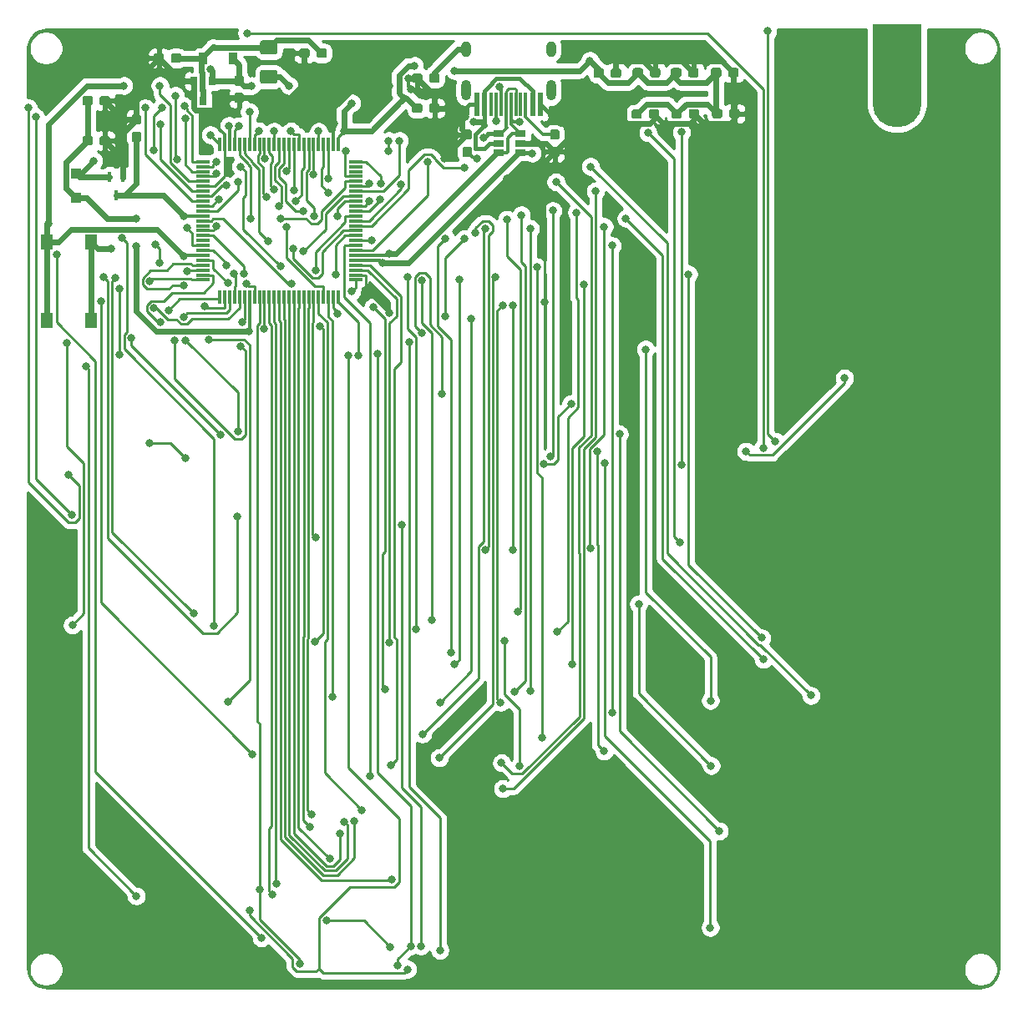
<source format=gbr>
G04 #@! TF.GenerationSoftware,KiCad,Pcbnew,(5.1.2-1)-1*
G04 #@! TF.CreationDate,2020-07-23T10:17:53-07:00*
G04 #@! TF.ProjectId,tiny-touch,74696e79-2d74-46f7-9563-682e6b696361,rev?*
G04 #@! TF.SameCoordinates,Original*
G04 #@! TF.FileFunction,Copper,L2,Bot*
G04 #@! TF.FilePolarity,Positive*
%FSLAX46Y46*%
G04 Gerber Fmt 4.6, Leading zero omitted, Abs format (unit mm)*
G04 Created by KiCad (PCBNEW (5.1.2-1)-1) date 2020-07-23 10:17:53*
%MOMM*%
%LPD*%
G04 APERTURE LIST*
%ADD10R,1.300000X1.550000*%
%ADD11R,1.000000X1.000000*%
%ADD12R,0.600000X2.450000*%
%ADD13R,0.300000X2.450000*%
%ADD14O,1.000000X2.100000*%
%ADD15O,1.000000X1.600000*%
%ADD16R,1.060000X0.650000*%
%ADD17R,0.800000X0.900000*%
%ADD18C,0.100000*%
%ADD19C,0.950000*%
%ADD20R,0.400000X1.050000*%
%ADD21C,1.425000*%
%ADD22R,0.300000X1.475000*%
%ADD23R,1.475000X0.300000*%
%ADD24C,5.000000*%
%ADD25R,5.000000X8.000000*%
%ADD26R,0.850000X1.200000*%
%ADD27C,0.800000*%
%ADD28C,0.250000*%
%ADD29C,0.300000*%
%ADD30C,0.600000*%
%ADD31C,0.400000*%
%ADD32C,0.254000*%
G04 APERTURE END LIST*
D10*
X119344000Y-71285000D03*
X114844000Y-71285000D03*
X114844000Y-63335000D03*
X119344000Y-63335000D03*
D11*
X117856000Y-56408000D03*
X117856000Y-58908000D03*
D12*
X164905000Y-49375000D03*
X158455000Y-49375000D03*
X164130000Y-49375000D03*
X159230000Y-49375000D03*
D13*
X159930000Y-49375000D03*
X163430000Y-49375000D03*
X160430000Y-49375000D03*
X162930000Y-49375000D03*
X160930000Y-49375000D03*
X162430000Y-49375000D03*
X161930000Y-49375000D03*
X161430000Y-49375000D03*
D14*
X157360000Y-47960000D03*
X166000000Y-47960000D03*
D15*
X157360000Y-43780000D03*
X166000000Y-43780000D03*
D16*
X160698000Y-53340000D03*
X160698000Y-52390000D03*
X160698000Y-54290000D03*
X162898000Y-54290000D03*
X162898000Y-53340000D03*
X162898000Y-52390000D03*
D17*
X130710000Y-49030000D03*
X131660000Y-47030000D03*
X129760000Y-47030000D03*
D18*
G36*
X166630779Y-51941144D02*
G01*
X166653834Y-51944563D01*
X166676443Y-51950227D01*
X166698387Y-51958079D01*
X166719457Y-51968044D01*
X166739448Y-51980026D01*
X166758168Y-51993910D01*
X166775438Y-52009562D01*
X166791090Y-52026832D01*
X166804974Y-52045552D01*
X166816956Y-52065543D01*
X166826921Y-52086613D01*
X166834773Y-52108557D01*
X166840437Y-52131166D01*
X166843856Y-52154221D01*
X166845000Y-52177500D01*
X166845000Y-52752500D01*
X166843856Y-52775779D01*
X166840437Y-52798834D01*
X166834773Y-52821443D01*
X166826921Y-52843387D01*
X166816956Y-52864457D01*
X166804974Y-52884448D01*
X166791090Y-52903168D01*
X166775438Y-52920438D01*
X166758168Y-52936090D01*
X166739448Y-52949974D01*
X166719457Y-52961956D01*
X166698387Y-52971921D01*
X166676443Y-52979773D01*
X166653834Y-52985437D01*
X166630779Y-52988856D01*
X166607500Y-52990000D01*
X166132500Y-52990000D01*
X166109221Y-52988856D01*
X166086166Y-52985437D01*
X166063557Y-52979773D01*
X166041613Y-52971921D01*
X166020543Y-52961956D01*
X166000552Y-52949974D01*
X165981832Y-52936090D01*
X165964562Y-52920438D01*
X165948910Y-52903168D01*
X165935026Y-52884448D01*
X165923044Y-52864457D01*
X165913079Y-52843387D01*
X165905227Y-52821443D01*
X165899563Y-52798834D01*
X165896144Y-52775779D01*
X165895000Y-52752500D01*
X165895000Y-52177500D01*
X165896144Y-52154221D01*
X165899563Y-52131166D01*
X165905227Y-52108557D01*
X165913079Y-52086613D01*
X165923044Y-52065543D01*
X165935026Y-52045552D01*
X165948910Y-52026832D01*
X165964562Y-52009562D01*
X165981832Y-51993910D01*
X166000552Y-51980026D01*
X166020543Y-51968044D01*
X166041613Y-51958079D01*
X166063557Y-51950227D01*
X166086166Y-51944563D01*
X166109221Y-51941144D01*
X166132500Y-51940000D01*
X166607500Y-51940000D01*
X166630779Y-51941144D01*
X166630779Y-51941144D01*
G37*
D19*
X166370000Y-52465000D03*
D18*
G36*
X166630779Y-53691144D02*
G01*
X166653834Y-53694563D01*
X166676443Y-53700227D01*
X166698387Y-53708079D01*
X166719457Y-53718044D01*
X166739448Y-53730026D01*
X166758168Y-53743910D01*
X166775438Y-53759562D01*
X166791090Y-53776832D01*
X166804974Y-53795552D01*
X166816956Y-53815543D01*
X166826921Y-53836613D01*
X166834773Y-53858557D01*
X166840437Y-53881166D01*
X166843856Y-53904221D01*
X166845000Y-53927500D01*
X166845000Y-54502500D01*
X166843856Y-54525779D01*
X166840437Y-54548834D01*
X166834773Y-54571443D01*
X166826921Y-54593387D01*
X166816956Y-54614457D01*
X166804974Y-54634448D01*
X166791090Y-54653168D01*
X166775438Y-54670438D01*
X166758168Y-54686090D01*
X166739448Y-54699974D01*
X166719457Y-54711956D01*
X166698387Y-54721921D01*
X166676443Y-54729773D01*
X166653834Y-54735437D01*
X166630779Y-54738856D01*
X166607500Y-54740000D01*
X166132500Y-54740000D01*
X166109221Y-54738856D01*
X166086166Y-54735437D01*
X166063557Y-54729773D01*
X166041613Y-54721921D01*
X166020543Y-54711956D01*
X166000552Y-54699974D01*
X165981832Y-54686090D01*
X165964562Y-54670438D01*
X165948910Y-54653168D01*
X165935026Y-54634448D01*
X165923044Y-54614457D01*
X165913079Y-54593387D01*
X165905227Y-54571443D01*
X165899563Y-54548834D01*
X165896144Y-54525779D01*
X165895000Y-54502500D01*
X165895000Y-53927500D01*
X165896144Y-53904221D01*
X165899563Y-53881166D01*
X165905227Y-53858557D01*
X165913079Y-53836613D01*
X165923044Y-53815543D01*
X165935026Y-53795552D01*
X165948910Y-53776832D01*
X165964562Y-53759562D01*
X165981832Y-53743910D01*
X166000552Y-53730026D01*
X166020543Y-53718044D01*
X166041613Y-53708079D01*
X166063557Y-53700227D01*
X166086166Y-53694563D01*
X166109221Y-53691144D01*
X166132500Y-53690000D01*
X166607500Y-53690000D01*
X166630779Y-53691144D01*
X166630779Y-53691144D01*
G37*
D19*
X166370000Y-54215000D03*
D18*
G36*
X157740779Y-53691144D02*
G01*
X157763834Y-53694563D01*
X157786443Y-53700227D01*
X157808387Y-53708079D01*
X157829457Y-53718044D01*
X157849448Y-53730026D01*
X157868168Y-53743910D01*
X157885438Y-53759562D01*
X157901090Y-53776832D01*
X157914974Y-53795552D01*
X157926956Y-53815543D01*
X157936921Y-53836613D01*
X157944773Y-53858557D01*
X157950437Y-53881166D01*
X157953856Y-53904221D01*
X157955000Y-53927500D01*
X157955000Y-54502500D01*
X157953856Y-54525779D01*
X157950437Y-54548834D01*
X157944773Y-54571443D01*
X157936921Y-54593387D01*
X157926956Y-54614457D01*
X157914974Y-54634448D01*
X157901090Y-54653168D01*
X157885438Y-54670438D01*
X157868168Y-54686090D01*
X157849448Y-54699974D01*
X157829457Y-54711956D01*
X157808387Y-54721921D01*
X157786443Y-54729773D01*
X157763834Y-54735437D01*
X157740779Y-54738856D01*
X157717500Y-54740000D01*
X157242500Y-54740000D01*
X157219221Y-54738856D01*
X157196166Y-54735437D01*
X157173557Y-54729773D01*
X157151613Y-54721921D01*
X157130543Y-54711956D01*
X157110552Y-54699974D01*
X157091832Y-54686090D01*
X157074562Y-54670438D01*
X157058910Y-54653168D01*
X157045026Y-54634448D01*
X157033044Y-54614457D01*
X157023079Y-54593387D01*
X157015227Y-54571443D01*
X157009563Y-54548834D01*
X157006144Y-54525779D01*
X157005000Y-54502500D01*
X157005000Y-53927500D01*
X157006144Y-53904221D01*
X157009563Y-53881166D01*
X157015227Y-53858557D01*
X157023079Y-53836613D01*
X157033044Y-53815543D01*
X157045026Y-53795552D01*
X157058910Y-53776832D01*
X157074562Y-53759562D01*
X157091832Y-53743910D01*
X157110552Y-53730026D01*
X157130543Y-53718044D01*
X157151613Y-53708079D01*
X157173557Y-53700227D01*
X157196166Y-53694563D01*
X157219221Y-53691144D01*
X157242500Y-53690000D01*
X157717500Y-53690000D01*
X157740779Y-53691144D01*
X157740779Y-53691144D01*
G37*
D19*
X157480000Y-54215000D03*
D18*
G36*
X157740779Y-51941144D02*
G01*
X157763834Y-51944563D01*
X157786443Y-51950227D01*
X157808387Y-51958079D01*
X157829457Y-51968044D01*
X157849448Y-51980026D01*
X157868168Y-51993910D01*
X157885438Y-52009562D01*
X157901090Y-52026832D01*
X157914974Y-52045552D01*
X157926956Y-52065543D01*
X157936921Y-52086613D01*
X157944773Y-52108557D01*
X157950437Y-52131166D01*
X157953856Y-52154221D01*
X157955000Y-52177500D01*
X157955000Y-52752500D01*
X157953856Y-52775779D01*
X157950437Y-52798834D01*
X157944773Y-52821443D01*
X157936921Y-52843387D01*
X157926956Y-52864457D01*
X157914974Y-52884448D01*
X157901090Y-52903168D01*
X157885438Y-52920438D01*
X157868168Y-52936090D01*
X157849448Y-52949974D01*
X157829457Y-52961956D01*
X157808387Y-52971921D01*
X157786443Y-52979773D01*
X157763834Y-52985437D01*
X157740779Y-52988856D01*
X157717500Y-52990000D01*
X157242500Y-52990000D01*
X157219221Y-52988856D01*
X157196166Y-52985437D01*
X157173557Y-52979773D01*
X157151613Y-52971921D01*
X157130543Y-52961956D01*
X157110552Y-52949974D01*
X157091832Y-52936090D01*
X157074562Y-52920438D01*
X157058910Y-52903168D01*
X157045026Y-52884448D01*
X157033044Y-52864457D01*
X157023079Y-52843387D01*
X157015227Y-52821443D01*
X157009563Y-52798834D01*
X157006144Y-52775779D01*
X157005000Y-52752500D01*
X157005000Y-52177500D01*
X157006144Y-52154221D01*
X157009563Y-52131166D01*
X157015227Y-52108557D01*
X157023079Y-52086613D01*
X157033044Y-52065543D01*
X157045026Y-52045552D01*
X157058910Y-52026832D01*
X157074562Y-52009562D01*
X157091832Y-51993910D01*
X157110552Y-51980026D01*
X157130543Y-51968044D01*
X157151613Y-51958079D01*
X157173557Y-51950227D01*
X157196166Y-51944563D01*
X157219221Y-51941144D01*
X157242500Y-51940000D01*
X157717500Y-51940000D01*
X157740779Y-51941144D01*
X157740779Y-51941144D01*
G37*
D19*
X157480000Y-52465000D03*
D18*
G36*
X121073779Y-52612144D02*
G01*
X121096834Y-52615563D01*
X121119443Y-52621227D01*
X121141387Y-52629079D01*
X121162457Y-52639044D01*
X121182448Y-52651026D01*
X121201168Y-52664910D01*
X121218438Y-52680562D01*
X121234090Y-52697832D01*
X121247974Y-52716552D01*
X121259956Y-52736543D01*
X121269921Y-52757613D01*
X121277773Y-52779557D01*
X121283437Y-52802166D01*
X121286856Y-52825221D01*
X121288000Y-52848500D01*
X121288000Y-53323500D01*
X121286856Y-53346779D01*
X121283437Y-53369834D01*
X121277773Y-53392443D01*
X121269921Y-53414387D01*
X121259956Y-53435457D01*
X121247974Y-53455448D01*
X121234090Y-53474168D01*
X121218438Y-53491438D01*
X121201168Y-53507090D01*
X121182448Y-53520974D01*
X121162457Y-53532956D01*
X121141387Y-53542921D01*
X121119443Y-53550773D01*
X121096834Y-53556437D01*
X121073779Y-53559856D01*
X121050500Y-53561000D01*
X120475500Y-53561000D01*
X120452221Y-53559856D01*
X120429166Y-53556437D01*
X120406557Y-53550773D01*
X120384613Y-53542921D01*
X120363543Y-53532956D01*
X120343552Y-53520974D01*
X120324832Y-53507090D01*
X120307562Y-53491438D01*
X120291910Y-53474168D01*
X120278026Y-53455448D01*
X120266044Y-53435457D01*
X120256079Y-53414387D01*
X120248227Y-53392443D01*
X120242563Y-53369834D01*
X120239144Y-53346779D01*
X120238000Y-53323500D01*
X120238000Y-52848500D01*
X120239144Y-52825221D01*
X120242563Y-52802166D01*
X120248227Y-52779557D01*
X120256079Y-52757613D01*
X120266044Y-52736543D01*
X120278026Y-52716552D01*
X120291910Y-52697832D01*
X120307562Y-52680562D01*
X120324832Y-52664910D01*
X120343552Y-52651026D01*
X120363543Y-52639044D01*
X120384613Y-52629079D01*
X120406557Y-52621227D01*
X120429166Y-52615563D01*
X120452221Y-52612144D01*
X120475500Y-52611000D01*
X121050500Y-52611000D01*
X121073779Y-52612144D01*
X121073779Y-52612144D01*
G37*
D19*
X120763000Y-53086000D03*
D18*
G36*
X119323779Y-52612144D02*
G01*
X119346834Y-52615563D01*
X119369443Y-52621227D01*
X119391387Y-52629079D01*
X119412457Y-52639044D01*
X119432448Y-52651026D01*
X119451168Y-52664910D01*
X119468438Y-52680562D01*
X119484090Y-52697832D01*
X119497974Y-52716552D01*
X119509956Y-52736543D01*
X119519921Y-52757613D01*
X119527773Y-52779557D01*
X119533437Y-52802166D01*
X119536856Y-52825221D01*
X119538000Y-52848500D01*
X119538000Y-53323500D01*
X119536856Y-53346779D01*
X119533437Y-53369834D01*
X119527773Y-53392443D01*
X119519921Y-53414387D01*
X119509956Y-53435457D01*
X119497974Y-53455448D01*
X119484090Y-53474168D01*
X119468438Y-53491438D01*
X119451168Y-53507090D01*
X119432448Y-53520974D01*
X119412457Y-53532956D01*
X119391387Y-53542921D01*
X119369443Y-53550773D01*
X119346834Y-53556437D01*
X119323779Y-53559856D01*
X119300500Y-53561000D01*
X118725500Y-53561000D01*
X118702221Y-53559856D01*
X118679166Y-53556437D01*
X118656557Y-53550773D01*
X118634613Y-53542921D01*
X118613543Y-53532956D01*
X118593552Y-53520974D01*
X118574832Y-53507090D01*
X118557562Y-53491438D01*
X118541910Y-53474168D01*
X118528026Y-53455448D01*
X118516044Y-53435457D01*
X118506079Y-53414387D01*
X118498227Y-53392443D01*
X118492563Y-53369834D01*
X118489144Y-53346779D01*
X118488000Y-53323500D01*
X118488000Y-52848500D01*
X118489144Y-52825221D01*
X118492563Y-52802166D01*
X118498227Y-52779557D01*
X118506079Y-52757613D01*
X118516044Y-52736543D01*
X118528026Y-52716552D01*
X118541910Y-52697832D01*
X118557562Y-52680562D01*
X118574832Y-52664910D01*
X118593552Y-52651026D01*
X118613543Y-52639044D01*
X118634613Y-52629079D01*
X118656557Y-52621227D01*
X118679166Y-52615563D01*
X118702221Y-52612144D01*
X118725500Y-52611000D01*
X119300500Y-52611000D01*
X119323779Y-52612144D01*
X119323779Y-52612144D01*
G37*
D19*
X119013000Y-53086000D03*
D18*
G36*
X154488779Y-46262144D02*
G01*
X154511834Y-46265563D01*
X154534443Y-46271227D01*
X154556387Y-46279079D01*
X154577457Y-46289044D01*
X154597448Y-46301026D01*
X154616168Y-46314910D01*
X154633438Y-46330562D01*
X154649090Y-46347832D01*
X154662974Y-46366552D01*
X154674956Y-46386543D01*
X154684921Y-46407613D01*
X154692773Y-46429557D01*
X154698437Y-46452166D01*
X154701856Y-46475221D01*
X154703000Y-46498500D01*
X154703000Y-46973500D01*
X154701856Y-46996779D01*
X154698437Y-47019834D01*
X154692773Y-47042443D01*
X154684921Y-47064387D01*
X154674956Y-47085457D01*
X154662974Y-47105448D01*
X154649090Y-47124168D01*
X154633438Y-47141438D01*
X154616168Y-47157090D01*
X154597448Y-47170974D01*
X154577457Y-47182956D01*
X154556387Y-47192921D01*
X154534443Y-47200773D01*
X154511834Y-47206437D01*
X154488779Y-47209856D01*
X154465500Y-47211000D01*
X153890500Y-47211000D01*
X153867221Y-47209856D01*
X153844166Y-47206437D01*
X153821557Y-47200773D01*
X153799613Y-47192921D01*
X153778543Y-47182956D01*
X153758552Y-47170974D01*
X153739832Y-47157090D01*
X153722562Y-47141438D01*
X153706910Y-47124168D01*
X153693026Y-47105448D01*
X153681044Y-47085457D01*
X153671079Y-47064387D01*
X153663227Y-47042443D01*
X153657563Y-47019834D01*
X153654144Y-46996779D01*
X153653000Y-46973500D01*
X153653000Y-46498500D01*
X153654144Y-46475221D01*
X153657563Y-46452166D01*
X153663227Y-46429557D01*
X153671079Y-46407613D01*
X153681044Y-46386543D01*
X153693026Y-46366552D01*
X153706910Y-46347832D01*
X153722562Y-46330562D01*
X153739832Y-46314910D01*
X153758552Y-46301026D01*
X153778543Y-46289044D01*
X153799613Y-46279079D01*
X153821557Y-46271227D01*
X153844166Y-46265563D01*
X153867221Y-46262144D01*
X153890500Y-46261000D01*
X154465500Y-46261000D01*
X154488779Y-46262144D01*
X154488779Y-46262144D01*
G37*
D19*
X154178000Y-46736000D03*
D18*
G36*
X152738779Y-46262144D02*
G01*
X152761834Y-46265563D01*
X152784443Y-46271227D01*
X152806387Y-46279079D01*
X152827457Y-46289044D01*
X152847448Y-46301026D01*
X152866168Y-46314910D01*
X152883438Y-46330562D01*
X152899090Y-46347832D01*
X152912974Y-46366552D01*
X152924956Y-46386543D01*
X152934921Y-46407613D01*
X152942773Y-46429557D01*
X152948437Y-46452166D01*
X152951856Y-46475221D01*
X152953000Y-46498500D01*
X152953000Y-46973500D01*
X152951856Y-46996779D01*
X152948437Y-47019834D01*
X152942773Y-47042443D01*
X152934921Y-47064387D01*
X152924956Y-47085457D01*
X152912974Y-47105448D01*
X152899090Y-47124168D01*
X152883438Y-47141438D01*
X152866168Y-47157090D01*
X152847448Y-47170974D01*
X152827457Y-47182956D01*
X152806387Y-47192921D01*
X152784443Y-47200773D01*
X152761834Y-47206437D01*
X152738779Y-47209856D01*
X152715500Y-47211000D01*
X152140500Y-47211000D01*
X152117221Y-47209856D01*
X152094166Y-47206437D01*
X152071557Y-47200773D01*
X152049613Y-47192921D01*
X152028543Y-47182956D01*
X152008552Y-47170974D01*
X151989832Y-47157090D01*
X151972562Y-47141438D01*
X151956910Y-47124168D01*
X151943026Y-47105448D01*
X151931044Y-47085457D01*
X151921079Y-47064387D01*
X151913227Y-47042443D01*
X151907563Y-47019834D01*
X151904144Y-46996779D01*
X151903000Y-46973500D01*
X151903000Y-46498500D01*
X151904144Y-46475221D01*
X151907563Y-46452166D01*
X151913227Y-46429557D01*
X151921079Y-46407613D01*
X151931044Y-46386543D01*
X151943026Y-46366552D01*
X151956910Y-46347832D01*
X151972562Y-46330562D01*
X151989832Y-46314910D01*
X152008552Y-46301026D01*
X152028543Y-46289044D01*
X152049613Y-46279079D01*
X152071557Y-46271227D01*
X152094166Y-46265563D01*
X152117221Y-46262144D01*
X152140500Y-46261000D01*
X152715500Y-46261000D01*
X152738779Y-46262144D01*
X152738779Y-46262144D01*
G37*
D19*
X152428000Y-46736000D03*
D18*
G36*
X154488779Y-49310144D02*
G01*
X154511834Y-49313563D01*
X154534443Y-49319227D01*
X154556387Y-49327079D01*
X154577457Y-49337044D01*
X154597448Y-49349026D01*
X154616168Y-49362910D01*
X154633438Y-49378562D01*
X154649090Y-49395832D01*
X154662974Y-49414552D01*
X154674956Y-49434543D01*
X154684921Y-49455613D01*
X154692773Y-49477557D01*
X154698437Y-49500166D01*
X154701856Y-49523221D01*
X154703000Y-49546500D01*
X154703000Y-50021500D01*
X154701856Y-50044779D01*
X154698437Y-50067834D01*
X154692773Y-50090443D01*
X154684921Y-50112387D01*
X154674956Y-50133457D01*
X154662974Y-50153448D01*
X154649090Y-50172168D01*
X154633438Y-50189438D01*
X154616168Y-50205090D01*
X154597448Y-50218974D01*
X154577457Y-50230956D01*
X154556387Y-50240921D01*
X154534443Y-50248773D01*
X154511834Y-50254437D01*
X154488779Y-50257856D01*
X154465500Y-50259000D01*
X153890500Y-50259000D01*
X153867221Y-50257856D01*
X153844166Y-50254437D01*
X153821557Y-50248773D01*
X153799613Y-50240921D01*
X153778543Y-50230956D01*
X153758552Y-50218974D01*
X153739832Y-50205090D01*
X153722562Y-50189438D01*
X153706910Y-50172168D01*
X153693026Y-50153448D01*
X153681044Y-50133457D01*
X153671079Y-50112387D01*
X153663227Y-50090443D01*
X153657563Y-50067834D01*
X153654144Y-50044779D01*
X153653000Y-50021500D01*
X153653000Y-49546500D01*
X153654144Y-49523221D01*
X153657563Y-49500166D01*
X153663227Y-49477557D01*
X153671079Y-49455613D01*
X153681044Y-49434543D01*
X153693026Y-49414552D01*
X153706910Y-49395832D01*
X153722562Y-49378562D01*
X153739832Y-49362910D01*
X153758552Y-49349026D01*
X153778543Y-49337044D01*
X153799613Y-49327079D01*
X153821557Y-49319227D01*
X153844166Y-49313563D01*
X153867221Y-49310144D01*
X153890500Y-49309000D01*
X154465500Y-49309000D01*
X154488779Y-49310144D01*
X154488779Y-49310144D01*
G37*
D19*
X154178000Y-49784000D03*
D18*
G36*
X152738779Y-49310144D02*
G01*
X152761834Y-49313563D01*
X152784443Y-49319227D01*
X152806387Y-49327079D01*
X152827457Y-49337044D01*
X152847448Y-49349026D01*
X152866168Y-49362910D01*
X152883438Y-49378562D01*
X152899090Y-49395832D01*
X152912974Y-49414552D01*
X152924956Y-49434543D01*
X152934921Y-49455613D01*
X152942773Y-49477557D01*
X152948437Y-49500166D01*
X152951856Y-49523221D01*
X152953000Y-49546500D01*
X152953000Y-50021500D01*
X152951856Y-50044779D01*
X152948437Y-50067834D01*
X152942773Y-50090443D01*
X152934921Y-50112387D01*
X152924956Y-50133457D01*
X152912974Y-50153448D01*
X152899090Y-50172168D01*
X152883438Y-50189438D01*
X152866168Y-50205090D01*
X152847448Y-50218974D01*
X152827457Y-50230956D01*
X152806387Y-50240921D01*
X152784443Y-50248773D01*
X152761834Y-50254437D01*
X152738779Y-50257856D01*
X152715500Y-50259000D01*
X152140500Y-50259000D01*
X152117221Y-50257856D01*
X152094166Y-50254437D01*
X152071557Y-50248773D01*
X152049613Y-50240921D01*
X152028543Y-50230956D01*
X152008552Y-50218974D01*
X151989832Y-50205090D01*
X151972562Y-50189438D01*
X151956910Y-50172168D01*
X151943026Y-50153448D01*
X151931044Y-50133457D01*
X151921079Y-50112387D01*
X151913227Y-50090443D01*
X151907563Y-50067834D01*
X151904144Y-50044779D01*
X151903000Y-50021500D01*
X151903000Y-49546500D01*
X151904144Y-49523221D01*
X151907563Y-49500166D01*
X151913227Y-49477557D01*
X151921079Y-49455613D01*
X151931044Y-49434543D01*
X151943026Y-49414552D01*
X151956910Y-49395832D01*
X151972562Y-49378562D01*
X151989832Y-49362910D01*
X152008552Y-49349026D01*
X152028543Y-49337044D01*
X152049613Y-49327079D01*
X152071557Y-49319227D01*
X152094166Y-49313563D01*
X152117221Y-49310144D01*
X152140500Y-49309000D01*
X152715500Y-49309000D01*
X152738779Y-49310144D01*
X152738779Y-49310144D01*
G37*
D19*
X152428000Y-49784000D03*
D18*
G36*
X143058779Y-43722144D02*
G01*
X143081834Y-43725563D01*
X143104443Y-43731227D01*
X143126387Y-43739079D01*
X143147457Y-43749044D01*
X143167448Y-43761026D01*
X143186168Y-43774910D01*
X143203438Y-43790562D01*
X143219090Y-43807832D01*
X143232974Y-43826552D01*
X143244956Y-43846543D01*
X143254921Y-43867613D01*
X143262773Y-43889557D01*
X143268437Y-43912166D01*
X143271856Y-43935221D01*
X143273000Y-43958500D01*
X143273000Y-44433500D01*
X143271856Y-44456779D01*
X143268437Y-44479834D01*
X143262773Y-44502443D01*
X143254921Y-44524387D01*
X143244956Y-44545457D01*
X143232974Y-44565448D01*
X143219090Y-44584168D01*
X143203438Y-44601438D01*
X143186168Y-44617090D01*
X143167448Y-44630974D01*
X143147457Y-44642956D01*
X143126387Y-44652921D01*
X143104443Y-44660773D01*
X143081834Y-44666437D01*
X143058779Y-44669856D01*
X143035500Y-44671000D01*
X142460500Y-44671000D01*
X142437221Y-44669856D01*
X142414166Y-44666437D01*
X142391557Y-44660773D01*
X142369613Y-44652921D01*
X142348543Y-44642956D01*
X142328552Y-44630974D01*
X142309832Y-44617090D01*
X142292562Y-44601438D01*
X142276910Y-44584168D01*
X142263026Y-44565448D01*
X142251044Y-44545457D01*
X142241079Y-44524387D01*
X142233227Y-44502443D01*
X142227563Y-44479834D01*
X142224144Y-44456779D01*
X142223000Y-44433500D01*
X142223000Y-43958500D01*
X142224144Y-43935221D01*
X142227563Y-43912166D01*
X142233227Y-43889557D01*
X142241079Y-43867613D01*
X142251044Y-43846543D01*
X142263026Y-43826552D01*
X142276910Y-43807832D01*
X142292562Y-43790562D01*
X142309832Y-43774910D01*
X142328552Y-43761026D01*
X142348543Y-43749044D01*
X142369613Y-43739079D01*
X142391557Y-43731227D01*
X142414166Y-43725563D01*
X142437221Y-43722144D01*
X142460500Y-43721000D01*
X143035500Y-43721000D01*
X143058779Y-43722144D01*
X143058779Y-43722144D01*
G37*
D19*
X142748000Y-44196000D03*
D18*
G36*
X141308779Y-43722144D02*
G01*
X141331834Y-43725563D01*
X141354443Y-43731227D01*
X141376387Y-43739079D01*
X141397457Y-43749044D01*
X141417448Y-43761026D01*
X141436168Y-43774910D01*
X141453438Y-43790562D01*
X141469090Y-43807832D01*
X141482974Y-43826552D01*
X141494956Y-43846543D01*
X141504921Y-43867613D01*
X141512773Y-43889557D01*
X141518437Y-43912166D01*
X141521856Y-43935221D01*
X141523000Y-43958500D01*
X141523000Y-44433500D01*
X141521856Y-44456779D01*
X141518437Y-44479834D01*
X141512773Y-44502443D01*
X141504921Y-44524387D01*
X141494956Y-44545457D01*
X141482974Y-44565448D01*
X141469090Y-44584168D01*
X141453438Y-44601438D01*
X141436168Y-44617090D01*
X141417448Y-44630974D01*
X141397457Y-44642956D01*
X141376387Y-44652921D01*
X141354443Y-44660773D01*
X141331834Y-44666437D01*
X141308779Y-44669856D01*
X141285500Y-44671000D01*
X140710500Y-44671000D01*
X140687221Y-44669856D01*
X140664166Y-44666437D01*
X140641557Y-44660773D01*
X140619613Y-44652921D01*
X140598543Y-44642956D01*
X140578552Y-44630974D01*
X140559832Y-44617090D01*
X140542562Y-44601438D01*
X140526910Y-44584168D01*
X140513026Y-44565448D01*
X140501044Y-44545457D01*
X140491079Y-44524387D01*
X140483227Y-44502443D01*
X140477563Y-44479834D01*
X140474144Y-44456779D01*
X140473000Y-44433500D01*
X140473000Y-43958500D01*
X140474144Y-43935221D01*
X140477563Y-43912166D01*
X140483227Y-43889557D01*
X140491079Y-43867613D01*
X140501044Y-43846543D01*
X140513026Y-43826552D01*
X140526910Y-43807832D01*
X140542562Y-43790562D01*
X140559832Y-43774910D01*
X140578552Y-43761026D01*
X140598543Y-43749044D01*
X140619613Y-43739079D01*
X140641557Y-43731227D01*
X140664166Y-43725563D01*
X140687221Y-43722144D01*
X140710500Y-43721000D01*
X141285500Y-43721000D01*
X141308779Y-43722144D01*
X141308779Y-43722144D01*
G37*
D19*
X140998000Y-44196000D03*
D20*
X121920000Y-58660000D03*
X122570000Y-56760000D03*
X121270000Y-56760000D03*
D18*
G36*
X138029504Y-45886204D02*
G01*
X138053773Y-45889804D01*
X138077571Y-45895765D01*
X138100671Y-45904030D01*
X138122849Y-45914520D01*
X138143893Y-45927133D01*
X138163598Y-45941747D01*
X138181777Y-45958223D01*
X138198253Y-45976402D01*
X138212867Y-45996107D01*
X138225480Y-46017151D01*
X138235970Y-46039329D01*
X138244235Y-46062429D01*
X138250196Y-46086227D01*
X138253796Y-46110496D01*
X138255000Y-46135000D01*
X138255000Y-47060000D01*
X138253796Y-47084504D01*
X138250196Y-47108773D01*
X138244235Y-47132571D01*
X138235970Y-47155671D01*
X138225480Y-47177849D01*
X138212867Y-47198893D01*
X138198253Y-47218598D01*
X138181777Y-47236777D01*
X138163598Y-47253253D01*
X138143893Y-47267867D01*
X138122849Y-47280480D01*
X138100671Y-47290970D01*
X138077571Y-47299235D01*
X138053773Y-47305196D01*
X138029504Y-47308796D01*
X138005000Y-47310000D01*
X136755000Y-47310000D01*
X136730496Y-47308796D01*
X136706227Y-47305196D01*
X136682429Y-47299235D01*
X136659329Y-47290970D01*
X136637151Y-47280480D01*
X136616107Y-47267867D01*
X136596402Y-47253253D01*
X136578223Y-47236777D01*
X136561747Y-47218598D01*
X136547133Y-47198893D01*
X136534520Y-47177849D01*
X136524030Y-47155671D01*
X136515765Y-47132571D01*
X136509804Y-47108773D01*
X136506204Y-47084504D01*
X136505000Y-47060000D01*
X136505000Y-46135000D01*
X136506204Y-46110496D01*
X136509804Y-46086227D01*
X136515765Y-46062429D01*
X136524030Y-46039329D01*
X136534520Y-46017151D01*
X136547133Y-45996107D01*
X136561747Y-45976402D01*
X136578223Y-45958223D01*
X136596402Y-45941747D01*
X136616107Y-45927133D01*
X136637151Y-45914520D01*
X136659329Y-45904030D01*
X136682429Y-45895765D01*
X136706227Y-45889804D01*
X136730496Y-45886204D01*
X136755000Y-45885000D01*
X138005000Y-45885000D01*
X138029504Y-45886204D01*
X138029504Y-45886204D01*
G37*
D21*
X137380000Y-46597500D03*
D18*
G36*
X138029504Y-42911204D02*
G01*
X138053773Y-42914804D01*
X138077571Y-42920765D01*
X138100671Y-42929030D01*
X138122849Y-42939520D01*
X138143893Y-42952133D01*
X138163598Y-42966747D01*
X138181777Y-42983223D01*
X138198253Y-43001402D01*
X138212867Y-43021107D01*
X138225480Y-43042151D01*
X138235970Y-43064329D01*
X138244235Y-43087429D01*
X138250196Y-43111227D01*
X138253796Y-43135496D01*
X138255000Y-43160000D01*
X138255000Y-44085000D01*
X138253796Y-44109504D01*
X138250196Y-44133773D01*
X138244235Y-44157571D01*
X138235970Y-44180671D01*
X138225480Y-44202849D01*
X138212867Y-44223893D01*
X138198253Y-44243598D01*
X138181777Y-44261777D01*
X138163598Y-44278253D01*
X138143893Y-44292867D01*
X138122849Y-44305480D01*
X138100671Y-44315970D01*
X138077571Y-44324235D01*
X138053773Y-44330196D01*
X138029504Y-44333796D01*
X138005000Y-44335000D01*
X136755000Y-44335000D01*
X136730496Y-44333796D01*
X136706227Y-44330196D01*
X136682429Y-44324235D01*
X136659329Y-44315970D01*
X136637151Y-44305480D01*
X136616107Y-44292867D01*
X136596402Y-44278253D01*
X136578223Y-44261777D01*
X136561747Y-44243598D01*
X136547133Y-44223893D01*
X136534520Y-44202849D01*
X136524030Y-44180671D01*
X136515765Y-44157571D01*
X136509804Y-44133773D01*
X136506204Y-44109504D01*
X136505000Y-44085000D01*
X136505000Y-43160000D01*
X136506204Y-43135496D01*
X136509804Y-43111227D01*
X136515765Y-43087429D01*
X136524030Y-43064329D01*
X136534520Y-43042151D01*
X136547133Y-43021107D01*
X136561747Y-43001402D01*
X136578223Y-42983223D01*
X136596402Y-42966747D01*
X136616107Y-42952133D01*
X136637151Y-42939520D01*
X136659329Y-42929030D01*
X136682429Y-42920765D01*
X136706227Y-42914804D01*
X136730496Y-42911204D01*
X136755000Y-42910000D01*
X138005000Y-42910000D01*
X138029504Y-42911204D01*
X138029504Y-42911204D01*
G37*
D21*
X137380000Y-43622500D03*
D22*
X132430000Y-68952000D03*
X132930000Y-68952000D03*
X133430000Y-68952000D03*
X133930000Y-68952000D03*
X134430000Y-68952000D03*
X134930000Y-68952000D03*
X135430000Y-68952000D03*
X135930000Y-68952000D03*
X136430000Y-68952000D03*
X136930000Y-68952000D03*
X137430000Y-68952000D03*
X137930000Y-68952000D03*
X138430000Y-68952000D03*
X138930000Y-68952000D03*
X139430000Y-68952000D03*
X139930000Y-68952000D03*
X140430000Y-68952000D03*
X140930000Y-68952000D03*
X141430000Y-68952000D03*
X141930000Y-68952000D03*
X142430000Y-68952000D03*
X142930000Y-68952000D03*
X143430000Y-68952000D03*
X143930000Y-68952000D03*
X144430000Y-68952000D03*
D23*
X146168000Y-67214000D03*
X146168000Y-66714000D03*
X146168000Y-66214000D03*
X146168000Y-65714000D03*
X146168000Y-65214000D03*
X146168000Y-64714000D03*
X146168000Y-64214000D03*
X146168000Y-63714000D03*
X146168000Y-63214000D03*
X146168000Y-62714000D03*
X146168000Y-62214000D03*
X146168000Y-61714000D03*
X146168000Y-61214000D03*
X146168000Y-60714000D03*
X146168000Y-60214000D03*
X146168000Y-59714000D03*
X146168000Y-59214000D03*
X146168000Y-58714000D03*
X146168000Y-58214000D03*
X146168000Y-57714000D03*
X146168000Y-57214000D03*
X146168000Y-56714000D03*
X146168000Y-56214000D03*
X146168000Y-55714000D03*
X146168000Y-55214000D03*
D22*
X144430000Y-53476000D03*
X143930000Y-53476000D03*
X143430000Y-53476000D03*
X142930000Y-53476000D03*
X142430000Y-53476000D03*
X141930000Y-53476000D03*
X141430000Y-53476000D03*
X140930000Y-53476000D03*
X140430000Y-53476000D03*
X139930000Y-53476000D03*
X139430000Y-53476000D03*
X138930000Y-53476000D03*
X138430000Y-53476000D03*
X137930000Y-53476000D03*
X137430000Y-53476000D03*
X136930000Y-53476000D03*
X136430000Y-53476000D03*
X135930000Y-53476000D03*
X135430000Y-53476000D03*
X134930000Y-53476000D03*
X134430000Y-53476000D03*
X133930000Y-53476000D03*
X133430000Y-53476000D03*
X132930000Y-53476000D03*
X132430000Y-53476000D03*
D23*
X130692000Y-55214000D03*
X130692000Y-55714000D03*
X130692000Y-56214000D03*
X130692000Y-56714000D03*
X130692000Y-57214000D03*
X130692000Y-57714000D03*
X130692000Y-58214000D03*
X130692000Y-58714000D03*
X130692000Y-59214000D03*
X130692000Y-59714000D03*
X130692000Y-60214000D03*
X130692000Y-60714000D03*
X130692000Y-61214000D03*
X130692000Y-61714000D03*
X130692000Y-62214000D03*
X130692000Y-62714000D03*
X130692000Y-63214000D03*
X130692000Y-63714000D03*
X130692000Y-64214000D03*
X130692000Y-64714000D03*
X130692000Y-65214000D03*
X130692000Y-65714000D03*
X130692000Y-66214000D03*
X130692000Y-66714000D03*
X130692000Y-67214000D03*
D24*
X201060000Y-49220000D03*
D25*
X201060000Y-45220000D03*
D26*
X133755000Y-44770000D03*
X130705000Y-44770000D03*
D18*
G36*
X124212779Y-50417144D02*
G01*
X124235834Y-50420563D01*
X124258443Y-50426227D01*
X124280387Y-50434079D01*
X124301457Y-50444044D01*
X124321448Y-50456026D01*
X124340168Y-50469910D01*
X124357438Y-50485562D01*
X124373090Y-50502832D01*
X124386974Y-50521552D01*
X124398956Y-50541543D01*
X124408921Y-50562613D01*
X124416773Y-50584557D01*
X124422437Y-50607166D01*
X124425856Y-50630221D01*
X124427000Y-50653500D01*
X124427000Y-51228500D01*
X124425856Y-51251779D01*
X124422437Y-51274834D01*
X124416773Y-51297443D01*
X124408921Y-51319387D01*
X124398956Y-51340457D01*
X124386974Y-51360448D01*
X124373090Y-51379168D01*
X124357438Y-51396438D01*
X124340168Y-51412090D01*
X124321448Y-51425974D01*
X124301457Y-51437956D01*
X124280387Y-51447921D01*
X124258443Y-51455773D01*
X124235834Y-51461437D01*
X124212779Y-51464856D01*
X124189500Y-51466000D01*
X123714500Y-51466000D01*
X123691221Y-51464856D01*
X123668166Y-51461437D01*
X123645557Y-51455773D01*
X123623613Y-51447921D01*
X123602543Y-51437956D01*
X123582552Y-51425974D01*
X123563832Y-51412090D01*
X123546562Y-51396438D01*
X123530910Y-51379168D01*
X123517026Y-51360448D01*
X123505044Y-51340457D01*
X123495079Y-51319387D01*
X123487227Y-51297443D01*
X123481563Y-51274834D01*
X123478144Y-51251779D01*
X123477000Y-51228500D01*
X123477000Y-50653500D01*
X123478144Y-50630221D01*
X123481563Y-50607166D01*
X123487227Y-50584557D01*
X123495079Y-50562613D01*
X123505044Y-50541543D01*
X123517026Y-50521552D01*
X123530910Y-50502832D01*
X123546562Y-50485562D01*
X123563832Y-50469910D01*
X123582552Y-50456026D01*
X123602543Y-50444044D01*
X123623613Y-50434079D01*
X123645557Y-50426227D01*
X123668166Y-50420563D01*
X123691221Y-50417144D01*
X123714500Y-50416000D01*
X124189500Y-50416000D01*
X124212779Y-50417144D01*
X124212779Y-50417144D01*
G37*
D19*
X123952000Y-50941000D03*
D18*
G36*
X124212779Y-52167144D02*
G01*
X124235834Y-52170563D01*
X124258443Y-52176227D01*
X124280387Y-52184079D01*
X124301457Y-52194044D01*
X124321448Y-52206026D01*
X124340168Y-52219910D01*
X124357438Y-52235562D01*
X124373090Y-52252832D01*
X124386974Y-52271552D01*
X124398956Y-52291543D01*
X124408921Y-52312613D01*
X124416773Y-52334557D01*
X124422437Y-52357166D01*
X124425856Y-52380221D01*
X124427000Y-52403500D01*
X124427000Y-52978500D01*
X124425856Y-53001779D01*
X124422437Y-53024834D01*
X124416773Y-53047443D01*
X124408921Y-53069387D01*
X124398956Y-53090457D01*
X124386974Y-53110448D01*
X124373090Y-53129168D01*
X124357438Y-53146438D01*
X124340168Y-53162090D01*
X124321448Y-53175974D01*
X124301457Y-53187956D01*
X124280387Y-53197921D01*
X124258443Y-53205773D01*
X124235834Y-53211437D01*
X124212779Y-53214856D01*
X124189500Y-53216000D01*
X123714500Y-53216000D01*
X123691221Y-53214856D01*
X123668166Y-53211437D01*
X123645557Y-53205773D01*
X123623613Y-53197921D01*
X123602543Y-53187956D01*
X123582552Y-53175974D01*
X123563832Y-53162090D01*
X123546562Y-53146438D01*
X123530910Y-53129168D01*
X123517026Y-53110448D01*
X123505044Y-53090457D01*
X123495079Y-53069387D01*
X123487227Y-53047443D01*
X123481563Y-53024834D01*
X123478144Y-53001779D01*
X123477000Y-52978500D01*
X123477000Y-52403500D01*
X123478144Y-52380221D01*
X123481563Y-52357166D01*
X123487227Y-52334557D01*
X123495079Y-52312613D01*
X123505044Y-52291543D01*
X123517026Y-52271552D01*
X123530910Y-52252832D01*
X123546562Y-52235562D01*
X123563832Y-52219910D01*
X123582552Y-52206026D01*
X123602543Y-52194044D01*
X123623613Y-52184079D01*
X123645557Y-52176227D01*
X123668166Y-52170563D01*
X123691221Y-52167144D01*
X123714500Y-52166000D01*
X124189500Y-52166000D01*
X124212779Y-52167144D01*
X124212779Y-52167144D01*
G37*
D19*
X123952000Y-52691000D03*
D18*
G36*
X121073779Y-48548144D02*
G01*
X121096834Y-48551563D01*
X121119443Y-48557227D01*
X121141387Y-48565079D01*
X121162457Y-48575044D01*
X121182448Y-48587026D01*
X121201168Y-48600910D01*
X121218438Y-48616562D01*
X121234090Y-48633832D01*
X121247974Y-48652552D01*
X121259956Y-48672543D01*
X121269921Y-48693613D01*
X121277773Y-48715557D01*
X121283437Y-48738166D01*
X121286856Y-48761221D01*
X121288000Y-48784500D01*
X121288000Y-49259500D01*
X121286856Y-49282779D01*
X121283437Y-49305834D01*
X121277773Y-49328443D01*
X121269921Y-49350387D01*
X121259956Y-49371457D01*
X121247974Y-49391448D01*
X121234090Y-49410168D01*
X121218438Y-49427438D01*
X121201168Y-49443090D01*
X121182448Y-49456974D01*
X121162457Y-49468956D01*
X121141387Y-49478921D01*
X121119443Y-49486773D01*
X121096834Y-49492437D01*
X121073779Y-49495856D01*
X121050500Y-49497000D01*
X120475500Y-49497000D01*
X120452221Y-49495856D01*
X120429166Y-49492437D01*
X120406557Y-49486773D01*
X120384613Y-49478921D01*
X120363543Y-49468956D01*
X120343552Y-49456974D01*
X120324832Y-49443090D01*
X120307562Y-49427438D01*
X120291910Y-49410168D01*
X120278026Y-49391448D01*
X120266044Y-49371457D01*
X120256079Y-49350387D01*
X120248227Y-49328443D01*
X120242563Y-49305834D01*
X120239144Y-49282779D01*
X120238000Y-49259500D01*
X120238000Y-48784500D01*
X120239144Y-48761221D01*
X120242563Y-48738166D01*
X120248227Y-48715557D01*
X120256079Y-48693613D01*
X120266044Y-48672543D01*
X120278026Y-48652552D01*
X120291910Y-48633832D01*
X120307562Y-48616562D01*
X120324832Y-48600910D01*
X120343552Y-48587026D01*
X120363543Y-48575044D01*
X120384613Y-48565079D01*
X120406557Y-48557227D01*
X120429166Y-48551563D01*
X120452221Y-48548144D01*
X120475500Y-48547000D01*
X121050500Y-48547000D01*
X121073779Y-48548144D01*
X121073779Y-48548144D01*
G37*
D19*
X120763000Y-49022000D03*
D18*
G36*
X119323779Y-48548144D02*
G01*
X119346834Y-48551563D01*
X119369443Y-48557227D01*
X119391387Y-48565079D01*
X119412457Y-48575044D01*
X119432448Y-48587026D01*
X119451168Y-48600910D01*
X119468438Y-48616562D01*
X119484090Y-48633832D01*
X119497974Y-48652552D01*
X119509956Y-48672543D01*
X119519921Y-48693613D01*
X119527773Y-48715557D01*
X119533437Y-48738166D01*
X119536856Y-48761221D01*
X119538000Y-48784500D01*
X119538000Y-49259500D01*
X119536856Y-49282779D01*
X119533437Y-49305834D01*
X119527773Y-49328443D01*
X119519921Y-49350387D01*
X119509956Y-49371457D01*
X119497974Y-49391448D01*
X119484090Y-49410168D01*
X119468438Y-49427438D01*
X119451168Y-49443090D01*
X119432448Y-49456974D01*
X119412457Y-49468956D01*
X119391387Y-49478921D01*
X119369443Y-49486773D01*
X119346834Y-49492437D01*
X119323779Y-49495856D01*
X119300500Y-49497000D01*
X118725500Y-49497000D01*
X118702221Y-49495856D01*
X118679166Y-49492437D01*
X118656557Y-49486773D01*
X118634613Y-49478921D01*
X118613543Y-49468956D01*
X118593552Y-49456974D01*
X118574832Y-49443090D01*
X118557562Y-49427438D01*
X118541910Y-49410168D01*
X118528026Y-49391448D01*
X118516044Y-49371457D01*
X118506079Y-49350387D01*
X118498227Y-49328443D01*
X118492563Y-49305834D01*
X118489144Y-49282779D01*
X118488000Y-49259500D01*
X118488000Y-48784500D01*
X118489144Y-48761221D01*
X118492563Y-48738166D01*
X118498227Y-48715557D01*
X118506079Y-48693613D01*
X118516044Y-48672543D01*
X118528026Y-48652552D01*
X118541910Y-48633832D01*
X118557562Y-48616562D01*
X118574832Y-48600910D01*
X118593552Y-48587026D01*
X118613543Y-48575044D01*
X118634613Y-48565079D01*
X118656557Y-48557227D01*
X118679166Y-48551563D01*
X118702221Y-48548144D01*
X118725500Y-48547000D01*
X119300500Y-48547000D01*
X119323779Y-48548144D01*
X119323779Y-48548144D01*
G37*
D19*
X119013000Y-49022000D03*
D18*
G36*
X176741779Y-49908144D02*
G01*
X176764834Y-49911563D01*
X176787443Y-49917227D01*
X176809387Y-49925079D01*
X176830457Y-49935044D01*
X176850448Y-49947026D01*
X176869168Y-49960910D01*
X176886438Y-49976562D01*
X176902090Y-49993832D01*
X176915974Y-50012552D01*
X176927956Y-50032543D01*
X176937921Y-50053613D01*
X176945773Y-50075557D01*
X176951437Y-50098166D01*
X176954856Y-50121221D01*
X176956000Y-50144500D01*
X176956000Y-50619500D01*
X176954856Y-50642779D01*
X176951437Y-50665834D01*
X176945773Y-50688443D01*
X176937921Y-50710387D01*
X176927956Y-50731457D01*
X176915974Y-50751448D01*
X176902090Y-50770168D01*
X176886438Y-50787438D01*
X176869168Y-50803090D01*
X176850448Y-50816974D01*
X176830457Y-50828956D01*
X176809387Y-50838921D01*
X176787443Y-50846773D01*
X176764834Y-50852437D01*
X176741779Y-50855856D01*
X176718500Y-50857000D01*
X176143500Y-50857000D01*
X176120221Y-50855856D01*
X176097166Y-50852437D01*
X176074557Y-50846773D01*
X176052613Y-50838921D01*
X176031543Y-50828956D01*
X176011552Y-50816974D01*
X175992832Y-50803090D01*
X175975562Y-50787438D01*
X175959910Y-50770168D01*
X175946026Y-50751448D01*
X175934044Y-50731457D01*
X175924079Y-50710387D01*
X175916227Y-50688443D01*
X175910563Y-50665834D01*
X175907144Y-50642779D01*
X175906000Y-50619500D01*
X175906000Y-50144500D01*
X175907144Y-50121221D01*
X175910563Y-50098166D01*
X175916227Y-50075557D01*
X175924079Y-50053613D01*
X175934044Y-50032543D01*
X175946026Y-50012552D01*
X175959910Y-49993832D01*
X175975562Y-49976562D01*
X175992832Y-49960910D01*
X176011552Y-49947026D01*
X176031543Y-49935044D01*
X176052613Y-49925079D01*
X176074557Y-49917227D01*
X176097166Y-49911563D01*
X176120221Y-49908144D01*
X176143500Y-49907000D01*
X176718500Y-49907000D01*
X176741779Y-49908144D01*
X176741779Y-49908144D01*
G37*
D19*
X176431000Y-50382000D03*
D18*
G36*
X174991779Y-49908144D02*
G01*
X175014834Y-49911563D01*
X175037443Y-49917227D01*
X175059387Y-49925079D01*
X175080457Y-49935044D01*
X175100448Y-49947026D01*
X175119168Y-49960910D01*
X175136438Y-49976562D01*
X175152090Y-49993832D01*
X175165974Y-50012552D01*
X175177956Y-50032543D01*
X175187921Y-50053613D01*
X175195773Y-50075557D01*
X175201437Y-50098166D01*
X175204856Y-50121221D01*
X175206000Y-50144500D01*
X175206000Y-50619500D01*
X175204856Y-50642779D01*
X175201437Y-50665834D01*
X175195773Y-50688443D01*
X175187921Y-50710387D01*
X175177956Y-50731457D01*
X175165974Y-50751448D01*
X175152090Y-50770168D01*
X175136438Y-50787438D01*
X175119168Y-50803090D01*
X175100448Y-50816974D01*
X175080457Y-50828956D01*
X175059387Y-50838921D01*
X175037443Y-50846773D01*
X175014834Y-50852437D01*
X174991779Y-50855856D01*
X174968500Y-50857000D01*
X174393500Y-50857000D01*
X174370221Y-50855856D01*
X174347166Y-50852437D01*
X174324557Y-50846773D01*
X174302613Y-50838921D01*
X174281543Y-50828956D01*
X174261552Y-50816974D01*
X174242832Y-50803090D01*
X174225562Y-50787438D01*
X174209910Y-50770168D01*
X174196026Y-50751448D01*
X174184044Y-50731457D01*
X174174079Y-50710387D01*
X174166227Y-50688443D01*
X174160563Y-50665834D01*
X174157144Y-50642779D01*
X174156000Y-50619500D01*
X174156000Y-50144500D01*
X174157144Y-50121221D01*
X174160563Y-50098166D01*
X174166227Y-50075557D01*
X174174079Y-50053613D01*
X174184044Y-50032543D01*
X174196026Y-50012552D01*
X174209910Y-49993832D01*
X174225562Y-49976562D01*
X174242832Y-49960910D01*
X174261552Y-49947026D01*
X174281543Y-49935044D01*
X174302613Y-49925079D01*
X174324557Y-49917227D01*
X174347166Y-49911563D01*
X174370221Y-49908144D01*
X174393500Y-49907000D01*
X174968500Y-49907000D01*
X174991779Y-49908144D01*
X174991779Y-49908144D01*
G37*
D19*
X174681000Y-50382000D03*
D18*
G36*
X180791779Y-49868144D02*
G01*
X180814834Y-49871563D01*
X180837443Y-49877227D01*
X180859387Y-49885079D01*
X180880457Y-49895044D01*
X180900448Y-49907026D01*
X180919168Y-49920910D01*
X180936438Y-49936562D01*
X180952090Y-49953832D01*
X180965974Y-49972552D01*
X180977956Y-49992543D01*
X180987921Y-50013613D01*
X180995773Y-50035557D01*
X181001437Y-50058166D01*
X181004856Y-50081221D01*
X181006000Y-50104500D01*
X181006000Y-50579500D01*
X181004856Y-50602779D01*
X181001437Y-50625834D01*
X180995773Y-50648443D01*
X180987921Y-50670387D01*
X180977956Y-50691457D01*
X180965974Y-50711448D01*
X180952090Y-50730168D01*
X180936438Y-50747438D01*
X180919168Y-50763090D01*
X180900448Y-50776974D01*
X180880457Y-50788956D01*
X180859387Y-50798921D01*
X180837443Y-50806773D01*
X180814834Y-50812437D01*
X180791779Y-50815856D01*
X180768500Y-50817000D01*
X180193500Y-50817000D01*
X180170221Y-50815856D01*
X180147166Y-50812437D01*
X180124557Y-50806773D01*
X180102613Y-50798921D01*
X180081543Y-50788956D01*
X180061552Y-50776974D01*
X180042832Y-50763090D01*
X180025562Y-50747438D01*
X180009910Y-50730168D01*
X179996026Y-50711448D01*
X179984044Y-50691457D01*
X179974079Y-50670387D01*
X179966227Y-50648443D01*
X179960563Y-50625834D01*
X179957144Y-50602779D01*
X179956000Y-50579500D01*
X179956000Y-50104500D01*
X179957144Y-50081221D01*
X179960563Y-50058166D01*
X179966227Y-50035557D01*
X179974079Y-50013613D01*
X179984044Y-49992543D01*
X179996026Y-49972552D01*
X180009910Y-49953832D01*
X180025562Y-49936562D01*
X180042832Y-49920910D01*
X180061552Y-49907026D01*
X180081543Y-49895044D01*
X180102613Y-49885079D01*
X180124557Y-49877227D01*
X180147166Y-49871563D01*
X180170221Y-49868144D01*
X180193500Y-49867000D01*
X180768500Y-49867000D01*
X180791779Y-49868144D01*
X180791779Y-49868144D01*
G37*
D19*
X180481000Y-50342000D03*
D18*
G36*
X179041779Y-49868144D02*
G01*
X179064834Y-49871563D01*
X179087443Y-49877227D01*
X179109387Y-49885079D01*
X179130457Y-49895044D01*
X179150448Y-49907026D01*
X179169168Y-49920910D01*
X179186438Y-49936562D01*
X179202090Y-49953832D01*
X179215974Y-49972552D01*
X179227956Y-49992543D01*
X179237921Y-50013613D01*
X179245773Y-50035557D01*
X179251437Y-50058166D01*
X179254856Y-50081221D01*
X179256000Y-50104500D01*
X179256000Y-50579500D01*
X179254856Y-50602779D01*
X179251437Y-50625834D01*
X179245773Y-50648443D01*
X179237921Y-50670387D01*
X179227956Y-50691457D01*
X179215974Y-50711448D01*
X179202090Y-50730168D01*
X179186438Y-50747438D01*
X179169168Y-50763090D01*
X179150448Y-50776974D01*
X179130457Y-50788956D01*
X179109387Y-50798921D01*
X179087443Y-50806773D01*
X179064834Y-50812437D01*
X179041779Y-50815856D01*
X179018500Y-50817000D01*
X178443500Y-50817000D01*
X178420221Y-50815856D01*
X178397166Y-50812437D01*
X178374557Y-50806773D01*
X178352613Y-50798921D01*
X178331543Y-50788956D01*
X178311552Y-50776974D01*
X178292832Y-50763090D01*
X178275562Y-50747438D01*
X178259910Y-50730168D01*
X178246026Y-50711448D01*
X178234044Y-50691457D01*
X178224079Y-50670387D01*
X178216227Y-50648443D01*
X178210563Y-50625834D01*
X178207144Y-50602779D01*
X178206000Y-50579500D01*
X178206000Y-50104500D01*
X178207144Y-50081221D01*
X178210563Y-50058166D01*
X178216227Y-50035557D01*
X178224079Y-50013613D01*
X178234044Y-49992543D01*
X178246026Y-49972552D01*
X178259910Y-49953832D01*
X178275562Y-49936562D01*
X178292832Y-49920910D01*
X178311552Y-49907026D01*
X178331543Y-49895044D01*
X178352613Y-49885079D01*
X178374557Y-49877227D01*
X178397166Y-49871563D01*
X178420221Y-49868144D01*
X178443500Y-49867000D01*
X179018500Y-49867000D01*
X179041779Y-49868144D01*
X179041779Y-49868144D01*
G37*
D19*
X178731000Y-50342000D03*
D18*
G36*
X184901779Y-49858144D02*
G01*
X184924834Y-49861563D01*
X184947443Y-49867227D01*
X184969387Y-49875079D01*
X184990457Y-49885044D01*
X185010448Y-49897026D01*
X185029168Y-49910910D01*
X185046438Y-49926562D01*
X185062090Y-49943832D01*
X185075974Y-49962552D01*
X185087956Y-49982543D01*
X185097921Y-50003613D01*
X185105773Y-50025557D01*
X185111437Y-50048166D01*
X185114856Y-50071221D01*
X185116000Y-50094500D01*
X185116000Y-50569500D01*
X185114856Y-50592779D01*
X185111437Y-50615834D01*
X185105773Y-50638443D01*
X185097921Y-50660387D01*
X185087956Y-50681457D01*
X185075974Y-50701448D01*
X185062090Y-50720168D01*
X185046438Y-50737438D01*
X185029168Y-50753090D01*
X185010448Y-50766974D01*
X184990457Y-50778956D01*
X184969387Y-50788921D01*
X184947443Y-50796773D01*
X184924834Y-50802437D01*
X184901779Y-50805856D01*
X184878500Y-50807000D01*
X184303500Y-50807000D01*
X184280221Y-50805856D01*
X184257166Y-50802437D01*
X184234557Y-50796773D01*
X184212613Y-50788921D01*
X184191543Y-50778956D01*
X184171552Y-50766974D01*
X184152832Y-50753090D01*
X184135562Y-50737438D01*
X184119910Y-50720168D01*
X184106026Y-50701448D01*
X184094044Y-50681457D01*
X184084079Y-50660387D01*
X184076227Y-50638443D01*
X184070563Y-50615834D01*
X184067144Y-50592779D01*
X184066000Y-50569500D01*
X184066000Y-50094500D01*
X184067144Y-50071221D01*
X184070563Y-50048166D01*
X184076227Y-50025557D01*
X184084079Y-50003613D01*
X184094044Y-49982543D01*
X184106026Y-49962552D01*
X184119910Y-49943832D01*
X184135562Y-49926562D01*
X184152832Y-49910910D01*
X184171552Y-49897026D01*
X184191543Y-49885044D01*
X184212613Y-49875079D01*
X184234557Y-49867227D01*
X184257166Y-49861563D01*
X184280221Y-49858144D01*
X184303500Y-49857000D01*
X184878500Y-49857000D01*
X184901779Y-49858144D01*
X184901779Y-49858144D01*
G37*
D19*
X184591000Y-50332000D03*
D18*
G36*
X183151779Y-49858144D02*
G01*
X183174834Y-49861563D01*
X183197443Y-49867227D01*
X183219387Y-49875079D01*
X183240457Y-49885044D01*
X183260448Y-49897026D01*
X183279168Y-49910910D01*
X183296438Y-49926562D01*
X183312090Y-49943832D01*
X183325974Y-49962552D01*
X183337956Y-49982543D01*
X183347921Y-50003613D01*
X183355773Y-50025557D01*
X183361437Y-50048166D01*
X183364856Y-50071221D01*
X183366000Y-50094500D01*
X183366000Y-50569500D01*
X183364856Y-50592779D01*
X183361437Y-50615834D01*
X183355773Y-50638443D01*
X183347921Y-50660387D01*
X183337956Y-50681457D01*
X183325974Y-50701448D01*
X183312090Y-50720168D01*
X183296438Y-50737438D01*
X183279168Y-50753090D01*
X183260448Y-50766974D01*
X183240457Y-50778956D01*
X183219387Y-50788921D01*
X183197443Y-50796773D01*
X183174834Y-50802437D01*
X183151779Y-50805856D01*
X183128500Y-50807000D01*
X182553500Y-50807000D01*
X182530221Y-50805856D01*
X182507166Y-50802437D01*
X182484557Y-50796773D01*
X182462613Y-50788921D01*
X182441543Y-50778956D01*
X182421552Y-50766974D01*
X182402832Y-50753090D01*
X182385562Y-50737438D01*
X182369910Y-50720168D01*
X182356026Y-50701448D01*
X182344044Y-50681457D01*
X182334079Y-50660387D01*
X182326227Y-50638443D01*
X182320563Y-50615834D01*
X182317144Y-50592779D01*
X182316000Y-50569500D01*
X182316000Y-50094500D01*
X182317144Y-50071221D01*
X182320563Y-50048166D01*
X182326227Y-50025557D01*
X182334079Y-50003613D01*
X182344044Y-49982543D01*
X182356026Y-49962552D01*
X182369910Y-49943832D01*
X182385562Y-49926562D01*
X182402832Y-49910910D01*
X182421552Y-49897026D01*
X182441543Y-49885044D01*
X182462613Y-49875079D01*
X182484557Y-49867227D01*
X182507166Y-49861563D01*
X182530221Y-49858144D01*
X182553500Y-49857000D01*
X183128500Y-49857000D01*
X183151779Y-49858144D01*
X183151779Y-49858144D01*
G37*
D19*
X182841000Y-50332000D03*
D18*
G36*
X172889779Y-45754144D02*
G01*
X172912834Y-45757563D01*
X172935443Y-45763227D01*
X172957387Y-45771079D01*
X172978457Y-45781044D01*
X172998448Y-45793026D01*
X173017168Y-45806910D01*
X173034438Y-45822562D01*
X173050090Y-45839832D01*
X173063974Y-45858552D01*
X173075956Y-45878543D01*
X173085921Y-45899613D01*
X173093773Y-45921557D01*
X173099437Y-45944166D01*
X173102856Y-45967221D01*
X173104000Y-45990500D01*
X173104000Y-46465500D01*
X173102856Y-46488779D01*
X173099437Y-46511834D01*
X173093773Y-46534443D01*
X173085921Y-46556387D01*
X173075956Y-46577457D01*
X173063974Y-46597448D01*
X173050090Y-46616168D01*
X173034438Y-46633438D01*
X173017168Y-46649090D01*
X172998448Y-46662974D01*
X172978457Y-46674956D01*
X172957387Y-46684921D01*
X172935443Y-46692773D01*
X172912834Y-46698437D01*
X172889779Y-46701856D01*
X172866500Y-46703000D01*
X172291500Y-46703000D01*
X172268221Y-46701856D01*
X172245166Y-46698437D01*
X172222557Y-46692773D01*
X172200613Y-46684921D01*
X172179543Y-46674956D01*
X172159552Y-46662974D01*
X172140832Y-46649090D01*
X172123562Y-46633438D01*
X172107910Y-46616168D01*
X172094026Y-46597448D01*
X172082044Y-46577457D01*
X172072079Y-46556387D01*
X172064227Y-46534443D01*
X172058563Y-46511834D01*
X172055144Y-46488779D01*
X172054000Y-46465500D01*
X172054000Y-45990500D01*
X172055144Y-45967221D01*
X172058563Y-45944166D01*
X172064227Y-45921557D01*
X172072079Y-45899613D01*
X172082044Y-45878543D01*
X172094026Y-45858552D01*
X172107910Y-45839832D01*
X172123562Y-45822562D01*
X172140832Y-45806910D01*
X172159552Y-45793026D01*
X172179543Y-45781044D01*
X172200613Y-45771079D01*
X172222557Y-45763227D01*
X172245166Y-45757563D01*
X172268221Y-45754144D01*
X172291500Y-45753000D01*
X172866500Y-45753000D01*
X172889779Y-45754144D01*
X172889779Y-45754144D01*
G37*
D19*
X172579000Y-46228000D03*
D18*
G36*
X171139779Y-45754144D02*
G01*
X171162834Y-45757563D01*
X171185443Y-45763227D01*
X171207387Y-45771079D01*
X171228457Y-45781044D01*
X171248448Y-45793026D01*
X171267168Y-45806910D01*
X171284438Y-45822562D01*
X171300090Y-45839832D01*
X171313974Y-45858552D01*
X171325956Y-45878543D01*
X171335921Y-45899613D01*
X171343773Y-45921557D01*
X171349437Y-45944166D01*
X171352856Y-45967221D01*
X171354000Y-45990500D01*
X171354000Y-46465500D01*
X171352856Y-46488779D01*
X171349437Y-46511834D01*
X171343773Y-46534443D01*
X171335921Y-46556387D01*
X171325956Y-46577457D01*
X171313974Y-46597448D01*
X171300090Y-46616168D01*
X171284438Y-46633438D01*
X171267168Y-46649090D01*
X171248448Y-46662974D01*
X171228457Y-46674956D01*
X171207387Y-46684921D01*
X171185443Y-46692773D01*
X171162834Y-46698437D01*
X171139779Y-46701856D01*
X171116500Y-46703000D01*
X170541500Y-46703000D01*
X170518221Y-46701856D01*
X170495166Y-46698437D01*
X170472557Y-46692773D01*
X170450613Y-46684921D01*
X170429543Y-46674956D01*
X170409552Y-46662974D01*
X170390832Y-46649090D01*
X170373562Y-46633438D01*
X170357910Y-46616168D01*
X170344026Y-46597448D01*
X170332044Y-46577457D01*
X170322079Y-46556387D01*
X170314227Y-46534443D01*
X170308563Y-46511834D01*
X170305144Y-46488779D01*
X170304000Y-46465500D01*
X170304000Y-45990500D01*
X170305144Y-45967221D01*
X170308563Y-45944166D01*
X170314227Y-45921557D01*
X170322079Y-45899613D01*
X170332044Y-45878543D01*
X170344026Y-45858552D01*
X170357910Y-45839832D01*
X170373562Y-45822562D01*
X170390832Y-45806910D01*
X170409552Y-45793026D01*
X170429543Y-45781044D01*
X170450613Y-45771079D01*
X170472557Y-45763227D01*
X170495166Y-45757563D01*
X170518221Y-45754144D01*
X170541500Y-45753000D01*
X171116500Y-45753000D01*
X171139779Y-45754144D01*
X171139779Y-45754144D01*
G37*
D19*
X170829000Y-46228000D03*
D18*
G36*
X176855779Y-45708144D02*
G01*
X176878834Y-45711563D01*
X176901443Y-45717227D01*
X176923387Y-45725079D01*
X176944457Y-45735044D01*
X176964448Y-45747026D01*
X176983168Y-45760910D01*
X177000438Y-45776562D01*
X177016090Y-45793832D01*
X177029974Y-45812552D01*
X177041956Y-45832543D01*
X177051921Y-45853613D01*
X177059773Y-45875557D01*
X177065437Y-45898166D01*
X177068856Y-45921221D01*
X177070000Y-45944500D01*
X177070000Y-46419500D01*
X177068856Y-46442779D01*
X177065437Y-46465834D01*
X177059773Y-46488443D01*
X177051921Y-46510387D01*
X177041956Y-46531457D01*
X177029974Y-46551448D01*
X177016090Y-46570168D01*
X177000438Y-46587438D01*
X176983168Y-46603090D01*
X176964448Y-46616974D01*
X176944457Y-46628956D01*
X176923387Y-46638921D01*
X176901443Y-46646773D01*
X176878834Y-46652437D01*
X176855779Y-46655856D01*
X176832500Y-46657000D01*
X176257500Y-46657000D01*
X176234221Y-46655856D01*
X176211166Y-46652437D01*
X176188557Y-46646773D01*
X176166613Y-46638921D01*
X176145543Y-46628956D01*
X176125552Y-46616974D01*
X176106832Y-46603090D01*
X176089562Y-46587438D01*
X176073910Y-46570168D01*
X176060026Y-46551448D01*
X176048044Y-46531457D01*
X176038079Y-46510387D01*
X176030227Y-46488443D01*
X176024563Y-46465834D01*
X176021144Y-46442779D01*
X176020000Y-46419500D01*
X176020000Y-45944500D01*
X176021144Y-45921221D01*
X176024563Y-45898166D01*
X176030227Y-45875557D01*
X176038079Y-45853613D01*
X176048044Y-45832543D01*
X176060026Y-45812552D01*
X176073910Y-45793832D01*
X176089562Y-45776562D01*
X176106832Y-45760910D01*
X176125552Y-45747026D01*
X176145543Y-45735044D01*
X176166613Y-45725079D01*
X176188557Y-45717227D01*
X176211166Y-45711563D01*
X176234221Y-45708144D01*
X176257500Y-45707000D01*
X176832500Y-45707000D01*
X176855779Y-45708144D01*
X176855779Y-45708144D01*
G37*
D19*
X176545000Y-46182000D03*
D18*
G36*
X175105779Y-45708144D02*
G01*
X175128834Y-45711563D01*
X175151443Y-45717227D01*
X175173387Y-45725079D01*
X175194457Y-45735044D01*
X175214448Y-45747026D01*
X175233168Y-45760910D01*
X175250438Y-45776562D01*
X175266090Y-45793832D01*
X175279974Y-45812552D01*
X175291956Y-45832543D01*
X175301921Y-45853613D01*
X175309773Y-45875557D01*
X175315437Y-45898166D01*
X175318856Y-45921221D01*
X175320000Y-45944500D01*
X175320000Y-46419500D01*
X175318856Y-46442779D01*
X175315437Y-46465834D01*
X175309773Y-46488443D01*
X175301921Y-46510387D01*
X175291956Y-46531457D01*
X175279974Y-46551448D01*
X175266090Y-46570168D01*
X175250438Y-46587438D01*
X175233168Y-46603090D01*
X175214448Y-46616974D01*
X175194457Y-46628956D01*
X175173387Y-46638921D01*
X175151443Y-46646773D01*
X175128834Y-46652437D01*
X175105779Y-46655856D01*
X175082500Y-46657000D01*
X174507500Y-46657000D01*
X174484221Y-46655856D01*
X174461166Y-46652437D01*
X174438557Y-46646773D01*
X174416613Y-46638921D01*
X174395543Y-46628956D01*
X174375552Y-46616974D01*
X174356832Y-46603090D01*
X174339562Y-46587438D01*
X174323910Y-46570168D01*
X174310026Y-46551448D01*
X174298044Y-46531457D01*
X174288079Y-46510387D01*
X174280227Y-46488443D01*
X174274563Y-46465834D01*
X174271144Y-46442779D01*
X174270000Y-46419500D01*
X174270000Y-45944500D01*
X174271144Y-45921221D01*
X174274563Y-45898166D01*
X174280227Y-45875557D01*
X174288079Y-45853613D01*
X174298044Y-45832543D01*
X174310026Y-45812552D01*
X174323910Y-45793832D01*
X174339562Y-45776562D01*
X174356832Y-45760910D01*
X174375552Y-45747026D01*
X174395543Y-45735044D01*
X174416613Y-45725079D01*
X174438557Y-45717227D01*
X174461166Y-45711563D01*
X174484221Y-45708144D01*
X174507500Y-45707000D01*
X175082500Y-45707000D01*
X175105779Y-45708144D01*
X175105779Y-45708144D01*
G37*
D19*
X174795000Y-46182000D03*
D18*
G36*
X180735779Y-45708144D02*
G01*
X180758834Y-45711563D01*
X180781443Y-45717227D01*
X180803387Y-45725079D01*
X180824457Y-45735044D01*
X180844448Y-45747026D01*
X180863168Y-45760910D01*
X180880438Y-45776562D01*
X180896090Y-45793832D01*
X180909974Y-45812552D01*
X180921956Y-45832543D01*
X180931921Y-45853613D01*
X180939773Y-45875557D01*
X180945437Y-45898166D01*
X180948856Y-45921221D01*
X180950000Y-45944500D01*
X180950000Y-46419500D01*
X180948856Y-46442779D01*
X180945437Y-46465834D01*
X180939773Y-46488443D01*
X180931921Y-46510387D01*
X180921956Y-46531457D01*
X180909974Y-46551448D01*
X180896090Y-46570168D01*
X180880438Y-46587438D01*
X180863168Y-46603090D01*
X180844448Y-46616974D01*
X180824457Y-46628956D01*
X180803387Y-46638921D01*
X180781443Y-46646773D01*
X180758834Y-46652437D01*
X180735779Y-46655856D01*
X180712500Y-46657000D01*
X180137500Y-46657000D01*
X180114221Y-46655856D01*
X180091166Y-46652437D01*
X180068557Y-46646773D01*
X180046613Y-46638921D01*
X180025543Y-46628956D01*
X180005552Y-46616974D01*
X179986832Y-46603090D01*
X179969562Y-46587438D01*
X179953910Y-46570168D01*
X179940026Y-46551448D01*
X179928044Y-46531457D01*
X179918079Y-46510387D01*
X179910227Y-46488443D01*
X179904563Y-46465834D01*
X179901144Y-46442779D01*
X179900000Y-46419500D01*
X179900000Y-45944500D01*
X179901144Y-45921221D01*
X179904563Y-45898166D01*
X179910227Y-45875557D01*
X179918079Y-45853613D01*
X179928044Y-45832543D01*
X179940026Y-45812552D01*
X179953910Y-45793832D01*
X179969562Y-45776562D01*
X179986832Y-45760910D01*
X180005552Y-45747026D01*
X180025543Y-45735044D01*
X180046613Y-45725079D01*
X180068557Y-45717227D01*
X180091166Y-45711563D01*
X180114221Y-45708144D01*
X180137500Y-45707000D01*
X180712500Y-45707000D01*
X180735779Y-45708144D01*
X180735779Y-45708144D01*
G37*
D19*
X180425000Y-46182000D03*
D18*
G36*
X178985779Y-45708144D02*
G01*
X179008834Y-45711563D01*
X179031443Y-45717227D01*
X179053387Y-45725079D01*
X179074457Y-45735044D01*
X179094448Y-45747026D01*
X179113168Y-45760910D01*
X179130438Y-45776562D01*
X179146090Y-45793832D01*
X179159974Y-45812552D01*
X179171956Y-45832543D01*
X179181921Y-45853613D01*
X179189773Y-45875557D01*
X179195437Y-45898166D01*
X179198856Y-45921221D01*
X179200000Y-45944500D01*
X179200000Y-46419500D01*
X179198856Y-46442779D01*
X179195437Y-46465834D01*
X179189773Y-46488443D01*
X179181921Y-46510387D01*
X179171956Y-46531457D01*
X179159974Y-46551448D01*
X179146090Y-46570168D01*
X179130438Y-46587438D01*
X179113168Y-46603090D01*
X179094448Y-46616974D01*
X179074457Y-46628956D01*
X179053387Y-46638921D01*
X179031443Y-46646773D01*
X179008834Y-46652437D01*
X178985779Y-46655856D01*
X178962500Y-46657000D01*
X178387500Y-46657000D01*
X178364221Y-46655856D01*
X178341166Y-46652437D01*
X178318557Y-46646773D01*
X178296613Y-46638921D01*
X178275543Y-46628956D01*
X178255552Y-46616974D01*
X178236832Y-46603090D01*
X178219562Y-46587438D01*
X178203910Y-46570168D01*
X178190026Y-46551448D01*
X178178044Y-46531457D01*
X178168079Y-46510387D01*
X178160227Y-46488443D01*
X178154563Y-46465834D01*
X178151144Y-46442779D01*
X178150000Y-46419500D01*
X178150000Y-45944500D01*
X178151144Y-45921221D01*
X178154563Y-45898166D01*
X178160227Y-45875557D01*
X178168079Y-45853613D01*
X178178044Y-45832543D01*
X178190026Y-45812552D01*
X178203910Y-45793832D01*
X178219562Y-45776562D01*
X178236832Y-45760910D01*
X178255552Y-45747026D01*
X178275543Y-45735044D01*
X178296613Y-45725079D01*
X178318557Y-45717227D01*
X178341166Y-45711563D01*
X178364221Y-45708144D01*
X178387500Y-45707000D01*
X178962500Y-45707000D01*
X178985779Y-45708144D01*
X178985779Y-45708144D01*
G37*
D19*
X178675000Y-46182000D03*
D18*
G36*
X184790779Y-45698144D02*
G01*
X184813834Y-45701563D01*
X184836443Y-45707227D01*
X184858387Y-45715079D01*
X184879457Y-45725044D01*
X184899448Y-45737026D01*
X184918168Y-45750910D01*
X184935438Y-45766562D01*
X184951090Y-45783832D01*
X184964974Y-45802552D01*
X184976956Y-45822543D01*
X184986921Y-45843613D01*
X184994773Y-45865557D01*
X185000437Y-45888166D01*
X185003856Y-45911221D01*
X185005000Y-45934500D01*
X185005000Y-46409500D01*
X185003856Y-46432779D01*
X185000437Y-46455834D01*
X184994773Y-46478443D01*
X184986921Y-46500387D01*
X184976956Y-46521457D01*
X184964974Y-46541448D01*
X184951090Y-46560168D01*
X184935438Y-46577438D01*
X184918168Y-46593090D01*
X184899448Y-46606974D01*
X184879457Y-46618956D01*
X184858387Y-46628921D01*
X184836443Y-46636773D01*
X184813834Y-46642437D01*
X184790779Y-46645856D01*
X184767500Y-46647000D01*
X184192500Y-46647000D01*
X184169221Y-46645856D01*
X184146166Y-46642437D01*
X184123557Y-46636773D01*
X184101613Y-46628921D01*
X184080543Y-46618956D01*
X184060552Y-46606974D01*
X184041832Y-46593090D01*
X184024562Y-46577438D01*
X184008910Y-46560168D01*
X183995026Y-46541448D01*
X183983044Y-46521457D01*
X183973079Y-46500387D01*
X183965227Y-46478443D01*
X183959563Y-46455834D01*
X183956144Y-46432779D01*
X183955000Y-46409500D01*
X183955000Y-45934500D01*
X183956144Y-45911221D01*
X183959563Y-45888166D01*
X183965227Y-45865557D01*
X183973079Y-45843613D01*
X183983044Y-45822543D01*
X183995026Y-45802552D01*
X184008910Y-45783832D01*
X184024562Y-45766562D01*
X184041832Y-45750910D01*
X184060552Y-45737026D01*
X184080543Y-45725044D01*
X184101613Y-45715079D01*
X184123557Y-45707227D01*
X184146166Y-45701563D01*
X184169221Y-45698144D01*
X184192500Y-45697000D01*
X184767500Y-45697000D01*
X184790779Y-45698144D01*
X184790779Y-45698144D01*
G37*
D19*
X184480000Y-46172000D03*
D18*
G36*
X183040779Y-45698144D02*
G01*
X183063834Y-45701563D01*
X183086443Y-45707227D01*
X183108387Y-45715079D01*
X183129457Y-45725044D01*
X183149448Y-45737026D01*
X183168168Y-45750910D01*
X183185438Y-45766562D01*
X183201090Y-45783832D01*
X183214974Y-45802552D01*
X183226956Y-45822543D01*
X183236921Y-45843613D01*
X183244773Y-45865557D01*
X183250437Y-45888166D01*
X183253856Y-45911221D01*
X183255000Y-45934500D01*
X183255000Y-46409500D01*
X183253856Y-46432779D01*
X183250437Y-46455834D01*
X183244773Y-46478443D01*
X183236921Y-46500387D01*
X183226956Y-46521457D01*
X183214974Y-46541448D01*
X183201090Y-46560168D01*
X183185438Y-46577438D01*
X183168168Y-46593090D01*
X183149448Y-46606974D01*
X183129457Y-46618956D01*
X183108387Y-46628921D01*
X183086443Y-46636773D01*
X183063834Y-46642437D01*
X183040779Y-46645856D01*
X183017500Y-46647000D01*
X182442500Y-46647000D01*
X182419221Y-46645856D01*
X182396166Y-46642437D01*
X182373557Y-46636773D01*
X182351613Y-46628921D01*
X182330543Y-46618956D01*
X182310552Y-46606974D01*
X182291832Y-46593090D01*
X182274562Y-46577438D01*
X182258910Y-46560168D01*
X182245026Y-46541448D01*
X182233044Y-46521457D01*
X182223079Y-46500387D01*
X182215227Y-46478443D01*
X182209563Y-46455834D01*
X182206144Y-46432779D01*
X182205000Y-46409500D01*
X182205000Y-45934500D01*
X182206144Y-45911221D01*
X182209563Y-45888166D01*
X182215227Y-45865557D01*
X182223079Y-45843613D01*
X182233044Y-45822543D01*
X182245026Y-45802552D01*
X182258910Y-45783832D01*
X182274562Y-45766562D01*
X182291832Y-45750910D01*
X182310552Y-45737026D01*
X182330543Y-45725044D01*
X182351613Y-45715079D01*
X182373557Y-45707227D01*
X182396166Y-45701563D01*
X182419221Y-45698144D01*
X182442500Y-45697000D01*
X183017500Y-45697000D01*
X183040779Y-45698144D01*
X183040779Y-45698144D01*
G37*
D19*
X182730000Y-46172000D03*
D18*
G36*
X126548779Y-44230144D02*
G01*
X126571834Y-44233563D01*
X126594443Y-44239227D01*
X126616387Y-44247079D01*
X126637457Y-44257044D01*
X126657448Y-44269026D01*
X126676168Y-44282910D01*
X126693438Y-44298562D01*
X126709090Y-44315832D01*
X126722974Y-44334552D01*
X126734956Y-44354543D01*
X126744921Y-44375613D01*
X126752773Y-44397557D01*
X126758437Y-44420166D01*
X126761856Y-44443221D01*
X126763000Y-44466500D01*
X126763000Y-44941500D01*
X126761856Y-44964779D01*
X126758437Y-44987834D01*
X126752773Y-45010443D01*
X126744921Y-45032387D01*
X126734956Y-45053457D01*
X126722974Y-45073448D01*
X126709090Y-45092168D01*
X126693438Y-45109438D01*
X126676168Y-45125090D01*
X126657448Y-45138974D01*
X126637457Y-45150956D01*
X126616387Y-45160921D01*
X126594443Y-45168773D01*
X126571834Y-45174437D01*
X126548779Y-45177856D01*
X126525500Y-45179000D01*
X125950500Y-45179000D01*
X125927221Y-45177856D01*
X125904166Y-45174437D01*
X125881557Y-45168773D01*
X125859613Y-45160921D01*
X125838543Y-45150956D01*
X125818552Y-45138974D01*
X125799832Y-45125090D01*
X125782562Y-45109438D01*
X125766910Y-45092168D01*
X125753026Y-45073448D01*
X125741044Y-45053457D01*
X125731079Y-45032387D01*
X125723227Y-45010443D01*
X125717563Y-44987834D01*
X125714144Y-44964779D01*
X125713000Y-44941500D01*
X125713000Y-44466500D01*
X125714144Y-44443221D01*
X125717563Y-44420166D01*
X125723227Y-44397557D01*
X125731079Y-44375613D01*
X125741044Y-44354543D01*
X125753026Y-44334552D01*
X125766910Y-44315832D01*
X125782562Y-44298562D01*
X125799832Y-44282910D01*
X125818552Y-44269026D01*
X125838543Y-44257044D01*
X125859613Y-44247079D01*
X125881557Y-44239227D01*
X125904166Y-44233563D01*
X125927221Y-44230144D01*
X125950500Y-44229000D01*
X126525500Y-44229000D01*
X126548779Y-44230144D01*
X126548779Y-44230144D01*
G37*
D19*
X126238000Y-44704000D03*
D18*
G36*
X128298779Y-44230144D02*
G01*
X128321834Y-44233563D01*
X128344443Y-44239227D01*
X128366387Y-44247079D01*
X128387457Y-44257044D01*
X128407448Y-44269026D01*
X128426168Y-44282910D01*
X128443438Y-44298562D01*
X128459090Y-44315832D01*
X128472974Y-44334552D01*
X128484956Y-44354543D01*
X128494921Y-44375613D01*
X128502773Y-44397557D01*
X128508437Y-44420166D01*
X128511856Y-44443221D01*
X128513000Y-44466500D01*
X128513000Y-44941500D01*
X128511856Y-44964779D01*
X128508437Y-44987834D01*
X128502773Y-45010443D01*
X128494921Y-45032387D01*
X128484956Y-45053457D01*
X128472974Y-45073448D01*
X128459090Y-45092168D01*
X128443438Y-45109438D01*
X128426168Y-45125090D01*
X128407448Y-45138974D01*
X128387457Y-45150956D01*
X128366387Y-45160921D01*
X128344443Y-45168773D01*
X128321834Y-45174437D01*
X128298779Y-45177856D01*
X128275500Y-45179000D01*
X127700500Y-45179000D01*
X127677221Y-45177856D01*
X127654166Y-45174437D01*
X127631557Y-45168773D01*
X127609613Y-45160921D01*
X127588543Y-45150956D01*
X127568552Y-45138974D01*
X127549832Y-45125090D01*
X127532562Y-45109438D01*
X127516910Y-45092168D01*
X127503026Y-45073448D01*
X127491044Y-45053457D01*
X127481079Y-45032387D01*
X127473227Y-45010443D01*
X127467563Y-44987834D01*
X127464144Y-44964779D01*
X127463000Y-44941500D01*
X127463000Y-44466500D01*
X127464144Y-44443221D01*
X127467563Y-44420166D01*
X127473227Y-44397557D01*
X127481079Y-44375613D01*
X127491044Y-44354543D01*
X127503026Y-44334552D01*
X127516910Y-44315832D01*
X127532562Y-44298562D01*
X127549832Y-44282910D01*
X127568552Y-44269026D01*
X127588543Y-44257044D01*
X127609613Y-44247079D01*
X127631557Y-44239227D01*
X127654166Y-44233563D01*
X127677221Y-44230144D01*
X127700500Y-44229000D01*
X128275500Y-44229000D01*
X128298779Y-44230144D01*
X128298779Y-44230144D01*
G37*
D19*
X127988000Y-44704000D03*
D18*
G36*
X134626779Y-46466144D02*
G01*
X134649834Y-46469563D01*
X134672443Y-46475227D01*
X134694387Y-46483079D01*
X134715457Y-46493044D01*
X134735448Y-46505026D01*
X134754168Y-46518910D01*
X134771438Y-46534562D01*
X134787090Y-46551832D01*
X134800974Y-46570552D01*
X134812956Y-46590543D01*
X134822921Y-46611613D01*
X134830773Y-46633557D01*
X134836437Y-46656166D01*
X134839856Y-46679221D01*
X134841000Y-46702500D01*
X134841000Y-47277500D01*
X134839856Y-47300779D01*
X134836437Y-47323834D01*
X134830773Y-47346443D01*
X134822921Y-47368387D01*
X134812956Y-47389457D01*
X134800974Y-47409448D01*
X134787090Y-47428168D01*
X134771438Y-47445438D01*
X134754168Y-47461090D01*
X134735448Y-47474974D01*
X134715457Y-47486956D01*
X134694387Y-47496921D01*
X134672443Y-47504773D01*
X134649834Y-47510437D01*
X134626779Y-47513856D01*
X134603500Y-47515000D01*
X134128500Y-47515000D01*
X134105221Y-47513856D01*
X134082166Y-47510437D01*
X134059557Y-47504773D01*
X134037613Y-47496921D01*
X134016543Y-47486956D01*
X133996552Y-47474974D01*
X133977832Y-47461090D01*
X133960562Y-47445438D01*
X133944910Y-47428168D01*
X133931026Y-47409448D01*
X133919044Y-47389457D01*
X133909079Y-47368387D01*
X133901227Y-47346443D01*
X133895563Y-47323834D01*
X133892144Y-47300779D01*
X133891000Y-47277500D01*
X133891000Y-46702500D01*
X133892144Y-46679221D01*
X133895563Y-46656166D01*
X133901227Y-46633557D01*
X133909079Y-46611613D01*
X133919044Y-46590543D01*
X133931026Y-46570552D01*
X133944910Y-46551832D01*
X133960562Y-46534562D01*
X133977832Y-46518910D01*
X133996552Y-46505026D01*
X134016543Y-46493044D01*
X134037613Y-46483079D01*
X134059557Y-46475227D01*
X134082166Y-46469563D01*
X134105221Y-46466144D01*
X134128500Y-46465000D01*
X134603500Y-46465000D01*
X134626779Y-46466144D01*
X134626779Y-46466144D01*
G37*
D19*
X134366000Y-46990000D03*
D18*
G36*
X134626779Y-48216144D02*
G01*
X134649834Y-48219563D01*
X134672443Y-48225227D01*
X134694387Y-48233079D01*
X134715457Y-48243044D01*
X134735448Y-48255026D01*
X134754168Y-48268910D01*
X134771438Y-48284562D01*
X134787090Y-48301832D01*
X134800974Y-48320552D01*
X134812956Y-48340543D01*
X134822921Y-48361613D01*
X134830773Y-48383557D01*
X134836437Y-48406166D01*
X134839856Y-48429221D01*
X134841000Y-48452500D01*
X134841000Y-49027500D01*
X134839856Y-49050779D01*
X134836437Y-49073834D01*
X134830773Y-49096443D01*
X134822921Y-49118387D01*
X134812956Y-49139457D01*
X134800974Y-49159448D01*
X134787090Y-49178168D01*
X134771438Y-49195438D01*
X134754168Y-49211090D01*
X134735448Y-49224974D01*
X134715457Y-49236956D01*
X134694387Y-49246921D01*
X134672443Y-49254773D01*
X134649834Y-49260437D01*
X134626779Y-49263856D01*
X134603500Y-49265000D01*
X134128500Y-49265000D01*
X134105221Y-49263856D01*
X134082166Y-49260437D01*
X134059557Y-49254773D01*
X134037613Y-49246921D01*
X134016543Y-49236956D01*
X133996552Y-49224974D01*
X133977832Y-49211090D01*
X133960562Y-49195438D01*
X133944910Y-49178168D01*
X133931026Y-49159448D01*
X133919044Y-49139457D01*
X133909079Y-49118387D01*
X133901227Y-49096443D01*
X133895563Y-49073834D01*
X133892144Y-49050779D01*
X133891000Y-49027500D01*
X133891000Y-48452500D01*
X133892144Y-48429221D01*
X133895563Y-48406166D01*
X133901227Y-48383557D01*
X133909079Y-48361613D01*
X133919044Y-48340543D01*
X133931026Y-48320552D01*
X133944910Y-48301832D01*
X133960562Y-48284562D01*
X133977832Y-48268910D01*
X133996552Y-48255026D01*
X134016543Y-48243044D01*
X134037613Y-48233079D01*
X134059557Y-48225227D01*
X134082166Y-48219563D01*
X134105221Y-48216144D01*
X134128500Y-48215000D01*
X134603500Y-48215000D01*
X134626779Y-48216144D01*
X134626779Y-48216144D01*
G37*
D19*
X134366000Y-48740000D03*
D27*
X145775700Y-68383200D03*
X127870100Y-73319800D03*
X127223500Y-70271700D03*
X134549500Y-73963200D03*
X126349400Y-47498000D03*
X122682000Y-47498000D03*
X145796000Y-49276000D03*
X135636000Y-47498000D03*
X133350000Y-51562000D03*
X115062000Y-61468000D03*
X128778000Y-64770000D03*
X152146000Y-45466000D03*
X156210000Y-45974000D03*
X169926000Y-44958000D03*
X145034000Y-52070000D03*
X131500547Y-45858271D03*
X151130000Y-48768000D03*
X130874900Y-69841800D03*
X149593300Y-70566600D03*
X165342900Y-69418300D03*
X132450000Y-49784000D03*
X149606000Y-47498000D03*
X144018000Y-51308000D03*
X155194000Y-54864000D03*
X161544000Y-56896000D03*
X151553000Y-46766600D03*
X172720000Y-44958000D03*
X166116000Y-50546000D03*
X155448000Y-49784000D03*
X151798308Y-47857850D03*
X157293288Y-50682257D03*
X135382000Y-72390000D03*
X123952000Y-63754000D03*
X123952000Y-60960000D03*
X128778000Y-60706000D03*
X121412000Y-64008000D03*
X119634000Y-55118000D03*
X182130500Y-132923000D03*
X171449600Y-85801000D03*
X128771700Y-70959900D03*
X133843600Y-66546800D03*
X151610400Y-73555200D03*
X154735000Y-135236200D03*
X149712600Y-134879200D03*
X143206500Y-132190200D03*
X123954300Y-129719200D03*
X118887200Y-76015200D03*
X125759300Y-70068000D03*
X145432100Y-74906100D03*
X134652500Y-71480800D03*
X151469900Y-137163700D03*
X135426200Y-131153800D03*
X148405200Y-74747000D03*
X135103300Y-67609000D03*
X150469500Y-136780200D03*
X151806800Y-134792000D03*
X140522700Y-136624600D03*
X136430000Y-129088100D03*
X183060200Y-123129900D03*
X172932700Y-82850000D03*
X136930000Y-72133900D03*
X137737600Y-129576300D03*
X138176900Y-128487600D03*
X149852500Y-128007400D03*
X146060300Y-122158100D03*
X145036700Y-122165100D03*
X144566800Y-123354600D03*
X143561200Y-125957800D03*
X141584700Y-122737200D03*
X141683300Y-121411100D03*
X142140300Y-93344300D03*
X146835200Y-121012100D03*
X171377000Y-115027100D03*
X170704500Y-84614800D03*
X139151400Y-61819000D03*
X143815100Y-109507400D03*
X144358800Y-70623300D03*
X155247600Y-70935100D03*
X157241600Y-63002200D03*
X146432500Y-74906100D03*
X162769900Y-116563200D03*
X161260000Y-103855000D03*
X149617600Y-104034100D03*
X149806600Y-116474800D03*
X148905000Y-65464000D03*
X164084000Y-54356000D03*
X159155016Y-52821599D03*
X149606000Y-64516000D03*
X160800527Y-47578060D03*
X162814000Y-51200002D03*
X161104600Y-118830600D03*
X170501500Y-58214100D03*
X153494500Y-55231000D03*
X147608200Y-117578900D03*
X154655800Y-115696800D03*
X160360500Y-66957800D03*
X147850100Y-63217100D03*
X149153300Y-108782000D03*
X147963200Y-69986800D03*
X144157600Y-66671800D03*
X139898600Y-64038300D03*
X131306200Y-73290800D03*
X133262800Y-109999600D03*
X192335100Y-109367700D03*
X169996500Y-55712500D03*
X157236152Y-55821648D03*
X163892300Y-108928900D03*
X163892300Y-62030300D03*
X150796700Y-57520000D03*
X142112000Y-66280900D03*
X175583100Y-74248000D03*
X182159000Y-109895600D03*
X148687700Y-59007300D03*
X155303300Y-63002200D03*
X155858100Y-105013700D03*
X172190300Y-111099300D03*
X172190300Y-63727600D03*
X147547400Y-59207500D03*
X165114900Y-113662400D03*
X164617600Y-65908600D03*
X144356800Y-60777400D03*
X140899000Y-64315100D03*
X161068500Y-69759400D03*
X160894700Y-110072700D03*
X150618800Y-53092900D03*
X166503400Y-57267800D03*
X160978400Y-116217300D03*
X152968500Y-113295000D03*
X159351500Y-61977800D03*
X147573500Y-57423900D03*
X157925200Y-71121100D03*
X154776800Y-110064400D03*
X138567800Y-60976700D03*
X135731400Y-115307200D03*
X120346300Y-69397000D03*
X145190500Y-54100000D03*
X148726400Y-57423900D03*
X158351100Y-62428100D03*
X159353700Y-94581300D03*
X143430000Y-56970200D03*
X187344200Y-103528700D03*
X179944800Y-66632000D03*
X143429300Y-58346600D03*
X187507500Y-105700200D03*
X173591100Y-60969800D03*
X149537800Y-54100500D03*
X149537800Y-53082300D03*
X142430000Y-52132700D03*
X162634400Y-100841600D03*
X161516100Y-61077200D03*
X141930000Y-56513600D03*
X153922100Y-101706800D03*
X152919500Y-67249700D03*
X141975800Y-60763500D03*
X169325800Y-67683200D03*
X168138800Y-106190200D03*
X140075000Y-59176400D03*
X166626900Y-102916900D03*
X168584500Y-60374700D03*
X139643300Y-52115300D03*
X156240200Y-106190200D03*
X156674000Y-67154700D03*
X139930000Y-58128400D03*
X162279100Y-109000800D03*
X162991600Y-60626900D03*
X139181700Y-56176800D03*
X152335700Y-102628900D03*
X151468800Y-66889500D03*
X140838600Y-60231600D03*
X138393000Y-59755700D03*
X122501300Y-62977200D03*
X131841000Y-102331800D03*
X137930000Y-52136500D03*
X134529700Y-55704300D03*
X138560300Y-65819300D03*
X142570500Y-71884000D03*
X142034100Y-103936900D03*
X129767300Y-101080200D03*
X121803200Y-67032900D03*
X137869500Y-58033300D03*
X117470500Y-102233300D03*
X116935700Y-73602700D03*
X136992000Y-54930400D03*
X137170100Y-58758600D03*
X179081900Y-93883400D03*
X175818900Y-52277300D03*
X126548700Y-49691300D03*
X125697500Y-54054600D03*
X136385700Y-52112600D03*
X170014400Y-94428900D03*
X171394300Y-61805600D03*
X135430000Y-50152800D03*
X174880300Y-100102400D03*
X182228800Y-116502500D03*
X162144300Y-94614200D03*
X162144300Y-69809400D03*
X137310600Y-63290100D03*
X135537500Y-60971300D03*
X134354900Y-51601100D03*
X113739700Y-50668900D03*
X117417300Y-91089900D03*
X131454100Y-52500100D03*
X188718000Y-83591200D03*
X187952400Y-41967200D03*
X128819500Y-49570000D03*
X187495800Y-84255500D03*
X135160000Y-42183600D03*
X127919500Y-48511200D03*
X128132000Y-55003500D03*
X132031000Y-55239900D03*
X179219500Y-85961600D03*
X179219500Y-52217900D03*
X128929200Y-50847500D03*
X165968300Y-85147900D03*
X166178800Y-60176600D03*
X132097200Y-56438100D03*
X136633300Y-133962800D03*
X115867000Y-64597800D03*
X126422800Y-51396100D03*
X150877400Y-92026600D03*
X152807200Y-134798800D03*
X120637200Y-66892700D03*
X134224100Y-91190200D03*
X133075600Y-57623500D03*
X117082100Y-86947300D03*
X113013600Y-49758900D03*
X124855700Y-49758900D03*
X195741900Y-77180600D03*
X185763400Y-84593900D03*
X132468300Y-82889200D03*
X123457800Y-73059000D03*
X122247400Y-74765400D03*
X122247400Y-68095600D03*
X132288100Y-59030400D03*
X134265800Y-57308000D03*
X139691800Y-67594000D03*
X168019300Y-79770000D03*
X165297200Y-85891400D03*
X128946900Y-85316600D03*
X125287300Y-83749300D03*
X132057300Y-61760300D03*
X134844000Y-66608600D03*
X134239800Y-82592900D03*
X128972300Y-73320200D03*
X126312400Y-65513100D03*
X125907200Y-63604300D03*
X129064900Y-61955700D03*
X154968400Y-78745500D03*
X152923900Y-72605400D03*
X133060500Y-65724200D03*
X133251700Y-67532000D03*
X128775600Y-67781700D03*
X129114100Y-66331000D03*
X126389500Y-71489400D03*
X125307900Y-67357700D03*
X139446000Y-47498000D03*
X158148849Y-51199981D03*
X158443523Y-54930696D03*
X160443576Y-51096823D03*
D28*
X129629200Y-57214000D02*
X129285600Y-57214000D01*
X129285600Y-57214000D02*
X127377900Y-55306300D01*
X127377900Y-55306300D02*
X127377900Y-49447900D01*
X127377900Y-49447900D02*
X126349400Y-48419400D01*
X126349400Y-48419400D02*
X126349400Y-47498000D01*
X134549500Y-73963200D02*
X134993400Y-74407100D01*
X134993400Y-74407100D02*
X134993400Y-82930900D01*
X134993400Y-82930900D02*
X134598400Y-83325900D01*
X134598400Y-83325900D02*
X133930800Y-83325900D01*
X133930800Y-83325900D02*
X127870200Y-77265300D01*
X127870200Y-77265300D02*
X127870100Y-77265300D01*
X127870100Y-77265300D02*
X127870100Y-73319800D01*
X146168000Y-67214000D02*
X146168000Y-67990900D01*
X146168000Y-67990900D02*
X145775700Y-68383200D01*
X132430000Y-68952000D02*
X132265600Y-69116400D01*
X132265600Y-69116400D02*
X128378800Y-69116400D01*
X128378800Y-69116400D02*
X127223500Y-70271700D01*
D29*
X130692000Y-64714000D02*
X128834000Y-64714000D01*
X128834000Y-64714000D02*
X128778000Y-64770000D01*
D28*
X130692000Y-57214000D02*
X129629200Y-57214000D01*
D30*
X182730000Y-50221000D02*
X181876000Y-49367000D01*
X181876000Y-49367000D02*
X179706000Y-49367000D01*
X179706000Y-49367000D02*
X179230000Y-49842900D01*
X179230000Y-49842900D02*
X178731000Y-50342000D01*
X182841000Y-50332000D02*
X182730000Y-50221000D01*
X115062000Y-61468000D02*
X115062000Y-51405000D01*
X115062000Y-51405000D02*
X118969000Y-47498000D01*
X118969000Y-47498000D02*
X122682000Y-47498000D01*
X145034000Y-52070000D02*
X145034000Y-50038000D01*
X145034000Y-50038000D02*
X145796000Y-49276000D01*
X135636000Y-47498000D02*
X134874000Y-47498000D01*
X134874000Y-47498000D02*
X134366000Y-46990000D01*
D29*
X133430000Y-53476000D02*
X133430000Y-51642000D01*
X133430000Y-51642000D02*
X133350000Y-51562000D01*
D30*
X134366000Y-46990000D02*
X134366000Y-45381000D01*
X134366000Y-45381000D02*
X133755000Y-44770000D01*
X131660000Y-47030000D02*
X134326000Y-47030000D01*
X134326000Y-47030000D02*
X134366000Y-46990000D01*
X114844000Y-63335000D02*
X114844000Y-61686000D01*
X114844000Y-61686000D02*
X115062000Y-61468000D01*
X114844000Y-71285000D02*
X114844000Y-63335000D01*
X128778000Y-64770000D02*
X126068000Y-62060000D01*
X126068000Y-62060000D02*
X117369000Y-62060000D01*
X117369000Y-62060000D02*
X116094000Y-63335000D01*
X116094000Y-63335000D02*
X114844000Y-63335000D01*
X170829000Y-46228000D02*
X170829000Y-45861000D01*
X170829000Y-45861000D02*
X169926000Y-44958000D01*
X178731000Y-50342000D02*
X177796000Y-49407000D01*
X177796000Y-49407000D02*
X175656000Y-49407000D01*
X175656000Y-49407000D02*
X175180000Y-49882900D01*
X175180000Y-49882900D02*
X174681000Y-50382000D01*
X182730000Y-46172000D02*
X182730000Y-50221000D01*
X182730000Y-50221000D02*
X182841000Y-50332000D01*
X178675000Y-46182000D02*
X178675000Y-46757000D01*
X178675000Y-46757000D02*
X179075000Y-47157000D01*
X179075000Y-47157000D02*
X181745000Y-47157000D01*
X181745000Y-47157000D02*
X182231000Y-46671100D01*
X182231000Y-46671100D02*
X182730000Y-46172000D01*
X174795000Y-46182000D02*
X175770000Y-47157000D01*
X175770000Y-47157000D02*
X177700000Y-47157000D01*
X177700000Y-47157000D02*
X178176000Y-46681100D01*
X178176000Y-46681100D02*
X178675000Y-46182000D01*
X170829000Y-46228000D02*
X171804000Y-47203000D01*
X171804000Y-47203000D02*
X173774000Y-47203000D01*
X173774000Y-47203000D02*
X174296000Y-46681100D01*
X174296000Y-46681100D02*
X174795000Y-46182000D01*
D28*
X144430000Y-53476000D02*
X144430000Y-52674000D01*
X144430000Y-52674000D02*
X145034000Y-52070000D01*
D30*
X169926000Y-44958000D02*
X168910000Y-45974000D01*
X168910000Y-45974000D02*
X156210000Y-45974000D01*
X131660000Y-45980000D02*
X131538271Y-45858271D01*
X131660000Y-47030000D02*
X131660000Y-45980000D01*
X131538271Y-45858271D02*
X131500547Y-45858271D01*
X150730001Y-48368001D02*
X151130000Y-48768000D01*
X150604000Y-46442315D02*
X150604000Y-48242000D01*
X150730001Y-49167999D02*
X151130000Y-48768000D01*
X151412000Y-48768000D02*
X151130000Y-48768000D01*
X145034000Y-52070000D02*
X147828000Y-52070000D01*
X147828000Y-52070000D02*
X150730001Y-49167999D01*
X150604000Y-48242000D02*
X150730001Y-48368001D01*
X152146000Y-45466000D02*
X151580315Y-45466000D01*
X152428000Y-49784000D02*
X151412000Y-48768000D01*
X151580315Y-45466000D02*
X150604000Y-46442315D01*
D28*
X147230800Y-66714000D02*
X147230800Y-68204100D01*
X147230800Y-68204100D02*
X149593300Y-70566600D01*
X164677500Y-55907500D02*
X165342900Y-56572900D01*
X165342900Y-56572900D02*
X165342900Y-69418300D01*
X132930000Y-68952000D02*
X132930000Y-70014800D01*
X132930000Y-70014800D02*
X131047900Y-70014800D01*
X131047900Y-70014800D02*
X130874900Y-69841800D01*
X146168000Y-66714000D02*
X147230800Y-66714000D01*
D30*
X164677500Y-55907500D02*
X163689000Y-56896000D01*
X163689000Y-56896000D02*
X161544000Y-56896000D01*
X166370000Y-54215000D02*
X164677500Y-55907500D01*
X184591000Y-50332000D02*
X184591000Y-50907000D01*
X184591000Y-50907000D02*
X184191000Y-51307000D01*
X184191000Y-51307000D02*
X181446000Y-51307000D01*
X181446000Y-51307000D02*
X180980000Y-50841100D01*
X180980000Y-50841100D02*
X180481000Y-50342000D01*
D28*
X131754800Y-57714000D02*
X131921900Y-57714000D01*
X131921900Y-57714000D02*
X132930000Y-56705900D01*
X132930000Y-56705900D02*
X132930000Y-53476000D01*
D30*
X122570000Y-56760000D02*
X122570000Y-54893000D01*
D28*
X130692000Y-57714000D02*
X131754800Y-57714000D01*
D29*
X132930000Y-53476000D02*
X132930000Y-52438500D01*
X132930000Y-52438500D02*
X132334000Y-51842800D01*
X132334000Y-51842800D02*
X132334000Y-49980000D01*
D30*
X139858000Y-48418000D02*
X140998000Y-47278000D01*
X140998000Y-47278000D02*
X140998000Y-44196000D01*
X134366000Y-48740000D02*
X139536000Y-48740000D01*
X139536000Y-48740000D02*
X139858000Y-48418000D01*
D29*
X144018000Y-51308000D02*
X144018000Y-49944000D01*
X144018000Y-49944000D02*
X146464000Y-47498000D01*
X146464000Y-47498000D02*
X149606000Y-47498000D01*
D30*
X132334000Y-49980000D02*
X132450000Y-49864300D01*
X132450000Y-49864300D02*
X132450000Y-49784000D01*
X134366000Y-48740000D02*
X133494000Y-48740000D01*
X133494000Y-48740000D02*
X132450000Y-49784000D01*
D29*
X143930000Y-53476000D02*
X143930000Y-51396000D01*
X143930000Y-51396000D02*
X144018000Y-51308000D01*
D30*
X139858000Y-48418000D02*
X141128000Y-48418000D01*
X141128000Y-48418000D02*
X144018000Y-51308000D01*
X166370000Y-54215000D02*
X165495000Y-53340000D01*
X165495000Y-53340000D02*
X162898000Y-53340000D01*
X155194000Y-54864000D02*
X155194000Y-54751000D01*
X155194000Y-54751000D02*
X157480000Y-52465000D01*
X129760000Y-47030000D02*
X129760000Y-49750000D01*
X129760000Y-49750000D02*
X129990000Y-49980000D01*
X129990000Y-49980000D02*
X132334000Y-49980000D01*
X129760000Y-47030000D02*
X128564000Y-47030000D01*
X128564000Y-47030000D02*
X126238000Y-44704000D01*
X123952000Y-50941000D02*
X123952000Y-46990000D01*
X123952000Y-46990000D02*
X126238000Y-44704000D01*
X123952000Y-50941000D02*
X122682000Y-50941000D01*
X122682000Y-50941000D02*
X120763000Y-49022000D01*
X122570000Y-54893000D02*
X122570000Y-52323000D01*
X122570000Y-52323000D02*
X123952000Y-50941000D01*
X122570000Y-54893000D02*
X120763000Y-53086000D01*
X152428000Y-46736000D02*
X151583000Y-46736000D01*
X151583000Y-46736000D02*
X151553000Y-46766600D01*
X176431000Y-50382000D02*
X176431000Y-50957000D01*
X176431000Y-50957000D02*
X176031000Y-51357000D01*
X176031000Y-51357000D02*
X168099000Y-51357000D01*
X166370000Y-54215000D02*
X168099000Y-52486000D01*
X168099000Y-52486000D02*
X168099000Y-51357000D01*
X168099000Y-51357000D02*
X166927000Y-51357000D01*
X166927000Y-51357000D02*
X166116000Y-50546000D01*
X154178000Y-49784000D02*
X154178000Y-48486000D01*
X154178000Y-48486000D02*
X152428000Y-46736000D01*
X180481000Y-50342000D02*
X180481000Y-50917000D01*
X180481000Y-50917000D02*
X180081000Y-51317000D01*
X180081000Y-51317000D02*
X177366000Y-51317000D01*
X177366000Y-51317000D02*
X176930000Y-50881100D01*
X176930000Y-50881100D02*
X176431000Y-50382000D01*
X184480000Y-46172000D02*
X184480000Y-50221000D01*
X184480000Y-50221000D02*
X184591000Y-50332000D01*
X179201000Y-44958000D02*
X183266000Y-44958000D01*
X183266000Y-44958000D02*
X184480000Y-46172000D01*
X175321000Y-44958000D02*
X179201000Y-44958000D01*
X179201000Y-44958000D02*
X180425000Y-46182000D01*
X176545000Y-46182000D02*
X175321000Y-44958000D01*
X175321000Y-44958000D02*
X172720000Y-44958000D01*
X172579000Y-46228000D02*
X172579000Y-45099000D01*
X172579000Y-45099000D02*
X172720000Y-44958000D01*
D31*
X164905000Y-49375000D02*
X164945000Y-49375000D01*
X164945000Y-49375000D02*
X166116000Y-50546000D01*
D30*
X154178000Y-49784000D02*
X155448000Y-49784000D01*
D29*
X151553000Y-47612542D02*
X151798308Y-47857850D01*
X151553000Y-46766600D02*
X151553000Y-47612542D01*
D30*
X156893289Y-50282258D02*
X157293288Y-50682257D01*
D31*
X158455000Y-49375000D02*
X157755000Y-49375000D01*
X157755000Y-49375000D02*
X157293288Y-49836712D01*
D30*
X156980928Y-50994617D02*
X157293288Y-50682257D01*
X156980928Y-51965928D02*
X156980928Y-50994617D01*
X156395031Y-49784000D02*
X156893289Y-50282258D01*
X155448000Y-49784000D02*
X156395031Y-49784000D01*
D31*
X157293288Y-49836712D02*
X157293288Y-50116572D01*
D30*
X157480000Y-52465000D02*
X156980928Y-51965928D01*
D31*
X157293288Y-50116572D02*
X157293288Y-50682257D01*
D30*
X137380000Y-43622500D02*
X131852000Y-43622500D01*
X131852000Y-43622500D02*
X131800000Y-43570000D01*
X131800000Y-43570000D02*
X131730000Y-43570000D01*
X131730000Y-43570000D02*
X130705000Y-44595000D01*
X130705000Y-44595000D02*
X130705000Y-44770000D01*
X127988000Y-44704000D02*
X130639000Y-44704000D01*
X130639000Y-44704000D02*
X130705000Y-44770000D01*
X137380000Y-43622500D02*
X138151000Y-42851200D01*
X138151000Y-42851200D02*
X141403000Y-42851200D01*
X141403000Y-42851200D02*
X142249000Y-43696900D01*
X142249000Y-43696900D02*
X142748000Y-44196000D01*
X130560001Y-46079999D02*
X130660001Y-46179999D01*
X130660001Y-46179999D02*
X130660001Y-47930001D01*
X130710000Y-47980000D02*
X130710000Y-49030000D01*
X130560001Y-44914999D02*
X130560001Y-46079999D01*
X130705000Y-44770000D02*
X130560001Y-44914999D01*
X130660001Y-47930001D02*
X130710000Y-47980000D01*
D29*
X135430000Y-68952000D02*
X135430000Y-72342000D01*
X135430000Y-72342000D02*
X135382000Y-72390000D01*
D30*
X123952000Y-63754000D02*
X123952000Y-70358000D01*
X123952000Y-70358000D02*
X125984000Y-72390000D01*
X125984000Y-72390000D02*
X135382000Y-72390000D01*
X117856000Y-58908000D02*
X118956000Y-58908000D01*
X118956000Y-58908000D02*
X121008000Y-60960000D01*
X121008000Y-60960000D02*
X123952000Y-60960000D01*
X119013000Y-53086000D02*
X116856000Y-55243000D01*
X116856000Y-55243000D02*
X116856000Y-57908000D01*
X116856000Y-57908000D02*
X117856000Y-58908000D01*
X119013000Y-49022000D02*
X119013000Y-53086000D01*
X121920000Y-58660000D02*
X122720000Y-58660000D01*
X121920000Y-58660000D02*
X122720000Y-58660000D01*
X122720000Y-58660000D02*
X123952000Y-57428000D01*
X123952000Y-57428000D02*
X123952000Y-52691000D01*
D29*
X130692000Y-60714000D02*
X128786000Y-60714000D01*
X128786000Y-60714000D02*
X128778000Y-60706000D01*
D30*
X122720000Y-58660000D02*
X126732000Y-58660000D01*
X126732000Y-58660000D02*
X128778000Y-60706000D01*
X121412000Y-64008000D02*
X120017000Y-64008000D01*
X120017000Y-64008000D02*
X119344000Y-63335000D01*
X117856000Y-56408000D02*
X118344000Y-56408000D01*
X118344000Y-56408000D02*
X119634000Y-55118000D01*
X119344000Y-63335000D02*
X119344000Y-71285000D01*
X121270000Y-56760000D02*
X118208000Y-56760000D01*
X118208000Y-56760000D02*
X117856000Y-56408000D01*
D28*
X182130500Y-132923000D02*
X182130500Y-124156600D01*
X182130500Y-124156600D02*
X171449600Y-113475700D01*
X171449600Y-113475700D02*
X171449600Y-85801000D01*
X133430000Y-68952000D02*
X133430000Y-70215300D01*
X133430000Y-70215300D02*
X133055600Y-70589700D01*
X133055600Y-70589700D02*
X129141900Y-70589700D01*
X129141900Y-70589700D02*
X128771700Y-70959900D01*
X133930000Y-68952000D02*
X133930000Y-67879500D01*
X133930000Y-67879500D02*
X133977000Y-67832500D01*
X133977000Y-67832500D02*
X133977000Y-66680200D01*
X133977000Y-66680200D02*
X133843600Y-66546800D01*
X154735000Y-135236200D02*
X154735000Y-121804600D01*
X154735000Y-121804600D02*
X151610400Y-118680000D01*
X151610400Y-118680000D02*
X151610400Y-73555200D01*
X143206500Y-132190200D02*
X147023600Y-132190200D01*
X147023600Y-132190200D02*
X149712600Y-134879200D01*
X123954300Y-129719200D02*
X119095800Y-124860700D01*
X119095800Y-124860700D02*
X119095800Y-76223800D01*
X119095800Y-76223800D02*
X118887200Y-76015200D01*
X125759300Y-70068000D02*
X125994000Y-70068000D01*
X125994000Y-70068000D02*
X127186200Y-71260200D01*
X127186200Y-71260200D02*
X128046400Y-71260200D01*
X128046400Y-71260200D02*
X128046400Y-71260300D01*
X128046400Y-71260300D02*
X128471300Y-71685200D01*
X128471300Y-71685200D02*
X129072200Y-71685200D01*
X129072200Y-71685200D02*
X129604600Y-71152800D01*
X129604600Y-71152800D02*
X129604600Y-71152700D01*
X129604600Y-71152700D02*
X133292100Y-71152700D01*
X133292100Y-71152700D02*
X134430000Y-70014800D01*
X134430000Y-68952000D02*
X134430000Y-70014800D01*
X145432100Y-74906100D02*
X145432100Y-116679300D01*
X145432100Y-116679300D02*
X150579200Y-121826400D01*
X150579200Y-121826400D02*
X150579200Y-128341400D01*
X150579200Y-128341400D02*
X150142600Y-128778000D01*
X150142600Y-128778000D02*
X145588300Y-128778000D01*
X145588300Y-128778000D02*
X142443000Y-131923300D01*
X142443000Y-131923300D02*
X142443000Y-137086600D01*
X134930000Y-68952000D02*
X134930000Y-71203300D01*
X134930000Y-71203300D02*
X134652500Y-71480800D01*
X135426200Y-131153800D02*
X135426200Y-131729900D01*
X135426200Y-131729900D02*
X139797400Y-136101100D01*
X139797400Y-136101100D02*
X139797400Y-136925000D01*
X139797400Y-136925000D02*
X140222300Y-137349900D01*
X140222300Y-137349900D02*
X142179700Y-137349900D01*
X142179700Y-137349900D02*
X142443000Y-137086600D01*
X142443000Y-137086600D02*
X142872900Y-137516500D01*
X142872900Y-137516500D02*
X151117100Y-137516500D01*
X151117100Y-137516500D02*
X151469900Y-137163700D01*
X151806800Y-134792000D02*
X151806800Y-120620700D01*
X151806800Y-120620700D02*
X148405200Y-117219100D01*
X148405200Y-117219100D02*
X148405200Y-74747000D01*
X135930000Y-67889200D02*
X135383500Y-67889200D01*
X135383500Y-67889200D02*
X135103300Y-67609000D01*
X135930000Y-68952000D02*
X135930000Y-67889200D01*
X151806800Y-134792000D02*
X150469500Y-136129300D01*
X150469500Y-136129300D02*
X150469500Y-136780200D01*
X136430000Y-129088100D02*
X136494800Y-129023300D01*
X136494800Y-129023300D02*
X136494800Y-112284700D01*
X136494800Y-112284700D02*
X136204700Y-111994600D01*
X136204700Y-111994600D02*
X136204700Y-71833500D01*
X136204700Y-71833500D02*
X136430000Y-71608200D01*
X136430000Y-71608200D02*
X136430000Y-68952000D01*
X136430000Y-129088100D02*
X136430000Y-132096800D01*
X136430000Y-132096800D02*
X140522700Y-136189500D01*
X140522700Y-136189500D02*
X140522700Y-136624600D01*
X183060200Y-123129900D02*
X172932700Y-113002400D01*
X172932700Y-113002400D02*
X172932700Y-82850000D01*
X136930000Y-68952000D02*
X136930000Y-72133900D01*
X137737600Y-129576300D02*
X137430000Y-129268700D01*
X137430000Y-129268700D02*
X137430000Y-122891900D01*
X137430000Y-122891900D02*
X137655300Y-122666600D01*
X137655300Y-122666600D02*
X137655300Y-71833400D01*
X137655300Y-71833400D02*
X137430000Y-71608100D01*
X137430000Y-71608100D02*
X137430000Y-68952000D01*
X138176900Y-128487600D02*
X138105600Y-128416300D01*
X138105600Y-128416300D02*
X138105600Y-71646800D01*
X138105600Y-71646800D02*
X137930000Y-71471200D01*
X137930000Y-71471200D02*
X137930000Y-70014800D01*
X137930000Y-68952000D02*
X137930000Y-70014800D01*
X149852500Y-128007400D02*
X149745700Y-128114200D01*
X149745700Y-128114200D02*
X142724300Y-128114200D01*
X142724300Y-128114200D02*
X138555900Y-123945800D01*
X138555900Y-123945800D02*
X138555900Y-71460200D01*
X138555900Y-71460200D02*
X138430000Y-71334300D01*
X138430000Y-71334300D02*
X138430000Y-70014800D01*
X138430000Y-68952000D02*
X138430000Y-70014800D01*
X146060300Y-122158100D02*
X146060300Y-125881800D01*
X146060300Y-125881800D02*
X144321800Y-127620300D01*
X144321800Y-127620300D02*
X142880900Y-127620300D01*
X142880900Y-127620300D02*
X139006200Y-123745600D01*
X139006200Y-123745600D02*
X139006200Y-71273600D01*
X139006200Y-71273600D02*
X138930000Y-71197400D01*
X138930000Y-71197400D02*
X138930000Y-68952000D01*
X145036700Y-122165100D02*
X145320100Y-122448500D01*
X145320100Y-122448500D02*
X145320100Y-125966900D01*
X145320100Y-125966900D02*
X144143700Y-127143300D01*
X144143700Y-127143300D02*
X143074000Y-127143300D01*
X143074000Y-127143300D02*
X139456500Y-123525800D01*
X139456500Y-123525800D02*
X139456500Y-70041300D01*
X139456500Y-70041300D02*
X139430000Y-70014800D01*
X139430000Y-68952000D02*
X139430000Y-70014800D01*
X144566800Y-123354600D02*
X144566800Y-126021800D01*
X144566800Y-126021800D02*
X143903500Y-126685100D01*
X143903500Y-126685100D02*
X143258100Y-126685100D01*
X143258100Y-126685100D02*
X139930000Y-123357000D01*
X139930000Y-123357000D02*
X139930000Y-68952000D01*
X140430000Y-70014800D02*
X140408200Y-70036600D01*
X140408200Y-70036600D02*
X140408200Y-122804800D01*
X140408200Y-122804800D02*
X143561200Y-125957800D01*
X140430000Y-68952000D02*
X140430000Y-70014800D01*
X140930000Y-70014800D02*
X140930000Y-103378400D01*
X140930000Y-103378400D02*
X140858500Y-103449900D01*
X140858500Y-103449900D02*
X140858500Y-122011000D01*
X140858500Y-122011000D02*
X141584700Y-122737200D01*
X140930000Y-68952000D02*
X140930000Y-70014800D01*
X141430000Y-70014800D02*
X141394900Y-70049900D01*
X141394900Y-70049900D02*
X141394900Y-103550400D01*
X141394900Y-103550400D02*
X141308800Y-103636500D01*
X141308800Y-103636500D02*
X141308800Y-121036600D01*
X141308800Y-121036600D02*
X141683300Y-121411100D01*
X141430000Y-68952000D02*
X141430000Y-70014800D01*
X141930000Y-68952000D02*
X141930000Y-71498800D01*
X141930000Y-71498800D02*
X141845200Y-71583600D01*
X141845200Y-71583600D02*
X141845200Y-93049200D01*
X141845200Y-93049200D02*
X142140300Y-93344300D01*
X146835200Y-121012100D02*
X143057000Y-117233900D01*
X143057000Y-117233900D02*
X143057000Y-103939800D01*
X143057000Y-103939800D02*
X143315900Y-103680900D01*
X143315900Y-103680900D02*
X143315900Y-71493300D01*
X143315900Y-71493300D02*
X142430000Y-70607400D01*
X142430000Y-70607400D02*
X142430000Y-70014800D01*
X142430000Y-68952000D02*
X142430000Y-70014800D01*
X171377000Y-115027100D02*
X170739700Y-114389800D01*
X170739700Y-114389800D02*
X170739700Y-94128400D01*
X170739700Y-94128400D02*
X170704500Y-94093200D01*
X170704500Y-94093200D02*
X170704500Y-84614800D01*
X142930000Y-67889200D02*
X142057700Y-67889200D01*
X142057700Y-67889200D02*
X139151400Y-64982900D01*
X139151400Y-64982900D02*
X139151400Y-61819000D01*
X142930000Y-68952000D02*
X142930000Y-67889200D01*
X143430000Y-70014800D02*
X143430000Y-70970400D01*
X143430000Y-70970400D02*
X143815100Y-71355500D01*
X143815100Y-71355500D02*
X143815100Y-109507400D01*
X143430000Y-68952000D02*
X143430000Y-70014800D01*
X155247600Y-70935100D02*
X155247600Y-64996200D01*
X155247600Y-64996200D02*
X157241600Y-63002200D01*
X143930000Y-70014800D02*
X144358800Y-70443600D01*
X144358800Y-70443600D02*
X144358800Y-70623300D01*
X143930000Y-68952000D02*
X143930000Y-70014800D01*
X201060000Y-45220000D02*
X201060000Y-49220000D01*
X144430000Y-68952000D02*
X144430000Y-69466800D01*
X144430000Y-69466800D02*
X146432500Y-71469300D01*
X146432500Y-71469300D02*
X146432500Y-74906100D01*
X149617600Y-104034100D02*
X149617600Y-71568100D01*
X149617600Y-71568100D02*
X150318600Y-70867100D01*
X150318600Y-70867100D02*
X150318600Y-69112000D01*
X150318600Y-69112000D02*
X147420600Y-66214000D01*
X147420600Y-66214000D02*
X146168000Y-66214000D01*
X162769900Y-116563200D02*
X162769900Y-110775000D01*
X162769900Y-110775000D02*
X161260000Y-109265100D01*
X161260000Y-109265100D02*
X161260000Y-103855000D01*
X149806600Y-116474800D02*
X150394600Y-115886800D01*
X150394600Y-115886800D02*
X150394600Y-103733600D01*
X150394600Y-103733600D02*
X150105300Y-103444300D01*
X150105300Y-103444300D02*
X150105300Y-76227700D01*
X150105300Y-76227700D02*
X150768900Y-75564100D01*
X150768900Y-75564100D02*
X150768900Y-68827900D01*
X150768900Y-68827900D02*
X147655000Y-65714000D01*
X147655000Y-65714000D02*
X147230800Y-65714000D01*
X146168000Y-65714000D02*
X147230800Y-65714000D01*
D29*
X146168000Y-65214000D02*
X148655000Y-65214000D01*
X148655000Y-65214000D02*
X148905000Y-65464000D01*
D30*
X162898000Y-54290000D02*
X162693000Y-54290000D01*
X162693000Y-54290000D02*
X151519000Y-65464000D01*
X151519000Y-65464000D02*
X148905000Y-65464000D01*
D31*
X162898000Y-54290000D02*
X164018000Y-54290000D01*
X164018000Y-54290000D02*
X164084000Y-54356000D01*
D29*
X161430000Y-49375000D02*
X161430000Y-51658000D01*
X161430000Y-51658000D02*
X161528000Y-51756000D01*
X161528000Y-51756000D02*
X161528000Y-51765000D01*
X161528000Y-51765000D02*
X160903000Y-52390000D01*
X160903000Y-52390000D02*
X160698000Y-52390000D01*
D28*
X162430000Y-49375000D02*
X162430000Y-47900000D01*
X161430000Y-48013404D02*
X161430000Y-49375000D01*
X162430000Y-47900000D02*
X162282000Y-47752000D01*
X162282000Y-47752000D02*
X161691404Y-47752000D01*
X161691404Y-47752000D02*
X161430000Y-48013404D01*
D31*
X160698000Y-52390000D02*
X159586615Y-52390000D01*
X159586615Y-52390000D02*
X159555015Y-52421600D01*
X159555015Y-52421600D02*
X159155016Y-52821599D01*
D30*
X160698000Y-54290000D02*
X160493000Y-54290000D01*
X160493000Y-54290000D02*
X150267000Y-64516000D01*
X150267000Y-64516000D02*
X149606000Y-64516000D01*
D29*
X146168000Y-64714000D02*
X149408000Y-64714000D01*
X149408000Y-64714000D02*
X149606000Y-64516000D01*
X161930000Y-51422000D02*
X162898000Y-52390000D01*
X162898000Y-52390000D02*
X162068000Y-52390000D01*
X162068000Y-52390000D02*
X161578000Y-52880000D01*
X161578000Y-52880000D02*
X161578000Y-54240000D01*
X161578000Y-54240000D02*
X161528000Y-54290000D01*
X161528000Y-54290000D02*
X160698000Y-54290000D01*
X160930000Y-49375000D02*
X160930000Y-47707533D01*
X160930000Y-47707533D02*
X160800527Y-47578060D01*
X161930000Y-50881687D02*
X161930000Y-50668000D01*
X162248315Y-51200002D02*
X161930000Y-50881687D01*
X161930000Y-50668000D02*
X161930000Y-51422000D01*
X162814000Y-51200002D02*
X162248315Y-51200002D01*
X161930000Y-49375000D02*
X161930000Y-50668000D01*
D28*
X146168000Y-64214000D02*
X147879000Y-64214000D01*
X147879000Y-64214000D02*
X153494500Y-58598500D01*
X153494500Y-58598500D02*
X153494500Y-55231000D01*
X161104600Y-118830600D02*
X162213000Y-118830600D01*
X162213000Y-118830600D02*
X169324300Y-111719300D01*
X169324300Y-111719300D02*
X169324300Y-94764500D01*
X169324300Y-94764500D02*
X169289100Y-94729300D01*
X169289100Y-94729300D02*
X169289100Y-84367400D01*
X169289100Y-84367400D02*
X170501500Y-83155000D01*
X170501500Y-83155000D02*
X170501500Y-58214100D01*
X147608200Y-117578900D02*
X147608200Y-71551300D01*
X147608200Y-71551300D02*
X145012800Y-68955900D01*
X145012800Y-68955900D02*
X145012800Y-63806400D01*
X145012800Y-63806400D02*
X145105200Y-63714000D01*
X146168000Y-63714000D02*
X145105200Y-63714000D01*
X154655800Y-115696800D02*
X160079100Y-110273500D01*
X160079100Y-110273500D02*
X160079100Y-67239200D01*
X160079100Y-67239200D02*
X160360500Y-66957800D01*
X146168000Y-63214000D02*
X147847000Y-63214000D01*
X147847000Y-63214000D02*
X147850100Y-63217100D01*
X149153300Y-108782000D02*
X148892200Y-108520900D01*
X148892200Y-108520900D02*
X148892200Y-95034100D01*
X148892200Y-95034100D02*
X149141000Y-94785300D01*
X149141000Y-94785300D02*
X149141000Y-71164600D01*
X149141000Y-71164600D02*
X147963200Y-69986800D01*
X145105200Y-62714000D02*
X144157600Y-63661600D01*
X144157600Y-63661600D02*
X144157600Y-66671800D01*
X146168000Y-62714000D02*
X145105200Y-62714000D01*
X146168000Y-62214000D02*
X144962900Y-62214000D01*
X144962900Y-62214000D02*
X142837300Y-64339600D01*
X142837300Y-64339600D02*
X142837300Y-66581400D01*
X142837300Y-66581400D02*
X142412500Y-67006200D01*
X142412500Y-67006200D02*
X141811600Y-67006200D01*
X141811600Y-67006200D02*
X139898600Y-65093200D01*
X139898600Y-65093200D02*
X139898600Y-64038300D01*
X133262800Y-109999600D02*
X135443800Y-107818600D01*
X135443800Y-107818600D02*
X135443800Y-73803900D01*
X135443800Y-73803900D02*
X134871700Y-73231800D01*
X134871700Y-73231800D02*
X131365200Y-73231800D01*
X131365200Y-73231800D02*
X131306200Y-73290800D01*
X169996500Y-55712500D02*
X177768600Y-63484600D01*
X177768600Y-63484600D02*
X177768600Y-94978800D01*
X177768600Y-94978800D02*
X187043800Y-104254000D01*
X187043800Y-104254000D02*
X187221400Y-104254000D01*
X187221400Y-104254000D02*
X192335100Y-109367700D01*
X146168000Y-61714000D02*
X147775000Y-61714000D01*
X156670467Y-55821648D02*
X157236152Y-55821648D01*
X155107348Y-55821648D02*
X156670467Y-55821648D01*
X154241400Y-54908100D02*
X154241400Y-54955700D01*
X151545200Y-57943800D02*
X151545200Y-56120300D01*
X153836600Y-54503300D02*
X154241400Y-54908100D01*
X147775000Y-61714000D02*
X151545200Y-57943800D01*
X151545200Y-56120300D02*
X153162200Y-54503300D01*
X154241400Y-54955700D02*
X155107348Y-55821648D01*
X153162200Y-54503300D02*
X153836600Y-54503300D01*
X163892300Y-108928900D02*
X163892300Y-62030300D01*
X147230800Y-61214000D02*
X147539900Y-61214000D01*
X147539900Y-61214000D02*
X150796700Y-57957200D01*
X150796700Y-57957200D02*
X150796700Y-57520000D01*
X146168000Y-61214000D02*
X147230800Y-61214000D01*
X145105200Y-60714000D02*
X145105200Y-61354500D01*
X145105200Y-61354500D02*
X142112000Y-64347700D01*
X142112000Y-64347700D02*
X142112000Y-66280900D01*
X175583100Y-74248000D02*
X175583100Y-98891700D01*
X175583100Y-98891700D02*
X182159000Y-105467600D01*
X182159000Y-105467600D02*
X182159000Y-109895600D01*
X146168000Y-60714000D02*
X145105200Y-60714000D01*
X155858100Y-105013700D02*
X155858100Y-73240000D01*
X155858100Y-73240000D02*
X154522300Y-71904200D01*
X154522300Y-71904200D02*
X154522300Y-63783200D01*
X154522300Y-63783200D02*
X155303300Y-63002200D01*
X148687700Y-59007300D02*
X148687700Y-59120200D01*
X148687700Y-59120200D02*
X147593900Y-60214000D01*
X147593900Y-60214000D02*
X146168000Y-60214000D01*
X172190300Y-111099300D02*
X172190300Y-63727600D01*
X146168000Y-59714000D02*
X147230800Y-59714000D01*
X147230800Y-59714000D02*
X147230800Y-59524100D01*
X147230800Y-59524100D02*
X147547400Y-59207500D01*
X165114900Y-113662400D02*
X165114900Y-87300300D01*
X165114900Y-87300300D02*
X164552800Y-86738200D01*
X164552800Y-86738200D02*
X164552800Y-65973400D01*
X164552800Y-65973400D02*
X164617600Y-65908600D01*
X144356800Y-60777400D02*
X144356800Y-59962400D01*
X144356800Y-59962400D02*
X145105200Y-59214000D01*
X146168000Y-59214000D02*
X145105200Y-59214000D01*
X140899000Y-64315100D02*
X143151400Y-62062700D01*
X143151400Y-62062700D02*
X143151400Y-60459200D01*
X143151400Y-60459200D02*
X144896600Y-58714000D01*
X144896600Y-58714000D02*
X146168000Y-58714000D01*
X161068500Y-69759400D02*
X160529400Y-70298500D01*
X160529400Y-70298500D02*
X160529400Y-109707400D01*
X160529400Y-109707400D02*
X160894700Y-110072700D01*
X166503400Y-57267800D02*
X170051200Y-60815600D01*
X170051200Y-60815600D02*
X170051200Y-82968400D01*
X170051200Y-82968400D02*
X168838800Y-84180800D01*
X168838800Y-84180800D02*
X168838800Y-94915900D01*
X168838800Y-94915900D02*
X168870600Y-94947700D01*
X168870600Y-94947700D02*
X168870600Y-111513600D01*
X168870600Y-111513600D02*
X163062900Y-117321300D01*
X163062900Y-117321300D02*
X162082400Y-117321300D01*
X162082400Y-117321300D02*
X160978400Y-116217300D01*
X146168000Y-58214000D02*
X148978600Y-58214000D01*
X148978600Y-58214000D02*
X150618800Y-56573800D01*
X150618800Y-56573800D02*
X150618800Y-53092900D01*
X159351500Y-61977800D02*
X159176400Y-62152900D01*
X159176400Y-62152900D02*
X159176400Y-93732900D01*
X159176400Y-93732900D02*
X158628400Y-94280900D01*
X158628400Y-94280900D02*
X158628400Y-107635100D01*
X158628400Y-107635100D02*
X152968500Y-113295000D01*
X146168000Y-57714000D02*
X147283400Y-57714000D01*
X147283400Y-57714000D02*
X147573500Y-57423900D01*
X138567800Y-60976700D02*
X141141000Y-60976700D01*
X141141000Y-60976700D02*
X141684000Y-61519700D01*
X141684000Y-61519700D02*
X142277200Y-61519700D01*
X142277200Y-61519700D02*
X142701100Y-61095800D01*
X142701100Y-61095800D02*
X142701100Y-60272600D01*
X142701100Y-60272600D02*
X145105200Y-57868500D01*
X145105200Y-57868500D02*
X145105200Y-57214000D01*
X146168000Y-57214000D02*
X145105200Y-57214000D01*
X154776800Y-110064400D02*
X157925200Y-106916000D01*
X157925200Y-106916000D02*
X157925200Y-71121100D01*
X145105200Y-56714000D02*
X145105200Y-54185300D01*
X145105200Y-54185300D02*
X145190500Y-54100000D01*
X135731400Y-115307200D02*
X120346300Y-99922100D01*
X120346300Y-99922100D02*
X120346300Y-69397000D01*
X146168000Y-56714000D02*
X145105200Y-56714000D01*
X158351100Y-62428100D02*
X158351100Y-61934400D01*
X158351100Y-61934400D02*
X159036600Y-61248900D01*
X159036600Y-61248900D02*
X159652000Y-61248900D01*
X159652000Y-61248900D02*
X160076800Y-61673700D01*
X160076800Y-61673700D02*
X160076800Y-62278300D01*
X160076800Y-62278300D02*
X159628800Y-62726300D01*
X159628800Y-62726300D02*
X159628800Y-94306200D01*
X159628800Y-94306200D02*
X159353700Y-94581300D01*
X147230800Y-55214000D02*
X148726400Y-56709600D01*
X148726400Y-56709600D02*
X148726400Y-57423900D01*
X146168000Y-55214000D02*
X147230800Y-55214000D01*
X143430000Y-53476000D02*
X143430000Y-56970200D01*
X179944800Y-66632000D02*
X179944800Y-96129300D01*
X179944800Y-96129300D02*
X187344200Y-103528700D01*
X142930000Y-53476000D02*
X142930000Y-55711700D01*
X142930000Y-55711700D02*
X142697900Y-55943800D01*
X142697900Y-55943800D02*
X142697900Y-57615200D01*
X142697900Y-57615200D02*
X143429300Y-58346600D01*
X173591100Y-60969800D02*
X177318300Y-64697000D01*
X177318300Y-64697000D02*
X177318300Y-95511000D01*
X177318300Y-95511000D02*
X187507500Y-105700200D01*
X149537800Y-54100500D02*
X149537800Y-53082300D01*
X142430000Y-52413200D02*
X142430000Y-52132700D01*
X142430000Y-53476000D02*
X142430000Y-52413200D01*
X161516100Y-61077200D02*
X161516100Y-64802500D01*
X161516100Y-64802500D02*
X162879000Y-66165400D01*
X162879000Y-66165400D02*
X162879000Y-100597000D01*
X162879000Y-100597000D02*
X162634400Y-100841600D01*
X141930000Y-53476000D02*
X141930000Y-56513600D01*
X141975800Y-60763500D02*
X141975800Y-59931600D01*
X141975800Y-59931600D02*
X141190200Y-59146000D01*
X141190200Y-59146000D02*
X141190200Y-56227700D01*
X141190200Y-56227700D02*
X141430000Y-55987900D01*
X141430000Y-55987900D02*
X141430000Y-53476000D01*
X153922100Y-101706800D02*
X153922100Y-72577800D01*
X153922100Y-72577800D02*
X152919500Y-71575200D01*
X152919500Y-71575200D02*
X152919500Y-67249700D01*
X169325800Y-67683200D02*
X169325800Y-83056900D01*
X169325800Y-83056900D02*
X168138800Y-84243900D01*
X168138800Y-84243900D02*
X168138800Y-106190200D01*
X140930000Y-53476000D02*
X140930000Y-55851000D01*
X140930000Y-55851000D02*
X140739800Y-56041200D01*
X140739800Y-56041200D02*
X140739800Y-58511600D01*
X140739800Y-58511600D02*
X140075000Y-59176400D01*
X168584500Y-60374700D02*
X168584500Y-69022600D01*
X168584500Y-69022600D02*
X168748100Y-69186200D01*
X168748100Y-69186200D02*
X168748100Y-80154500D01*
X168748100Y-80154500D02*
X167688500Y-81214100D01*
X167688500Y-81214100D02*
X167688500Y-101855300D01*
X167688500Y-101855300D02*
X166626900Y-102916900D01*
X140430000Y-52413200D02*
X139941200Y-52413200D01*
X139941200Y-52413200D02*
X139643300Y-52115300D01*
X140430000Y-53476000D02*
X140430000Y-52413200D01*
X156240200Y-106190200D02*
X156674000Y-105756400D01*
X156674000Y-105756400D02*
X156674000Y-67154700D01*
X139930000Y-53476000D02*
X139930000Y-58128400D01*
X162279100Y-109000800D02*
X163376000Y-107903900D01*
X163376000Y-107903900D02*
X163376000Y-65800600D01*
X163376000Y-65800600D02*
X162991600Y-65416200D01*
X162991600Y-65416200D02*
X162991600Y-60626900D01*
X139430000Y-53476000D02*
X139430000Y-55928500D01*
X139430000Y-55928500D02*
X139181700Y-56176800D01*
X138930000Y-53476000D02*
X138930000Y-55402800D01*
X138930000Y-55402800D02*
X138453300Y-55879500D01*
X138453300Y-55879500D02*
X138453300Y-56772100D01*
X138453300Y-56772100D02*
X139118300Y-57437100D01*
X139118300Y-57437100D02*
X139118300Y-59245400D01*
X139118300Y-59245400D02*
X140104500Y-60231600D01*
X140104500Y-60231600D02*
X140838600Y-60231600D01*
X152335700Y-102628900D02*
X152335700Y-73043100D01*
X152335700Y-73043100D02*
X151468800Y-72176200D01*
X151468800Y-72176200D02*
X151468800Y-66889500D01*
X138430000Y-54538800D02*
X138430000Y-55265900D01*
X138430000Y-55265900D02*
X138000300Y-55695600D01*
X138000300Y-55695600D02*
X138000300Y-57080400D01*
X138000300Y-57080400D02*
X138652800Y-57732900D01*
X138652800Y-57732900D02*
X138652800Y-59495900D01*
X138652800Y-59495900D02*
X138393000Y-59755700D01*
X122501300Y-62977200D02*
X122972700Y-63448600D01*
X122972700Y-63448600D02*
X122972700Y-72518400D01*
X122972700Y-72518400D02*
X122732500Y-72758600D01*
X122732500Y-72758600D02*
X122732500Y-74224700D01*
X122732500Y-74224700D02*
X131841000Y-83333200D01*
X131841000Y-83333200D02*
X131841000Y-102331800D01*
X138430000Y-53476000D02*
X138430000Y-54538800D01*
X138560300Y-65819300D02*
X134810200Y-62069200D01*
X134810200Y-62069200D02*
X134810200Y-58849800D01*
X134810200Y-58849800D02*
X134997000Y-58663000D01*
X134997000Y-58663000D02*
X134997000Y-56171600D01*
X134997000Y-56171600D02*
X134529700Y-55704300D01*
X137930000Y-52413200D02*
X137930000Y-52136500D01*
X142034100Y-103936900D02*
X142865600Y-103105400D01*
X142865600Y-103105400D02*
X142865600Y-72179100D01*
X142865600Y-72179100D02*
X142570500Y-71884000D01*
X137930000Y-53476000D02*
X137930000Y-52413200D01*
X121803200Y-67032900D02*
X121522100Y-67314000D01*
X121522100Y-67314000D02*
X121522100Y-92835000D01*
X121522100Y-92835000D02*
X129767300Y-101080200D01*
X137869500Y-58033300D02*
X137543600Y-57707400D01*
X137543600Y-57707400D02*
X137543600Y-55404600D01*
X137543600Y-55404600D02*
X137717300Y-55230900D01*
X137717300Y-55230900D02*
X137717300Y-54629900D01*
X137717300Y-54629900D02*
X137430000Y-54342600D01*
X137430000Y-54342600D02*
X137430000Y-53476000D01*
X117470500Y-102233300D02*
X118645500Y-101058300D01*
X118645500Y-101058300D02*
X118645500Y-85779500D01*
X118645500Y-85779500D02*
X116935700Y-84069700D01*
X116935700Y-84069700D02*
X116935700Y-73602700D01*
X136930000Y-53476000D02*
X136930000Y-54868400D01*
X136930000Y-54868400D02*
X136992000Y-54930400D01*
X137170100Y-58758600D02*
X136825500Y-58414000D01*
X136825500Y-58414000D02*
X136825500Y-55789800D01*
X136825500Y-55789800D02*
X136261000Y-55225300D01*
X136261000Y-55225300D02*
X136261000Y-54573700D01*
X136261000Y-54573700D02*
X136430000Y-54404700D01*
X136430000Y-54404700D02*
X136430000Y-53476000D01*
X135930000Y-53476000D02*
X135930000Y-52413200D01*
X135930000Y-52413200D02*
X136085100Y-52413200D01*
X136085100Y-52413200D02*
X136385700Y-52112600D01*
X125697500Y-54054600D02*
X125697500Y-50542500D01*
X125697500Y-50542500D02*
X126548700Y-49691300D01*
X175818900Y-52277300D02*
X178444000Y-54902400D01*
X178444000Y-54902400D02*
X178444000Y-93245500D01*
X178444000Y-93245500D02*
X179081900Y-93883400D01*
X135430000Y-53476000D02*
X135430000Y-50152800D01*
X171394300Y-61805600D02*
X171394300Y-82899200D01*
X171394300Y-82899200D02*
X169954500Y-84339000D01*
X169954500Y-84339000D02*
X169954500Y-94369000D01*
X169954500Y-94369000D02*
X170014400Y-94428900D01*
X182228800Y-116502500D02*
X174880300Y-109154000D01*
X174880300Y-109154000D02*
X174880300Y-100102400D01*
X137310600Y-63290100D02*
X136375200Y-62354700D01*
X136375200Y-62354700D02*
X136375200Y-55976400D01*
X136375200Y-55976400D02*
X135713900Y-55315100D01*
X135713900Y-55315100D02*
X135713900Y-55208700D01*
X135713900Y-55208700D02*
X134930000Y-54424800D01*
X134930000Y-54424800D02*
X134930000Y-53476000D01*
X162144300Y-94614200D02*
X162144300Y-69809400D01*
X135537500Y-60971300D02*
X135537500Y-55775700D01*
X135537500Y-55775700D02*
X135263600Y-55501800D01*
X135263600Y-55501800D02*
X135263600Y-55412400D01*
X135263600Y-55412400D02*
X134430000Y-54578800D01*
X134430000Y-54578800D02*
X134430000Y-54538800D01*
X134430000Y-53476000D02*
X134430000Y-54538800D01*
X117417300Y-91089900D02*
X113739700Y-87412300D01*
X113739700Y-87412300D02*
X113739700Y-50668900D01*
X133930000Y-53476000D02*
X133930000Y-52026000D01*
X133930000Y-52026000D02*
X134354900Y-51601100D01*
X132430000Y-53476000D02*
X131454100Y-52500100D01*
X129629200Y-55214000D02*
X129629200Y-51173300D01*
X129629200Y-51173300D02*
X129654500Y-51148000D01*
X129654500Y-51148000D02*
X129654500Y-50547000D01*
X129654500Y-50547000D02*
X129078100Y-49970600D01*
X129078100Y-49970600D02*
X129078000Y-49970600D01*
X129078000Y-49970600D02*
X129078000Y-49828500D01*
X129078000Y-49828500D02*
X128819500Y-49570000D01*
X187952400Y-41967200D02*
X187952400Y-82825600D01*
X187952400Y-82825600D02*
X188718000Y-83591200D01*
X130692000Y-55214000D02*
X129629200Y-55214000D01*
X128132000Y-55003500D02*
X127919500Y-54791000D01*
X127919500Y-54791000D02*
X127919500Y-48511200D01*
X135160000Y-42183600D02*
X181830500Y-42183600D01*
X181830500Y-42183600D02*
X187495800Y-47848900D01*
X187495800Y-47848900D02*
X187495800Y-84255500D01*
X130692000Y-55714000D02*
X131754800Y-55714000D01*
X131754800Y-55714000D02*
X131754800Y-55516100D01*
X131754800Y-55516100D02*
X132031000Y-55239900D01*
X179219500Y-52217900D02*
X179219500Y-85961600D01*
X129629200Y-56214000D02*
X128929200Y-55514000D01*
X128929200Y-55514000D02*
X128929200Y-50847500D01*
X130692000Y-56214000D02*
X129629200Y-56214000D01*
X166178800Y-60176600D02*
X166178800Y-84937400D01*
X166178800Y-84937400D02*
X165968300Y-85147900D01*
X130692000Y-56714000D02*
X131821300Y-56714000D01*
X131821300Y-56714000D02*
X132097200Y-56438100D01*
X129629200Y-58214000D02*
X126422800Y-55007600D01*
X126422800Y-55007600D02*
X126422800Y-51396100D01*
X150877400Y-92026600D02*
X150877400Y-118744600D01*
X150877400Y-118744600D02*
X152807200Y-120674400D01*
X152807200Y-120674400D02*
X152807200Y-134798800D01*
X136633300Y-133962800D02*
X119787800Y-117117300D01*
X119787800Y-117117300D02*
X119787800Y-75429000D01*
X119787800Y-75429000D02*
X115867100Y-71508300D01*
X115867100Y-71508300D02*
X115867000Y-71508300D01*
X115867000Y-71508300D02*
X115867000Y-64597800D01*
X130692000Y-58214000D02*
X129629200Y-58214000D01*
X120637200Y-66892700D02*
X121071800Y-67327300D01*
X121071800Y-67327300D02*
X121071800Y-93416300D01*
X121071800Y-93416300D02*
X130725800Y-103070300D01*
X130725800Y-103070300D02*
X132139300Y-103070300D01*
X132139300Y-103070300D02*
X134224100Y-100985500D01*
X134224100Y-100985500D02*
X134224100Y-91190200D01*
X133075600Y-57623500D02*
X132669300Y-57623500D01*
X132669300Y-57623500D02*
X131578800Y-58714000D01*
X131578800Y-58714000D02*
X130692000Y-58714000D01*
X129629200Y-59214000D02*
X124855700Y-54440500D01*
X124855700Y-54440500D02*
X124855700Y-49758900D01*
X130692000Y-59214000D02*
X129629200Y-59214000D01*
X113013600Y-49758900D02*
X113013600Y-87765300D01*
X113013600Y-87765300D02*
X117063600Y-91815300D01*
X117063600Y-91815300D02*
X117770900Y-91815300D01*
X117770900Y-91815300D02*
X118195200Y-91391000D01*
X118195200Y-91391000D02*
X118195200Y-88060400D01*
X118195200Y-88060400D02*
X117082100Y-86947300D01*
X122247400Y-74765400D02*
X122247400Y-68095600D01*
X130692000Y-59714000D02*
X131754800Y-59714000D01*
X195741900Y-77180600D02*
X195741900Y-77659400D01*
X195741900Y-77659400D02*
X188417500Y-84983800D01*
X188417500Y-84983800D02*
X186153300Y-84983800D01*
X186153300Y-84983800D02*
X185763400Y-84593900D01*
X123457800Y-73059000D02*
X123457800Y-73878700D01*
X123457800Y-73878700D02*
X132468300Y-82889200D01*
X131754800Y-59714000D02*
X131754800Y-59563700D01*
X131754800Y-59563700D02*
X132288100Y-59030400D01*
X131754800Y-60214000D02*
X132130300Y-60214000D01*
X132130300Y-60214000D02*
X134265800Y-58078500D01*
X134265800Y-58078500D02*
X134265800Y-57308000D01*
X130692000Y-60214000D02*
X131754800Y-60214000D01*
X130692000Y-61214000D02*
X131577900Y-61214000D01*
X131577900Y-61214000D02*
X131756900Y-61035000D01*
X131756900Y-61035000D02*
X132750300Y-61035000D01*
X132750300Y-61035000D02*
X139309300Y-67594000D01*
X139309300Y-67594000D02*
X139691800Y-67594000D01*
X168019300Y-79770000D02*
X166693700Y-81095600D01*
X166693700Y-81095600D02*
X166693700Y-85478900D01*
X166693700Y-85478900D02*
X166281200Y-85891400D01*
X166281200Y-85891400D02*
X165297200Y-85891400D01*
X131754800Y-62214000D02*
X132057300Y-61911500D01*
X132057300Y-61911500D02*
X132057300Y-61760300D01*
X128946900Y-85316600D02*
X127379600Y-83749300D01*
X127379600Y-83749300D02*
X125287300Y-83749300D01*
X130692000Y-62214000D02*
X131754800Y-62214000D01*
X131754800Y-62714000D02*
X134844000Y-65803200D01*
X134844000Y-65803200D02*
X134844000Y-66608600D01*
X130692000Y-62714000D02*
X131754800Y-62714000D01*
X125907200Y-63604300D02*
X126312400Y-64009500D01*
X126312400Y-64009500D02*
X126312400Y-65513100D01*
X129629200Y-63714000D02*
X129629200Y-62520000D01*
X129629200Y-62520000D02*
X129064900Y-61955700D01*
X134239800Y-82592900D02*
X134239800Y-78587700D01*
X134239800Y-78587700D02*
X128972300Y-73320200D01*
X130692000Y-63714000D02*
X129629200Y-63714000D01*
X154968400Y-78745500D02*
X154968400Y-72987200D01*
X154968400Y-72987200D02*
X153709700Y-71728500D01*
X153709700Y-71728500D02*
X153709700Y-67014100D01*
X153709700Y-67014100D02*
X153220000Y-66524400D01*
X153220000Y-66524400D02*
X152619100Y-66524400D01*
X152619100Y-66524400D02*
X152194200Y-66949300D01*
X152194200Y-66949300D02*
X152194200Y-71875700D01*
X152194200Y-71875700D02*
X152923900Y-72605400D01*
X131754800Y-64214000D02*
X133060500Y-65519700D01*
X133060500Y-65519700D02*
X133060500Y-65724200D01*
X130692000Y-64214000D02*
X131754800Y-64214000D01*
X131754800Y-65214000D02*
X131754800Y-66035100D01*
X131754800Y-66035100D02*
X133251700Y-67532000D01*
X130692000Y-65214000D02*
X131754800Y-65214000D01*
X128775600Y-67781700D02*
X127638400Y-67781700D01*
X127638400Y-67781700D02*
X127275700Y-68144400D01*
X127275700Y-68144400D02*
X125068900Y-68144400D01*
X125068900Y-68144400D02*
X124582600Y-67658100D01*
X124582600Y-67658100D02*
X124582600Y-67057300D01*
X124582600Y-67057300D02*
X125401500Y-66238400D01*
X125401500Y-66238400D02*
X127063200Y-66238400D01*
X127063200Y-66238400D02*
X127695900Y-65605700D01*
X127695900Y-65605700D02*
X129520900Y-65605700D01*
X129520900Y-65605700D02*
X129629200Y-65714000D01*
X130692000Y-65714000D02*
X129629200Y-65714000D01*
X130692000Y-66214000D02*
X129231100Y-66214000D01*
X129231100Y-66214000D02*
X129114100Y-66331000D01*
X131754800Y-66714000D02*
X131754800Y-67536400D01*
X131754800Y-67536400D02*
X130784100Y-68507100D01*
X130784100Y-68507100D02*
X127549900Y-68507100D01*
X127549900Y-68507100D02*
X126714300Y-69342700D01*
X126714300Y-69342700D02*
X125458900Y-69342700D01*
X125458900Y-69342700D02*
X125034000Y-69767600D01*
X125034000Y-69767600D02*
X125034000Y-70368400D01*
X125034000Y-70368400D02*
X126155000Y-71489400D01*
X126155000Y-71489400D02*
X126389500Y-71489400D01*
X130692000Y-66714000D02*
X131754800Y-66714000D01*
X129629200Y-67214000D02*
X129471600Y-67056400D01*
X129471600Y-67056400D02*
X125609200Y-67056400D01*
X125609200Y-67056400D02*
X125307900Y-67357700D01*
X130692000Y-67214000D02*
X129629200Y-67214000D01*
D30*
X159230000Y-51534000D02*
X159230000Y-51476300D01*
D31*
X159230000Y-51476300D02*
X159230000Y-51534000D01*
X159230000Y-49375000D02*
X159230000Y-51476300D01*
D30*
X137380000Y-46597500D02*
X138546000Y-46597500D01*
X138546000Y-46597500D02*
X139446000Y-47498000D01*
D31*
X159230000Y-49375000D02*
X159230000Y-48063000D01*
X162845058Y-46778058D02*
X164130000Y-48063000D01*
X160000525Y-47292475D02*
X160000525Y-47194058D01*
X159230000Y-48063000D02*
X160000525Y-47292475D01*
X160000525Y-47194058D02*
X160416525Y-46778058D01*
X160416525Y-46778058D02*
X162845058Y-46778058D01*
X164130000Y-48063000D02*
X164130000Y-49375000D01*
D30*
X158953681Y-51199981D02*
X158714534Y-51199981D01*
X158714534Y-51199981D02*
X158148849Y-51199981D01*
D31*
X159768000Y-53340000D02*
X160698000Y-53340000D01*
X158355010Y-53886002D02*
X159221998Y-53886002D01*
D30*
X159230000Y-51476300D02*
X158953681Y-51199981D01*
D31*
X159230000Y-51534000D02*
X158355010Y-52408990D01*
X158355010Y-52408990D02*
X158355010Y-53886002D01*
X159221998Y-53886002D02*
X159768000Y-53340000D01*
D30*
X154178000Y-46736000D02*
X154178000Y-46161000D01*
X154178000Y-46161000D02*
X156559000Y-43780000D01*
X156559000Y-43780000D02*
X157360000Y-43780000D01*
D29*
X157480000Y-54215000D02*
X158195696Y-54930696D01*
X158195696Y-54930696D02*
X158443523Y-54930696D01*
X160430000Y-49375000D02*
X160430000Y-51083247D01*
X160430000Y-51083247D02*
X160443576Y-51096823D01*
X163430000Y-50706000D02*
X165189000Y-52465000D01*
X165189000Y-52465000D02*
X165795000Y-52465000D01*
X163430000Y-49375000D02*
X163430000Y-50706000D01*
X165795000Y-52465000D02*
X166370000Y-52465000D01*
D32*
G36*
X197921928Y-49220000D02*
G01*
X197925000Y-49251192D01*
X197925000Y-49528771D01*
X198045476Y-50134446D01*
X198281799Y-50704979D01*
X198624886Y-51218446D01*
X199061554Y-51655114D01*
X199575021Y-51998201D01*
X200145554Y-52234524D01*
X200751229Y-52355000D01*
X201368771Y-52355000D01*
X201974446Y-52234524D01*
X202544979Y-51998201D01*
X203058446Y-51655114D01*
X203495114Y-51218446D01*
X203838201Y-50704979D01*
X204074524Y-50134446D01*
X204195000Y-49528771D01*
X204195000Y-49251192D01*
X204198072Y-49220000D01*
X204198072Y-43517117D01*
X207815000Y-43517117D01*
X207815000Y-43858883D01*
X207881675Y-44194081D01*
X208012463Y-44509831D01*
X208202337Y-44793998D01*
X208444002Y-45035663D01*
X208728169Y-45225537D01*
X209043919Y-45356325D01*
X209379117Y-45423000D01*
X209720883Y-45423000D01*
X210056081Y-45356325D01*
X210371831Y-45225537D01*
X210655998Y-45035663D01*
X210897663Y-44793998D01*
X211087537Y-44509831D01*
X211218325Y-44194081D01*
X211285000Y-43858883D01*
X211285000Y-43517117D01*
X211218325Y-43181919D01*
X211087537Y-42866169D01*
X210897663Y-42582002D01*
X210655998Y-42340337D01*
X210371831Y-42150463D01*
X210056081Y-42019675D01*
X209720883Y-41953000D01*
X209379117Y-41953000D01*
X209043919Y-42019675D01*
X208728169Y-42150463D01*
X208444002Y-42340337D01*
X208202337Y-42582002D01*
X208012463Y-42866169D01*
X207881675Y-43181919D01*
X207815000Y-43517117D01*
X204198072Y-43517117D01*
X204198072Y-41810000D01*
X209397723Y-41810000D01*
X209810083Y-41850432D01*
X210175690Y-41960815D01*
X210512897Y-42140111D01*
X210808855Y-42381489D01*
X211052289Y-42675751D01*
X211233932Y-43011694D01*
X211346868Y-43376528D01*
X211390000Y-43786903D01*
X211390001Y-137027712D01*
X211349568Y-137440083D01*
X211239184Y-137805694D01*
X211059889Y-138142897D01*
X210818511Y-138438855D01*
X210524249Y-138682289D01*
X210188305Y-138863933D01*
X209823472Y-138976868D01*
X209413097Y-139020000D01*
X114932277Y-139020000D01*
X114519917Y-138979568D01*
X114154306Y-138869184D01*
X113817103Y-138689889D01*
X113521145Y-138448511D01*
X113277711Y-138154249D01*
X113096067Y-137818305D01*
X112983132Y-137453472D01*
X112940000Y-137043097D01*
X112940000Y-136989117D01*
X113073000Y-136989117D01*
X113073000Y-137330883D01*
X113139675Y-137666081D01*
X113270463Y-137981831D01*
X113460337Y-138265998D01*
X113702002Y-138507663D01*
X113986169Y-138697537D01*
X114301919Y-138828325D01*
X114637117Y-138895000D01*
X114978883Y-138895000D01*
X115314081Y-138828325D01*
X115629831Y-138697537D01*
X115913998Y-138507663D01*
X116155663Y-138265998D01*
X116345537Y-137981831D01*
X116476325Y-137666081D01*
X116543000Y-137330883D01*
X116543000Y-136989117D01*
X116476325Y-136653919D01*
X116345537Y-136338169D01*
X116155663Y-136054002D01*
X115913998Y-135812337D01*
X115629831Y-135622463D01*
X115314081Y-135491675D01*
X114978883Y-135425000D01*
X114637117Y-135425000D01*
X114301919Y-135491675D01*
X113986169Y-135622463D01*
X113702002Y-135812337D01*
X113460337Y-136054002D01*
X113270463Y-136338169D01*
X113139675Y-136653919D01*
X113073000Y-136989117D01*
X112940000Y-136989117D01*
X112940000Y-88766501D01*
X116499801Y-92326303D01*
X116523599Y-92355301D01*
X116552597Y-92379099D01*
X116639323Y-92450274D01*
X116749563Y-92509199D01*
X116771353Y-92520846D01*
X116914614Y-92564303D01*
X117026267Y-92575300D01*
X117026277Y-92575300D01*
X117063600Y-92578976D01*
X117100923Y-92575300D01*
X117733578Y-92575300D01*
X117770900Y-92578976D01*
X117808222Y-92575300D01*
X117808233Y-92575300D01*
X117885501Y-92567690D01*
X117885500Y-100743498D01*
X117430699Y-101198300D01*
X117368561Y-101198300D01*
X117168602Y-101238074D01*
X116980244Y-101316095D01*
X116810726Y-101429363D01*
X116666563Y-101573526D01*
X116553295Y-101743044D01*
X116475274Y-101931402D01*
X116435500Y-102131361D01*
X116435500Y-102335239D01*
X116475274Y-102535198D01*
X116553295Y-102723556D01*
X116666563Y-102893074D01*
X116810726Y-103037237D01*
X116980244Y-103150505D01*
X117168602Y-103228526D01*
X117368561Y-103268300D01*
X117572439Y-103268300D01*
X117772398Y-103228526D01*
X117960756Y-103150505D01*
X118130274Y-103037237D01*
X118274437Y-102893074D01*
X118335800Y-102801237D01*
X118335800Y-124823378D01*
X118332124Y-124860700D01*
X118335800Y-124898022D01*
X118335800Y-124898032D01*
X118346797Y-125009685D01*
X118379691Y-125118124D01*
X118390254Y-125152946D01*
X118460826Y-125284976D01*
X118487929Y-125318001D01*
X118555799Y-125400701D01*
X118584803Y-125424504D01*
X122919300Y-129759002D01*
X122919300Y-129821139D01*
X122959074Y-130021098D01*
X123037095Y-130209456D01*
X123150363Y-130378974D01*
X123294526Y-130523137D01*
X123464044Y-130636405D01*
X123652402Y-130714426D01*
X123852361Y-130754200D01*
X124056239Y-130754200D01*
X124256198Y-130714426D01*
X124444556Y-130636405D01*
X124614074Y-130523137D01*
X124758237Y-130378974D01*
X124871505Y-130209456D01*
X124949526Y-130021098D01*
X124989300Y-129821139D01*
X124989300Y-129617261D01*
X124949526Y-129417302D01*
X124871505Y-129228944D01*
X124758237Y-129059426D01*
X124614074Y-128915263D01*
X124444556Y-128801995D01*
X124256198Y-128723974D01*
X124056239Y-128684200D01*
X123994102Y-128684200D01*
X119855800Y-124545899D01*
X119855800Y-118260101D01*
X135598300Y-134002602D01*
X135598300Y-134064739D01*
X135638074Y-134264698D01*
X135716095Y-134453056D01*
X135829363Y-134622574D01*
X135973526Y-134766737D01*
X136143044Y-134880005D01*
X136331402Y-134958026D01*
X136531361Y-134997800D01*
X136735239Y-134997800D01*
X136935198Y-134958026D01*
X137123556Y-134880005D01*
X137293074Y-134766737D01*
X137340655Y-134719156D01*
X139037400Y-136415902D01*
X139037400Y-136887678D01*
X139033724Y-136925000D01*
X139037400Y-136962322D01*
X139037400Y-136962333D01*
X139048398Y-137073986D01*
X139060796Y-137114856D01*
X139091854Y-137217246D01*
X139162426Y-137349276D01*
X139216508Y-137415174D01*
X139257400Y-137465001D01*
X139286398Y-137488799D01*
X139658496Y-137860897D01*
X139682299Y-137889901D01*
X139798024Y-137984874D01*
X139930053Y-138055446D01*
X140073314Y-138098903D01*
X140184967Y-138109900D01*
X140184976Y-138109900D01*
X140222299Y-138113576D01*
X140259622Y-138109900D01*
X142142378Y-138109900D01*
X142179700Y-138113576D01*
X142217022Y-138109900D01*
X142217033Y-138109900D01*
X142328686Y-138098903D01*
X142369486Y-138086527D01*
X142448624Y-138151474D01*
X142580653Y-138222046D01*
X142723914Y-138265503D01*
X142835567Y-138276500D01*
X142835576Y-138276500D01*
X142872899Y-138280176D01*
X142910222Y-138276500D01*
X151079778Y-138276500D01*
X151117100Y-138280176D01*
X151154422Y-138276500D01*
X151154433Y-138276500D01*
X151266086Y-138265503D01*
X151409347Y-138222046D01*
X151453024Y-138198700D01*
X151571839Y-138198700D01*
X151771798Y-138158926D01*
X151960156Y-138080905D01*
X152129674Y-137967637D01*
X152273837Y-137823474D01*
X152387105Y-137653956D01*
X152465126Y-137465598D01*
X152504900Y-137265639D01*
X152504900Y-137061761D01*
X152490451Y-136989117D01*
X207815000Y-136989117D01*
X207815000Y-137330883D01*
X207881675Y-137666081D01*
X208012463Y-137981831D01*
X208202337Y-138265998D01*
X208444002Y-138507663D01*
X208728169Y-138697537D01*
X209043919Y-138828325D01*
X209379117Y-138895000D01*
X209720883Y-138895000D01*
X210056081Y-138828325D01*
X210371831Y-138697537D01*
X210655998Y-138507663D01*
X210897663Y-138265998D01*
X211087537Y-137981831D01*
X211218325Y-137666081D01*
X211285000Y-137330883D01*
X211285000Y-136989117D01*
X211218325Y-136653919D01*
X211087537Y-136338169D01*
X210897663Y-136054002D01*
X210655998Y-135812337D01*
X210371831Y-135622463D01*
X210056081Y-135491675D01*
X209720883Y-135425000D01*
X209379117Y-135425000D01*
X209043919Y-135491675D01*
X208728169Y-135622463D01*
X208444002Y-135812337D01*
X208202337Y-136054002D01*
X208012463Y-136338169D01*
X207881675Y-136653919D01*
X207815000Y-136989117D01*
X152490451Y-136989117D01*
X152465126Y-136861802D01*
X152387105Y-136673444D01*
X152273837Y-136503926D01*
X152129674Y-136359763D01*
X151960156Y-136246495D01*
X151771798Y-136168474D01*
X151571839Y-136128700D01*
X151544901Y-136128700D01*
X151846602Y-135827000D01*
X151908739Y-135827000D01*
X152108698Y-135787226D01*
X152297056Y-135709205D01*
X152301912Y-135705961D01*
X152316944Y-135716005D01*
X152505302Y-135794026D01*
X152705261Y-135833800D01*
X152909139Y-135833800D01*
X153109098Y-135794026D01*
X153297456Y-135716005D01*
X153466974Y-135602737D01*
X153611137Y-135458574D01*
X153700000Y-135325581D01*
X153700000Y-135338139D01*
X153739774Y-135538098D01*
X153817795Y-135726456D01*
X153931063Y-135895974D01*
X154075226Y-136040137D01*
X154244744Y-136153405D01*
X154433102Y-136231426D01*
X154633061Y-136271200D01*
X154836939Y-136271200D01*
X155036898Y-136231426D01*
X155225256Y-136153405D01*
X155394774Y-136040137D01*
X155538937Y-135895974D01*
X155652205Y-135726456D01*
X155730226Y-135538098D01*
X155770000Y-135338139D01*
X155770000Y-135134261D01*
X155730226Y-134934302D01*
X155652205Y-134745944D01*
X155538937Y-134576426D01*
X155495000Y-134532489D01*
X155495000Y-121841925D01*
X155498676Y-121804600D01*
X155495000Y-121767275D01*
X155495000Y-121767267D01*
X155484003Y-121655614D01*
X155440546Y-121512353D01*
X155369974Y-121380324D01*
X155275001Y-121264599D01*
X155246003Y-121240801D01*
X152370400Y-118365199D01*
X152370400Y-114140146D01*
X152478244Y-114212205D01*
X152666602Y-114290226D01*
X152866561Y-114330000D01*
X153070439Y-114330000D01*
X153270398Y-114290226D01*
X153458756Y-114212205D01*
X153628274Y-114098937D01*
X153772437Y-113954774D01*
X153885705Y-113785256D01*
X153963726Y-113596898D01*
X154003500Y-113396939D01*
X154003500Y-113334801D01*
X159139403Y-108198899D01*
X159168401Y-108175101D01*
X159263374Y-108059376D01*
X159319100Y-107955121D01*
X159319100Y-109958697D01*
X154615999Y-114661800D01*
X154553861Y-114661800D01*
X154353902Y-114701574D01*
X154165544Y-114779595D01*
X153996026Y-114892863D01*
X153851863Y-115037026D01*
X153738595Y-115206544D01*
X153660574Y-115394902D01*
X153620800Y-115594861D01*
X153620800Y-115798739D01*
X153660574Y-115998698D01*
X153738595Y-116187056D01*
X153851863Y-116356574D01*
X153996026Y-116500737D01*
X154165544Y-116614005D01*
X154353902Y-116692026D01*
X154553861Y-116731800D01*
X154757739Y-116731800D01*
X154957698Y-116692026D01*
X155146056Y-116614005D01*
X155315574Y-116500737D01*
X155459737Y-116356574D01*
X155573005Y-116187056D01*
X155651026Y-115998698D01*
X155690800Y-115798739D01*
X155690800Y-115736601D01*
X160427817Y-110999586D01*
X160592802Y-111067926D01*
X160792761Y-111107700D01*
X160996639Y-111107700D01*
X161196598Y-111067926D01*
X161384956Y-110989905D01*
X161554474Y-110876637D01*
X161675605Y-110755506D01*
X162009901Y-111089803D01*
X162009900Y-115859489D01*
X161967874Y-115901515D01*
X161895605Y-115727044D01*
X161782337Y-115557526D01*
X161638174Y-115413363D01*
X161468656Y-115300095D01*
X161280298Y-115222074D01*
X161080339Y-115182300D01*
X160876461Y-115182300D01*
X160676502Y-115222074D01*
X160488144Y-115300095D01*
X160318626Y-115413363D01*
X160174463Y-115557526D01*
X160061195Y-115727044D01*
X159983174Y-115915402D01*
X159943400Y-116115361D01*
X159943400Y-116319239D01*
X159983174Y-116519198D01*
X160061195Y-116707556D01*
X160174463Y-116877074D01*
X160318626Y-117021237D01*
X160488144Y-117134505D01*
X160676502Y-117212526D01*
X160876461Y-117252300D01*
X160938599Y-117252300D01*
X161518601Y-117832303D01*
X161542399Y-117861301D01*
X161654158Y-117953019D01*
X161594856Y-117913395D01*
X161406498Y-117835374D01*
X161206539Y-117795600D01*
X161002661Y-117795600D01*
X160802702Y-117835374D01*
X160614344Y-117913395D01*
X160444826Y-118026663D01*
X160300663Y-118170826D01*
X160187395Y-118340344D01*
X160109374Y-118528702D01*
X160069600Y-118728661D01*
X160069600Y-118932539D01*
X160109374Y-119132498D01*
X160187395Y-119320856D01*
X160300663Y-119490374D01*
X160444826Y-119634537D01*
X160614344Y-119747805D01*
X160802702Y-119825826D01*
X161002661Y-119865600D01*
X161206539Y-119865600D01*
X161406498Y-119825826D01*
X161594856Y-119747805D01*
X161764374Y-119634537D01*
X161808311Y-119590600D01*
X162175678Y-119590600D01*
X162213000Y-119594276D01*
X162250322Y-119590600D01*
X162250333Y-119590600D01*
X162361986Y-119579603D01*
X162505247Y-119536146D01*
X162637276Y-119465574D01*
X162753001Y-119370601D01*
X162776804Y-119341597D01*
X169835304Y-112283098D01*
X169864301Y-112259301D01*
X169897255Y-112219146D01*
X169959274Y-112143577D01*
X169979700Y-112105363D01*
X169979700Y-114352478D01*
X169976024Y-114389800D01*
X169979700Y-114427122D01*
X169979700Y-114427132D01*
X169990697Y-114538785D01*
X170028013Y-114661800D01*
X170034154Y-114682046D01*
X170104726Y-114814076D01*
X170144571Y-114862626D01*
X170199699Y-114929801D01*
X170228702Y-114953603D01*
X170342000Y-115066901D01*
X170342000Y-115129039D01*
X170381774Y-115328998D01*
X170459795Y-115517356D01*
X170573063Y-115686874D01*
X170717226Y-115831037D01*
X170886744Y-115944305D01*
X171075102Y-116022326D01*
X171275061Y-116062100D01*
X171478939Y-116062100D01*
X171678898Y-116022326D01*
X171867256Y-115944305D01*
X172036774Y-115831037D01*
X172180937Y-115686874D01*
X172294205Y-115517356D01*
X172330011Y-115430912D01*
X181370501Y-124471403D01*
X181370500Y-132219289D01*
X181326563Y-132263226D01*
X181213295Y-132432744D01*
X181135274Y-132621102D01*
X181095500Y-132821061D01*
X181095500Y-133024939D01*
X181135274Y-133224898D01*
X181213295Y-133413256D01*
X181326563Y-133582774D01*
X181470726Y-133726937D01*
X181640244Y-133840205D01*
X181828602Y-133918226D01*
X182028561Y-133958000D01*
X182232439Y-133958000D01*
X182432398Y-133918226D01*
X182620756Y-133840205D01*
X182790274Y-133726937D01*
X182934437Y-133582774D01*
X183047705Y-133413256D01*
X183125726Y-133224898D01*
X183165500Y-133024939D01*
X183165500Y-132821061D01*
X183125726Y-132621102D01*
X183047705Y-132432744D01*
X182934437Y-132263226D01*
X182890500Y-132219289D01*
X182890500Y-124193925D01*
X182894176Y-124156600D01*
X182893729Y-124152064D01*
X182958261Y-124164900D01*
X183162139Y-124164900D01*
X183362098Y-124125126D01*
X183550456Y-124047105D01*
X183719974Y-123933837D01*
X183864137Y-123789674D01*
X183977405Y-123620156D01*
X184055426Y-123431798D01*
X184095200Y-123231839D01*
X184095200Y-123027961D01*
X184055426Y-122828002D01*
X183977405Y-122639644D01*
X183864137Y-122470126D01*
X183719974Y-122325963D01*
X183550456Y-122212695D01*
X183362098Y-122134674D01*
X183162139Y-122094900D01*
X183100002Y-122094900D01*
X173692700Y-112687599D01*
X173692700Y-83553711D01*
X173736637Y-83509774D01*
X173849905Y-83340256D01*
X173927926Y-83151898D01*
X173967700Y-82951939D01*
X173967700Y-82748061D01*
X173927926Y-82548102D01*
X173849905Y-82359744D01*
X173736637Y-82190226D01*
X173592474Y-82046063D01*
X173422956Y-81932795D01*
X173234598Y-81854774D01*
X173034639Y-81815000D01*
X172950300Y-81815000D01*
X172950300Y-64431311D01*
X172994237Y-64387374D01*
X173107505Y-64217856D01*
X173185526Y-64029498D01*
X173225300Y-63829539D01*
X173225300Y-63625661D01*
X173185526Y-63425702D01*
X173107505Y-63237344D01*
X172994237Y-63067826D01*
X172850074Y-62923663D01*
X172680556Y-62810395D01*
X172492198Y-62732374D01*
X172292239Y-62692600D01*
X172154300Y-62692600D01*
X172154300Y-62509311D01*
X172198237Y-62465374D01*
X172311505Y-62295856D01*
X172389526Y-62107498D01*
X172429300Y-61907539D01*
X172429300Y-61703661D01*
X172389526Y-61503702D01*
X172311505Y-61315344D01*
X172198237Y-61145826D01*
X172054074Y-61001663D01*
X171884556Y-60888395D01*
X171696198Y-60810374D01*
X171496239Y-60770600D01*
X171292361Y-60770600D01*
X171261500Y-60776739D01*
X171261500Y-58917811D01*
X171305437Y-58873874D01*
X171418705Y-58704356D01*
X171496726Y-58515998D01*
X171534631Y-58325433D01*
X173214652Y-60005454D01*
X173100844Y-60052595D01*
X172931326Y-60165863D01*
X172787163Y-60310026D01*
X172673895Y-60479544D01*
X172595874Y-60667902D01*
X172556100Y-60867861D01*
X172556100Y-61071739D01*
X172595874Y-61271698D01*
X172673895Y-61460056D01*
X172787163Y-61629574D01*
X172931326Y-61773737D01*
X173100844Y-61887005D01*
X173289202Y-61965026D01*
X173489161Y-62004800D01*
X173551299Y-62004800D01*
X176558300Y-65011802D01*
X176558300Y-73897756D01*
X176500305Y-73757744D01*
X176387037Y-73588226D01*
X176242874Y-73444063D01*
X176073356Y-73330795D01*
X175884998Y-73252774D01*
X175685039Y-73213000D01*
X175481161Y-73213000D01*
X175281202Y-73252774D01*
X175092844Y-73330795D01*
X174923326Y-73444063D01*
X174779163Y-73588226D01*
X174665895Y-73757744D01*
X174587874Y-73946102D01*
X174548100Y-74146061D01*
X174548100Y-74349939D01*
X174587874Y-74549898D01*
X174665895Y-74738256D01*
X174779163Y-74907774D01*
X174823100Y-74951711D01*
X174823101Y-98854367D01*
X174819424Y-98891700D01*
X174823101Y-98929033D01*
X174834098Y-99040686D01*
X174842201Y-99067400D01*
X174778361Y-99067400D01*
X174578402Y-99107174D01*
X174390044Y-99185195D01*
X174220526Y-99298463D01*
X174076363Y-99442626D01*
X173963095Y-99612144D01*
X173885074Y-99800502D01*
X173845300Y-100000461D01*
X173845300Y-100204339D01*
X173885074Y-100404298D01*
X173963095Y-100592656D01*
X174076363Y-100762174D01*
X174120301Y-100806112D01*
X174120300Y-109116678D01*
X174116624Y-109154000D01*
X174120300Y-109191322D01*
X174120300Y-109191332D01*
X174131297Y-109302985D01*
X174168332Y-109425076D01*
X174174754Y-109446246D01*
X174245326Y-109578276D01*
X174253860Y-109588674D01*
X174340299Y-109694001D01*
X174369303Y-109717804D01*
X181193800Y-116542302D01*
X181193800Y-116604439D01*
X181233574Y-116804398D01*
X181311595Y-116992756D01*
X181424863Y-117162274D01*
X181569026Y-117306437D01*
X181738544Y-117419705D01*
X181926902Y-117497726D01*
X182126861Y-117537500D01*
X182330739Y-117537500D01*
X182530698Y-117497726D01*
X182719056Y-117419705D01*
X182888574Y-117306437D01*
X183032737Y-117162274D01*
X183146005Y-116992756D01*
X183224026Y-116804398D01*
X183263800Y-116604439D01*
X183263800Y-116400561D01*
X183224026Y-116200602D01*
X183146005Y-116012244D01*
X183032737Y-115842726D01*
X182888574Y-115698563D01*
X182719056Y-115585295D01*
X182530698Y-115507274D01*
X182330739Y-115467500D01*
X182268602Y-115467500D01*
X175640300Y-108839199D01*
X175640300Y-100806111D01*
X175684237Y-100762174D01*
X175797505Y-100592656D01*
X175875526Y-100404298D01*
X175899644Y-100283046D01*
X181399000Y-105782402D01*
X181399001Y-109191888D01*
X181355063Y-109235826D01*
X181241795Y-109405344D01*
X181163774Y-109593702D01*
X181124000Y-109793661D01*
X181124000Y-109997539D01*
X181163774Y-110197498D01*
X181241795Y-110385856D01*
X181355063Y-110555374D01*
X181499226Y-110699537D01*
X181668744Y-110812805D01*
X181857102Y-110890826D01*
X182057061Y-110930600D01*
X182260939Y-110930600D01*
X182460898Y-110890826D01*
X182649256Y-110812805D01*
X182818774Y-110699537D01*
X182962937Y-110555374D01*
X183076205Y-110385856D01*
X183154226Y-110197498D01*
X183194000Y-109997539D01*
X183194000Y-109793661D01*
X183154226Y-109593702D01*
X183076205Y-109405344D01*
X182962937Y-109235826D01*
X182919000Y-109191889D01*
X182919000Y-105504923D01*
X182922676Y-105467600D01*
X182919000Y-105430277D01*
X182919000Y-105430267D01*
X182908003Y-105318614D01*
X182864546Y-105175353D01*
X182798095Y-105051033D01*
X182793974Y-105043323D01*
X182722799Y-104956597D01*
X182699001Y-104927599D01*
X182670004Y-104903802D01*
X176343100Y-98576899D01*
X176343100Y-74951711D01*
X176387037Y-74907774D01*
X176500305Y-74738256D01*
X176558300Y-74598244D01*
X176558301Y-95473667D01*
X176554624Y-95511000D01*
X176558301Y-95548333D01*
X176569298Y-95659986D01*
X176582480Y-95703442D01*
X176612754Y-95803246D01*
X176683326Y-95935276D01*
X176754501Y-96022002D01*
X176778300Y-96051001D01*
X176807298Y-96074799D01*
X186472500Y-105740002D01*
X186472500Y-105802139D01*
X186512274Y-106002098D01*
X186590295Y-106190456D01*
X186703563Y-106359974D01*
X186847726Y-106504137D01*
X187017244Y-106617405D01*
X187205602Y-106695426D01*
X187405561Y-106735200D01*
X187609439Y-106735200D01*
X187809398Y-106695426D01*
X187997756Y-106617405D01*
X188167274Y-106504137D01*
X188282005Y-106389406D01*
X191300100Y-109407502D01*
X191300100Y-109469639D01*
X191339874Y-109669598D01*
X191417895Y-109857956D01*
X191531163Y-110027474D01*
X191675326Y-110171637D01*
X191844844Y-110284905D01*
X192033202Y-110362926D01*
X192233161Y-110402700D01*
X192437039Y-110402700D01*
X192636998Y-110362926D01*
X192825356Y-110284905D01*
X192994874Y-110171637D01*
X193139037Y-110027474D01*
X193252305Y-109857956D01*
X193330326Y-109669598D01*
X193370100Y-109469639D01*
X193370100Y-109265761D01*
X193330326Y-109065802D01*
X193252305Y-108877444D01*
X193139037Y-108707926D01*
X192994874Y-108563763D01*
X192825356Y-108450495D01*
X192636998Y-108372474D01*
X192437039Y-108332700D01*
X192374902Y-108332700D01*
X188181197Y-104138996D01*
X188261405Y-104018956D01*
X188339426Y-103830598D01*
X188379200Y-103630639D01*
X188379200Y-103426761D01*
X188339426Y-103226802D01*
X188261405Y-103038444D01*
X188148137Y-102868926D01*
X188003974Y-102724763D01*
X187834456Y-102611495D01*
X187646098Y-102533474D01*
X187446139Y-102493700D01*
X187384002Y-102493700D01*
X180704800Y-95814499D01*
X180704800Y-67335711D01*
X180748737Y-67291774D01*
X180862005Y-67122256D01*
X180940026Y-66933898D01*
X180979800Y-66733939D01*
X180979800Y-66530061D01*
X180940026Y-66330102D01*
X180862005Y-66141744D01*
X180748737Y-65972226D01*
X180604574Y-65828063D01*
X180435056Y-65714795D01*
X180246698Y-65636774D01*
X180046739Y-65597000D01*
X179979500Y-65597000D01*
X179979500Y-52921611D01*
X180023437Y-52877674D01*
X180136705Y-52708156D01*
X180214726Y-52519798D01*
X180254500Y-52319839D01*
X180254500Y-52115961D01*
X180214726Y-51916002D01*
X180136705Y-51727644D01*
X180023437Y-51558126D01*
X179916492Y-51451181D01*
X179956000Y-51455072D01*
X180195250Y-51452000D01*
X180354000Y-51293250D01*
X180354000Y-50469000D01*
X180334000Y-50469000D01*
X180334000Y-50302000D01*
X180628000Y-50302000D01*
X180628000Y-50469000D01*
X180608000Y-50469000D01*
X180608000Y-51293250D01*
X180766750Y-51452000D01*
X181006000Y-51455072D01*
X181130482Y-51442812D01*
X181250180Y-51406502D01*
X181360494Y-51347537D01*
X181457185Y-51268185D01*
X181536537Y-51171494D01*
X181595502Y-51061180D01*
X181631812Y-50941482D01*
X181644072Y-50817000D01*
X181641000Y-50627750D01*
X181482252Y-50469002D01*
X181641000Y-50469002D01*
X181641000Y-50454290D01*
X181677928Y-50491218D01*
X181677928Y-50569500D01*
X181694752Y-50740316D01*
X181744577Y-50904567D01*
X181825488Y-51055942D01*
X181934377Y-51188623D01*
X182067058Y-51297512D01*
X182218433Y-51378423D01*
X182382684Y-51428248D01*
X182553500Y-51445072D01*
X183128500Y-51445072D01*
X183299316Y-51428248D01*
X183463567Y-51378423D01*
X183614942Y-51297512D01*
X183638839Y-51277901D01*
X183711506Y-51337537D01*
X183821820Y-51396502D01*
X183941518Y-51432812D01*
X184066000Y-51445072D01*
X184305250Y-51442000D01*
X184464000Y-51283250D01*
X184464000Y-50459000D01*
X184718000Y-50459000D01*
X184718000Y-51283250D01*
X184876750Y-51442000D01*
X185116000Y-51445072D01*
X185240482Y-51432812D01*
X185360180Y-51396502D01*
X185470494Y-51337537D01*
X185567185Y-51258185D01*
X185646537Y-51161494D01*
X185705502Y-51051180D01*
X185741812Y-50931482D01*
X185754072Y-50807000D01*
X185751000Y-50617750D01*
X185592250Y-50459000D01*
X184718000Y-50459000D01*
X184464000Y-50459000D01*
X184444000Y-50459000D01*
X184444000Y-50205000D01*
X184464000Y-50205000D01*
X184464000Y-49380750D01*
X184718000Y-49380750D01*
X184718000Y-50205000D01*
X185592250Y-50205000D01*
X185751000Y-50046250D01*
X185754072Y-49857000D01*
X185741812Y-49732518D01*
X185705502Y-49612820D01*
X185646537Y-49502506D01*
X185567185Y-49405815D01*
X185470494Y-49326463D01*
X185360180Y-49267498D01*
X185240482Y-49231188D01*
X185116000Y-49218928D01*
X184876750Y-49222000D01*
X184718000Y-49380750D01*
X184464000Y-49380750D01*
X184305250Y-49222000D01*
X184066000Y-49218928D01*
X183941518Y-49231188D01*
X183821820Y-49267498D01*
X183711506Y-49326463D01*
X183665000Y-49364629D01*
X183665000Y-47212010D01*
X183710820Y-47236502D01*
X183830518Y-47272812D01*
X183955000Y-47285072D01*
X184194250Y-47282000D01*
X184353000Y-47123250D01*
X184353000Y-46299000D01*
X184333000Y-46299000D01*
X184333000Y-46045000D01*
X184353000Y-46045000D01*
X184353000Y-46025000D01*
X184597098Y-46025000D01*
X184607000Y-46034902D01*
X184607000Y-46045000D01*
X184617098Y-46045000D01*
X184627000Y-46054902D01*
X184627000Y-46299000D01*
X184607000Y-46299000D01*
X184607000Y-47123250D01*
X184765750Y-47282000D01*
X185005000Y-47285072D01*
X185129482Y-47272812D01*
X185249180Y-47236502D01*
X185359494Y-47177537D01*
X185456185Y-47098185D01*
X185535537Y-47001494D01*
X185548793Y-46976695D01*
X186735800Y-48163702D01*
X186735801Y-83551788D01*
X186691863Y-83595726D01*
X186578595Y-83765244D01*
X186525833Y-83892622D01*
X186423174Y-83789963D01*
X186253656Y-83676695D01*
X186065298Y-83598674D01*
X185865339Y-83558900D01*
X185661461Y-83558900D01*
X185461502Y-83598674D01*
X185273144Y-83676695D01*
X185103626Y-83789963D01*
X184959463Y-83934126D01*
X184846195Y-84103644D01*
X184768174Y-84292002D01*
X184728400Y-84491961D01*
X184728400Y-84695839D01*
X184768174Y-84895798D01*
X184846195Y-85084156D01*
X184959463Y-85253674D01*
X185103626Y-85397837D01*
X185273144Y-85511105D01*
X185461502Y-85589126D01*
X185661461Y-85628900D01*
X185747968Y-85628900D01*
X185861053Y-85689346D01*
X186004314Y-85732803D01*
X186115967Y-85743800D01*
X186115977Y-85743800D01*
X186153300Y-85747476D01*
X186190623Y-85743800D01*
X188380178Y-85743800D01*
X188417500Y-85747476D01*
X188454822Y-85743800D01*
X188454833Y-85743800D01*
X188566486Y-85732803D01*
X188709747Y-85689346D01*
X188841776Y-85618774D01*
X188957501Y-85523801D01*
X188981304Y-85494797D01*
X196252903Y-78223199D01*
X196281901Y-78199401D01*
X196376874Y-78083676D01*
X196447446Y-77951647D01*
X196453055Y-77933156D01*
X196545837Y-77840374D01*
X196659105Y-77670856D01*
X196737126Y-77482498D01*
X196776900Y-77282539D01*
X196776900Y-77078661D01*
X196737126Y-76878702D01*
X196659105Y-76690344D01*
X196545837Y-76520826D01*
X196401674Y-76376663D01*
X196232156Y-76263395D01*
X196043798Y-76185374D01*
X195843839Y-76145600D01*
X195639961Y-76145600D01*
X195440002Y-76185374D01*
X195251644Y-76263395D01*
X195082126Y-76376663D01*
X194937963Y-76520826D01*
X194824695Y-76690344D01*
X194746674Y-76878702D01*
X194706900Y-77078661D01*
X194706900Y-77282539D01*
X194746674Y-77482498D01*
X194775180Y-77551318D01*
X189458505Y-82867994D01*
X189377774Y-82787263D01*
X189208256Y-82673995D01*
X189019898Y-82595974D01*
X188819939Y-82556200D01*
X188757801Y-82556200D01*
X188712400Y-82510799D01*
X188712400Y-42670911D01*
X188756337Y-42626974D01*
X188869605Y-42457456D01*
X188947626Y-42269098D01*
X188987400Y-42069139D01*
X188987400Y-41865261D01*
X188976408Y-41810000D01*
X197921928Y-41810000D01*
X197921928Y-49220000D01*
X197921928Y-49220000D01*
G37*
X197921928Y-49220000D02*
X197925000Y-49251192D01*
X197925000Y-49528771D01*
X198045476Y-50134446D01*
X198281799Y-50704979D01*
X198624886Y-51218446D01*
X199061554Y-51655114D01*
X199575021Y-51998201D01*
X200145554Y-52234524D01*
X200751229Y-52355000D01*
X201368771Y-52355000D01*
X201974446Y-52234524D01*
X202544979Y-51998201D01*
X203058446Y-51655114D01*
X203495114Y-51218446D01*
X203838201Y-50704979D01*
X204074524Y-50134446D01*
X204195000Y-49528771D01*
X204195000Y-49251192D01*
X204198072Y-49220000D01*
X204198072Y-43517117D01*
X207815000Y-43517117D01*
X207815000Y-43858883D01*
X207881675Y-44194081D01*
X208012463Y-44509831D01*
X208202337Y-44793998D01*
X208444002Y-45035663D01*
X208728169Y-45225537D01*
X209043919Y-45356325D01*
X209379117Y-45423000D01*
X209720883Y-45423000D01*
X210056081Y-45356325D01*
X210371831Y-45225537D01*
X210655998Y-45035663D01*
X210897663Y-44793998D01*
X211087537Y-44509831D01*
X211218325Y-44194081D01*
X211285000Y-43858883D01*
X211285000Y-43517117D01*
X211218325Y-43181919D01*
X211087537Y-42866169D01*
X210897663Y-42582002D01*
X210655998Y-42340337D01*
X210371831Y-42150463D01*
X210056081Y-42019675D01*
X209720883Y-41953000D01*
X209379117Y-41953000D01*
X209043919Y-42019675D01*
X208728169Y-42150463D01*
X208444002Y-42340337D01*
X208202337Y-42582002D01*
X208012463Y-42866169D01*
X207881675Y-43181919D01*
X207815000Y-43517117D01*
X204198072Y-43517117D01*
X204198072Y-41810000D01*
X209397723Y-41810000D01*
X209810083Y-41850432D01*
X210175690Y-41960815D01*
X210512897Y-42140111D01*
X210808855Y-42381489D01*
X211052289Y-42675751D01*
X211233932Y-43011694D01*
X211346868Y-43376528D01*
X211390000Y-43786903D01*
X211390001Y-137027712D01*
X211349568Y-137440083D01*
X211239184Y-137805694D01*
X211059889Y-138142897D01*
X210818511Y-138438855D01*
X210524249Y-138682289D01*
X210188305Y-138863933D01*
X209823472Y-138976868D01*
X209413097Y-139020000D01*
X114932277Y-139020000D01*
X114519917Y-138979568D01*
X114154306Y-138869184D01*
X113817103Y-138689889D01*
X113521145Y-138448511D01*
X113277711Y-138154249D01*
X113096067Y-137818305D01*
X112983132Y-137453472D01*
X112940000Y-137043097D01*
X112940000Y-136989117D01*
X113073000Y-136989117D01*
X113073000Y-137330883D01*
X113139675Y-137666081D01*
X113270463Y-137981831D01*
X113460337Y-138265998D01*
X113702002Y-138507663D01*
X113986169Y-138697537D01*
X114301919Y-138828325D01*
X114637117Y-138895000D01*
X114978883Y-138895000D01*
X115314081Y-138828325D01*
X115629831Y-138697537D01*
X115913998Y-138507663D01*
X116155663Y-138265998D01*
X116345537Y-137981831D01*
X116476325Y-137666081D01*
X116543000Y-137330883D01*
X116543000Y-136989117D01*
X116476325Y-136653919D01*
X116345537Y-136338169D01*
X116155663Y-136054002D01*
X115913998Y-135812337D01*
X115629831Y-135622463D01*
X115314081Y-135491675D01*
X114978883Y-135425000D01*
X114637117Y-135425000D01*
X114301919Y-135491675D01*
X113986169Y-135622463D01*
X113702002Y-135812337D01*
X113460337Y-136054002D01*
X113270463Y-136338169D01*
X113139675Y-136653919D01*
X113073000Y-136989117D01*
X112940000Y-136989117D01*
X112940000Y-88766501D01*
X116499801Y-92326303D01*
X116523599Y-92355301D01*
X116552597Y-92379099D01*
X116639323Y-92450274D01*
X116749563Y-92509199D01*
X116771353Y-92520846D01*
X116914614Y-92564303D01*
X117026267Y-92575300D01*
X117026277Y-92575300D01*
X117063600Y-92578976D01*
X117100923Y-92575300D01*
X117733578Y-92575300D01*
X117770900Y-92578976D01*
X117808222Y-92575300D01*
X117808233Y-92575300D01*
X117885501Y-92567690D01*
X117885500Y-100743498D01*
X117430699Y-101198300D01*
X117368561Y-101198300D01*
X117168602Y-101238074D01*
X116980244Y-101316095D01*
X116810726Y-101429363D01*
X116666563Y-101573526D01*
X116553295Y-101743044D01*
X116475274Y-101931402D01*
X116435500Y-102131361D01*
X116435500Y-102335239D01*
X116475274Y-102535198D01*
X116553295Y-102723556D01*
X116666563Y-102893074D01*
X116810726Y-103037237D01*
X116980244Y-103150505D01*
X117168602Y-103228526D01*
X117368561Y-103268300D01*
X117572439Y-103268300D01*
X117772398Y-103228526D01*
X117960756Y-103150505D01*
X118130274Y-103037237D01*
X118274437Y-102893074D01*
X118335800Y-102801237D01*
X118335800Y-124823378D01*
X118332124Y-124860700D01*
X118335800Y-124898022D01*
X118335800Y-124898032D01*
X118346797Y-125009685D01*
X118379691Y-125118124D01*
X118390254Y-125152946D01*
X118460826Y-125284976D01*
X118487929Y-125318001D01*
X118555799Y-125400701D01*
X118584803Y-125424504D01*
X122919300Y-129759002D01*
X122919300Y-129821139D01*
X122959074Y-130021098D01*
X123037095Y-130209456D01*
X123150363Y-130378974D01*
X123294526Y-130523137D01*
X123464044Y-130636405D01*
X123652402Y-130714426D01*
X123852361Y-130754200D01*
X124056239Y-130754200D01*
X124256198Y-130714426D01*
X124444556Y-130636405D01*
X124614074Y-130523137D01*
X124758237Y-130378974D01*
X124871505Y-130209456D01*
X124949526Y-130021098D01*
X124989300Y-129821139D01*
X124989300Y-129617261D01*
X124949526Y-129417302D01*
X124871505Y-129228944D01*
X124758237Y-129059426D01*
X124614074Y-128915263D01*
X124444556Y-128801995D01*
X124256198Y-128723974D01*
X124056239Y-128684200D01*
X123994102Y-128684200D01*
X119855800Y-124545899D01*
X119855800Y-118260101D01*
X135598300Y-134002602D01*
X135598300Y-134064739D01*
X135638074Y-134264698D01*
X135716095Y-134453056D01*
X135829363Y-134622574D01*
X135973526Y-134766737D01*
X136143044Y-134880005D01*
X136331402Y-134958026D01*
X136531361Y-134997800D01*
X136735239Y-134997800D01*
X136935198Y-134958026D01*
X137123556Y-134880005D01*
X137293074Y-134766737D01*
X137340655Y-134719156D01*
X139037400Y-136415902D01*
X139037400Y-136887678D01*
X139033724Y-136925000D01*
X139037400Y-136962322D01*
X139037400Y-136962333D01*
X139048398Y-137073986D01*
X139060796Y-137114856D01*
X139091854Y-137217246D01*
X139162426Y-137349276D01*
X139216508Y-137415174D01*
X139257400Y-137465001D01*
X139286398Y-137488799D01*
X139658496Y-137860897D01*
X139682299Y-137889901D01*
X139798024Y-137984874D01*
X139930053Y-138055446D01*
X140073314Y-138098903D01*
X140184967Y-138109900D01*
X140184976Y-138109900D01*
X140222299Y-138113576D01*
X140259622Y-138109900D01*
X142142378Y-138109900D01*
X142179700Y-138113576D01*
X142217022Y-138109900D01*
X142217033Y-138109900D01*
X142328686Y-138098903D01*
X142369486Y-138086527D01*
X142448624Y-138151474D01*
X142580653Y-138222046D01*
X142723914Y-138265503D01*
X142835567Y-138276500D01*
X142835576Y-138276500D01*
X142872899Y-138280176D01*
X142910222Y-138276500D01*
X151079778Y-138276500D01*
X151117100Y-138280176D01*
X151154422Y-138276500D01*
X151154433Y-138276500D01*
X151266086Y-138265503D01*
X151409347Y-138222046D01*
X151453024Y-138198700D01*
X151571839Y-138198700D01*
X151771798Y-138158926D01*
X151960156Y-138080905D01*
X152129674Y-137967637D01*
X152273837Y-137823474D01*
X152387105Y-137653956D01*
X152465126Y-137465598D01*
X152504900Y-137265639D01*
X152504900Y-137061761D01*
X152490451Y-136989117D01*
X207815000Y-136989117D01*
X207815000Y-137330883D01*
X207881675Y-137666081D01*
X208012463Y-137981831D01*
X208202337Y-138265998D01*
X208444002Y-138507663D01*
X208728169Y-138697537D01*
X209043919Y-138828325D01*
X209379117Y-138895000D01*
X209720883Y-138895000D01*
X210056081Y-138828325D01*
X210371831Y-138697537D01*
X210655998Y-138507663D01*
X210897663Y-138265998D01*
X211087537Y-137981831D01*
X211218325Y-137666081D01*
X211285000Y-137330883D01*
X211285000Y-136989117D01*
X211218325Y-136653919D01*
X211087537Y-136338169D01*
X210897663Y-136054002D01*
X210655998Y-135812337D01*
X210371831Y-135622463D01*
X210056081Y-135491675D01*
X209720883Y-135425000D01*
X209379117Y-135425000D01*
X209043919Y-135491675D01*
X208728169Y-135622463D01*
X208444002Y-135812337D01*
X208202337Y-136054002D01*
X208012463Y-136338169D01*
X207881675Y-136653919D01*
X207815000Y-136989117D01*
X152490451Y-136989117D01*
X152465126Y-136861802D01*
X152387105Y-136673444D01*
X152273837Y-136503926D01*
X152129674Y-136359763D01*
X151960156Y-136246495D01*
X151771798Y-136168474D01*
X151571839Y-136128700D01*
X151544901Y-136128700D01*
X151846602Y-135827000D01*
X151908739Y-135827000D01*
X152108698Y-135787226D01*
X152297056Y-135709205D01*
X152301912Y-135705961D01*
X152316944Y-135716005D01*
X152505302Y-135794026D01*
X152705261Y-135833800D01*
X152909139Y-135833800D01*
X153109098Y-135794026D01*
X153297456Y-135716005D01*
X153466974Y-135602737D01*
X153611137Y-135458574D01*
X153700000Y-135325581D01*
X153700000Y-135338139D01*
X153739774Y-135538098D01*
X153817795Y-135726456D01*
X153931063Y-135895974D01*
X154075226Y-136040137D01*
X154244744Y-136153405D01*
X154433102Y-136231426D01*
X154633061Y-136271200D01*
X154836939Y-136271200D01*
X155036898Y-136231426D01*
X155225256Y-136153405D01*
X155394774Y-136040137D01*
X155538937Y-135895974D01*
X155652205Y-135726456D01*
X155730226Y-135538098D01*
X155770000Y-135338139D01*
X155770000Y-135134261D01*
X155730226Y-134934302D01*
X155652205Y-134745944D01*
X155538937Y-134576426D01*
X155495000Y-134532489D01*
X155495000Y-121841925D01*
X155498676Y-121804600D01*
X155495000Y-121767275D01*
X155495000Y-121767267D01*
X155484003Y-121655614D01*
X155440546Y-121512353D01*
X155369974Y-121380324D01*
X155275001Y-121264599D01*
X155246003Y-121240801D01*
X152370400Y-118365199D01*
X152370400Y-114140146D01*
X152478244Y-114212205D01*
X152666602Y-114290226D01*
X152866561Y-114330000D01*
X153070439Y-114330000D01*
X153270398Y-114290226D01*
X153458756Y-114212205D01*
X153628274Y-114098937D01*
X153772437Y-113954774D01*
X153885705Y-113785256D01*
X153963726Y-113596898D01*
X154003500Y-113396939D01*
X154003500Y-113334801D01*
X159139403Y-108198899D01*
X159168401Y-108175101D01*
X159263374Y-108059376D01*
X159319100Y-107955121D01*
X159319100Y-109958697D01*
X154615999Y-114661800D01*
X154553861Y-114661800D01*
X154353902Y-114701574D01*
X154165544Y-114779595D01*
X153996026Y-114892863D01*
X153851863Y-115037026D01*
X153738595Y-115206544D01*
X153660574Y-115394902D01*
X153620800Y-115594861D01*
X153620800Y-115798739D01*
X153660574Y-115998698D01*
X153738595Y-116187056D01*
X153851863Y-116356574D01*
X153996026Y-116500737D01*
X154165544Y-116614005D01*
X154353902Y-116692026D01*
X154553861Y-116731800D01*
X154757739Y-116731800D01*
X154957698Y-116692026D01*
X155146056Y-116614005D01*
X155315574Y-116500737D01*
X155459737Y-116356574D01*
X155573005Y-116187056D01*
X155651026Y-115998698D01*
X155690800Y-115798739D01*
X155690800Y-115736601D01*
X160427817Y-110999586D01*
X160592802Y-111067926D01*
X160792761Y-111107700D01*
X160996639Y-111107700D01*
X161196598Y-111067926D01*
X161384956Y-110989905D01*
X161554474Y-110876637D01*
X161675605Y-110755506D01*
X162009901Y-111089803D01*
X162009900Y-115859489D01*
X161967874Y-115901515D01*
X161895605Y-115727044D01*
X161782337Y-115557526D01*
X161638174Y-115413363D01*
X161468656Y-115300095D01*
X161280298Y-115222074D01*
X161080339Y-115182300D01*
X160876461Y-115182300D01*
X160676502Y-115222074D01*
X160488144Y-115300095D01*
X160318626Y-115413363D01*
X160174463Y-115557526D01*
X160061195Y-115727044D01*
X159983174Y-115915402D01*
X159943400Y-116115361D01*
X159943400Y-116319239D01*
X159983174Y-116519198D01*
X160061195Y-116707556D01*
X160174463Y-116877074D01*
X160318626Y-117021237D01*
X160488144Y-117134505D01*
X160676502Y-117212526D01*
X160876461Y-117252300D01*
X160938599Y-117252300D01*
X161518601Y-117832303D01*
X161542399Y-117861301D01*
X161654158Y-117953019D01*
X161594856Y-117913395D01*
X161406498Y-117835374D01*
X161206539Y-117795600D01*
X161002661Y-117795600D01*
X160802702Y-117835374D01*
X160614344Y-117913395D01*
X160444826Y-118026663D01*
X160300663Y-118170826D01*
X160187395Y-118340344D01*
X160109374Y-118528702D01*
X160069600Y-118728661D01*
X160069600Y-118932539D01*
X160109374Y-119132498D01*
X160187395Y-119320856D01*
X160300663Y-119490374D01*
X160444826Y-119634537D01*
X160614344Y-119747805D01*
X160802702Y-119825826D01*
X161002661Y-119865600D01*
X161206539Y-119865600D01*
X161406498Y-119825826D01*
X161594856Y-119747805D01*
X161764374Y-119634537D01*
X161808311Y-119590600D01*
X162175678Y-119590600D01*
X162213000Y-119594276D01*
X162250322Y-119590600D01*
X162250333Y-119590600D01*
X162361986Y-119579603D01*
X162505247Y-119536146D01*
X162637276Y-119465574D01*
X162753001Y-119370601D01*
X162776804Y-119341597D01*
X169835304Y-112283098D01*
X169864301Y-112259301D01*
X169897255Y-112219146D01*
X169959274Y-112143577D01*
X169979700Y-112105363D01*
X169979700Y-114352478D01*
X169976024Y-114389800D01*
X169979700Y-114427122D01*
X169979700Y-114427132D01*
X169990697Y-114538785D01*
X170028013Y-114661800D01*
X170034154Y-114682046D01*
X170104726Y-114814076D01*
X170144571Y-114862626D01*
X170199699Y-114929801D01*
X170228702Y-114953603D01*
X170342000Y-115066901D01*
X170342000Y-115129039D01*
X170381774Y-115328998D01*
X170459795Y-115517356D01*
X170573063Y-115686874D01*
X170717226Y-115831037D01*
X170886744Y-115944305D01*
X171075102Y-116022326D01*
X171275061Y-116062100D01*
X171478939Y-116062100D01*
X171678898Y-116022326D01*
X171867256Y-115944305D01*
X172036774Y-115831037D01*
X172180937Y-115686874D01*
X172294205Y-115517356D01*
X172330011Y-115430912D01*
X181370501Y-124471403D01*
X181370500Y-132219289D01*
X181326563Y-132263226D01*
X181213295Y-132432744D01*
X181135274Y-132621102D01*
X181095500Y-132821061D01*
X181095500Y-133024939D01*
X181135274Y-133224898D01*
X181213295Y-133413256D01*
X181326563Y-133582774D01*
X181470726Y-133726937D01*
X181640244Y-133840205D01*
X181828602Y-133918226D01*
X182028561Y-133958000D01*
X182232439Y-133958000D01*
X182432398Y-133918226D01*
X182620756Y-133840205D01*
X182790274Y-133726937D01*
X182934437Y-133582774D01*
X183047705Y-133413256D01*
X183125726Y-133224898D01*
X183165500Y-133024939D01*
X183165500Y-132821061D01*
X183125726Y-132621102D01*
X183047705Y-132432744D01*
X182934437Y-132263226D01*
X182890500Y-132219289D01*
X182890500Y-124193925D01*
X182894176Y-124156600D01*
X182893729Y-124152064D01*
X182958261Y-124164900D01*
X183162139Y-124164900D01*
X183362098Y-124125126D01*
X183550456Y-124047105D01*
X183719974Y-123933837D01*
X183864137Y-123789674D01*
X183977405Y-123620156D01*
X184055426Y-123431798D01*
X184095200Y-123231839D01*
X184095200Y-123027961D01*
X184055426Y-122828002D01*
X183977405Y-122639644D01*
X183864137Y-122470126D01*
X183719974Y-122325963D01*
X183550456Y-122212695D01*
X183362098Y-122134674D01*
X183162139Y-122094900D01*
X183100002Y-122094900D01*
X173692700Y-112687599D01*
X173692700Y-83553711D01*
X173736637Y-83509774D01*
X173849905Y-83340256D01*
X173927926Y-83151898D01*
X173967700Y-82951939D01*
X173967700Y-82748061D01*
X173927926Y-82548102D01*
X173849905Y-82359744D01*
X173736637Y-82190226D01*
X173592474Y-82046063D01*
X173422956Y-81932795D01*
X173234598Y-81854774D01*
X173034639Y-81815000D01*
X172950300Y-81815000D01*
X172950300Y-64431311D01*
X172994237Y-64387374D01*
X173107505Y-64217856D01*
X173185526Y-64029498D01*
X173225300Y-63829539D01*
X173225300Y-63625661D01*
X173185526Y-63425702D01*
X173107505Y-63237344D01*
X172994237Y-63067826D01*
X172850074Y-62923663D01*
X172680556Y-62810395D01*
X172492198Y-62732374D01*
X172292239Y-62692600D01*
X172154300Y-62692600D01*
X172154300Y-62509311D01*
X172198237Y-62465374D01*
X172311505Y-62295856D01*
X172389526Y-62107498D01*
X172429300Y-61907539D01*
X172429300Y-61703661D01*
X172389526Y-61503702D01*
X172311505Y-61315344D01*
X172198237Y-61145826D01*
X172054074Y-61001663D01*
X171884556Y-60888395D01*
X171696198Y-60810374D01*
X171496239Y-60770600D01*
X171292361Y-60770600D01*
X171261500Y-60776739D01*
X171261500Y-58917811D01*
X171305437Y-58873874D01*
X171418705Y-58704356D01*
X171496726Y-58515998D01*
X171534631Y-58325433D01*
X173214652Y-60005454D01*
X173100844Y-60052595D01*
X172931326Y-60165863D01*
X172787163Y-60310026D01*
X172673895Y-60479544D01*
X172595874Y-60667902D01*
X172556100Y-60867861D01*
X172556100Y-61071739D01*
X172595874Y-61271698D01*
X172673895Y-61460056D01*
X172787163Y-61629574D01*
X172931326Y-61773737D01*
X173100844Y-61887005D01*
X173289202Y-61965026D01*
X173489161Y-62004800D01*
X173551299Y-62004800D01*
X176558300Y-65011802D01*
X176558300Y-73897756D01*
X176500305Y-73757744D01*
X176387037Y-73588226D01*
X176242874Y-73444063D01*
X176073356Y-73330795D01*
X175884998Y-73252774D01*
X175685039Y-73213000D01*
X175481161Y-73213000D01*
X175281202Y-73252774D01*
X175092844Y-73330795D01*
X174923326Y-73444063D01*
X174779163Y-73588226D01*
X174665895Y-73757744D01*
X174587874Y-73946102D01*
X174548100Y-74146061D01*
X174548100Y-74349939D01*
X174587874Y-74549898D01*
X174665895Y-74738256D01*
X174779163Y-74907774D01*
X174823100Y-74951711D01*
X174823101Y-98854367D01*
X174819424Y-98891700D01*
X174823101Y-98929033D01*
X174834098Y-99040686D01*
X174842201Y-99067400D01*
X174778361Y-99067400D01*
X174578402Y-99107174D01*
X174390044Y-99185195D01*
X174220526Y-99298463D01*
X174076363Y-99442626D01*
X173963095Y-99612144D01*
X173885074Y-99800502D01*
X173845300Y-100000461D01*
X173845300Y-100204339D01*
X173885074Y-100404298D01*
X173963095Y-100592656D01*
X174076363Y-100762174D01*
X174120301Y-100806112D01*
X174120300Y-109116678D01*
X174116624Y-109154000D01*
X174120300Y-109191322D01*
X174120300Y-109191332D01*
X174131297Y-109302985D01*
X174168332Y-109425076D01*
X174174754Y-109446246D01*
X174245326Y-109578276D01*
X174253860Y-109588674D01*
X174340299Y-109694001D01*
X174369303Y-109717804D01*
X181193800Y-116542302D01*
X181193800Y-116604439D01*
X181233574Y-116804398D01*
X181311595Y-116992756D01*
X181424863Y-117162274D01*
X181569026Y-117306437D01*
X181738544Y-117419705D01*
X181926902Y-117497726D01*
X182126861Y-117537500D01*
X182330739Y-117537500D01*
X182530698Y-117497726D01*
X182719056Y-117419705D01*
X182888574Y-117306437D01*
X183032737Y-117162274D01*
X183146005Y-116992756D01*
X183224026Y-116804398D01*
X183263800Y-116604439D01*
X183263800Y-116400561D01*
X183224026Y-116200602D01*
X183146005Y-116012244D01*
X183032737Y-115842726D01*
X182888574Y-115698563D01*
X182719056Y-115585295D01*
X182530698Y-115507274D01*
X182330739Y-115467500D01*
X182268602Y-115467500D01*
X175640300Y-108839199D01*
X175640300Y-100806111D01*
X175684237Y-100762174D01*
X175797505Y-100592656D01*
X175875526Y-100404298D01*
X175899644Y-100283046D01*
X181399000Y-105782402D01*
X181399001Y-109191888D01*
X181355063Y-109235826D01*
X181241795Y-109405344D01*
X181163774Y-109593702D01*
X181124000Y-109793661D01*
X181124000Y-109997539D01*
X181163774Y-110197498D01*
X181241795Y-110385856D01*
X181355063Y-110555374D01*
X181499226Y-110699537D01*
X181668744Y-110812805D01*
X181857102Y-110890826D01*
X182057061Y-110930600D01*
X182260939Y-110930600D01*
X182460898Y-110890826D01*
X182649256Y-110812805D01*
X182818774Y-110699537D01*
X182962937Y-110555374D01*
X183076205Y-110385856D01*
X183154226Y-110197498D01*
X183194000Y-109997539D01*
X183194000Y-109793661D01*
X183154226Y-109593702D01*
X183076205Y-109405344D01*
X182962937Y-109235826D01*
X182919000Y-109191889D01*
X182919000Y-105504923D01*
X182922676Y-105467600D01*
X182919000Y-105430277D01*
X182919000Y-105430267D01*
X182908003Y-105318614D01*
X182864546Y-105175353D01*
X182798095Y-105051033D01*
X182793974Y-105043323D01*
X182722799Y-104956597D01*
X182699001Y-104927599D01*
X182670004Y-104903802D01*
X176343100Y-98576899D01*
X176343100Y-74951711D01*
X176387037Y-74907774D01*
X176500305Y-74738256D01*
X176558300Y-74598244D01*
X176558301Y-95473667D01*
X176554624Y-95511000D01*
X176558301Y-95548333D01*
X176569298Y-95659986D01*
X176582480Y-95703442D01*
X176612754Y-95803246D01*
X176683326Y-95935276D01*
X176754501Y-96022002D01*
X176778300Y-96051001D01*
X176807298Y-96074799D01*
X186472500Y-105740002D01*
X186472500Y-105802139D01*
X186512274Y-106002098D01*
X186590295Y-106190456D01*
X186703563Y-106359974D01*
X186847726Y-106504137D01*
X187017244Y-106617405D01*
X187205602Y-106695426D01*
X187405561Y-106735200D01*
X187609439Y-106735200D01*
X187809398Y-106695426D01*
X187997756Y-106617405D01*
X188167274Y-106504137D01*
X188282005Y-106389406D01*
X191300100Y-109407502D01*
X191300100Y-109469639D01*
X191339874Y-109669598D01*
X191417895Y-109857956D01*
X191531163Y-110027474D01*
X191675326Y-110171637D01*
X191844844Y-110284905D01*
X192033202Y-110362926D01*
X192233161Y-110402700D01*
X192437039Y-110402700D01*
X192636998Y-110362926D01*
X192825356Y-110284905D01*
X192994874Y-110171637D01*
X193139037Y-110027474D01*
X193252305Y-109857956D01*
X193330326Y-109669598D01*
X193370100Y-109469639D01*
X193370100Y-109265761D01*
X193330326Y-109065802D01*
X193252305Y-108877444D01*
X193139037Y-108707926D01*
X192994874Y-108563763D01*
X192825356Y-108450495D01*
X192636998Y-108372474D01*
X192437039Y-108332700D01*
X192374902Y-108332700D01*
X188181197Y-104138996D01*
X188261405Y-104018956D01*
X188339426Y-103830598D01*
X188379200Y-103630639D01*
X188379200Y-103426761D01*
X188339426Y-103226802D01*
X188261405Y-103038444D01*
X188148137Y-102868926D01*
X188003974Y-102724763D01*
X187834456Y-102611495D01*
X187646098Y-102533474D01*
X187446139Y-102493700D01*
X187384002Y-102493700D01*
X180704800Y-95814499D01*
X180704800Y-67335711D01*
X180748737Y-67291774D01*
X180862005Y-67122256D01*
X180940026Y-66933898D01*
X180979800Y-66733939D01*
X180979800Y-66530061D01*
X180940026Y-66330102D01*
X180862005Y-66141744D01*
X180748737Y-65972226D01*
X180604574Y-65828063D01*
X180435056Y-65714795D01*
X180246698Y-65636774D01*
X180046739Y-65597000D01*
X179979500Y-65597000D01*
X179979500Y-52921611D01*
X180023437Y-52877674D01*
X180136705Y-52708156D01*
X180214726Y-52519798D01*
X180254500Y-52319839D01*
X180254500Y-52115961D01*
X180214726Y-51916002D01*
X180136705Y-51727644D01*
X180023437Y-51558126D01*
X179916492Y-51451181D01*
X179956000Y-51455072D01*
X180195250Y-51452000D01*
X180354000Y-51293250D01*
X180354000Y-50469000D01*
X180334000Y-50469000D01*
X180334000Y-50302000D01*
X180628000Y-50302000D01*
X180628000Y-50469000D01*
X180608000Y-50469000D01*
X180608000Y-51293250D01*
X180766750Y-51452000D01*
X181006000Y-51455072D01*
X181130482Y-51442812D01*
X181250180Y-51406502D01*
X181360494Y-51347537D01*
X181457185Y-51268185D01*
X181536537Y-51171494D01*
X181595502Y-51061180D01*
X181631812Y-50941482D01*
X181644072Y-50817000D01*
X181641000Y-50627750D01*
X181482252Y-50469002D01*
X181641000Y-50469002D01*
X181641000Y-50454290D01*
X181677928Y-50491218D01*
X181677928Y-50569500D01*
X181694752Y-50740316D01*
X181744577Y-50904567D01*
X181825488Y-51055942D01*
X181934377Y-51188623D01*
X182067058Y-51297512D01*
X182218433Y-51378423D01*
X182382684Y-51428248D01*
X182553500Y-51445072D01*
X183128500Y-51445072D01*
X183299316Y-51428248D01*
X183463567Y-51378423D01*
X183614942Y-51297512D01*
X183638839Y-51277901D01*
X183711506Y-51337537D01*
X183821820Y-51396502D01*
X183941518Y-51432812D01*
X184066000Y-51445072D01*
X184305250Y-51442000D01*
X184464000Y-51283250D01*
X184464000Y-50459000D01*
X184718000Y-50459000D01*
X184718000Y-51283250D01*
X184876750Y-51442000D01*
X185116000Y-51445072D01*
X185240482Y-51432812D01*
X185360180Y-51396502D01*
X185470494Y-51337537D01*
X185567185Y-51258185D01*
X185646537Y-51161494D01*
X185705502Y-51051180D01*
X185741812Y-50931482D01*
X185754072Y-50807000D01*
X185751000Y-50617750D01*
X185592250Y-50459000D01*
X184718000Y-50459000D01*
X184464000Y-50459000D01*
X184444000Y-50459000D01*
X184444000Y-50205000D01*
X184464000Y-50205000D01*
X184464000Y-49380750D01*
X184718000Y-49380750D01*
X184718000Y-50205000D01*
X185592250Y-50205000D01*
X185751000Y-50046250D01*
X185754072Y-49857000D01*
X185741812Y-49732518D01*
X185705502Y-49612820D01*
X185646537Y-49502506D01*
X185567185Y-49405815D01*
X185470494Y-49326463D01*
X185360180Y-49267498D01*
X185240482Y-49231188D01*
X185116000Y-49218928D01*
X184876750Y-49222000D01*
X184718000Y-49380750D01*
X184464000Y-49380750D01*
X184305250Y-49222000D01*
X184066000Y-49218928D01*
X183941518Y-49231188D01*
X183821820Y-49267498D01*
X183711506Y-49326463D01*
X183665000Y-49364629D01*
X183665000Y-47212010D01*
X183710820Y-47236502D01*
X183830518Y-47272812D01*
X183955000Y-47285072D01*
X184194250Y-47282000D01*
X184353000Y-47123250D01*
X184353000Y-46299000D01*
X184333000Y-46299000D01*
X184333000Y-46045000D01*
X184353000Y-46045000D01*
X184353000Y-46025000D01*
X184597098Y-46025000D01*
X184607000Y-46034902D01*
X184607000Y-46045000D01*
X184617098Y-46045000D01*
X184627000Y-46054902D01*
X184627000Y-46299000D01*
X184607000Y-46299000D01*
X184607000Y-47123250D01*
X184765750Y-47282000D01*
X185005000Y-47285072D01*
X185129482Y-47272812D01*
X185249180Y-47236502D01*
X185359494Y-47177537D01*
X185456185Y-47098185D01*
X185535537Y-47001494D01*
X185548793Y-46976695D01*
X186735800Y-48163702D01*
X186735801Y-83551788D01*
X186691863Y-83595726D01*
X186578595Y-83765244D01*
X186525833Y-83892622D01*
X186423174Y-83789963D01*
X186253656Y-83676695D01*
X186065298Y-83598674D01*
X185865339Y-83558900D01*
X185661461Y-83558900D01*
X185461502Y-83598674D01*
X185273144Y-83676695D01*
X185103626Y-83789963D01*
X184959463Y-83934126D01*
X184846195Y-84103644D01*
X184768174Y-84292002D01*
X184728400Y-84491961D01*
X184728400Y-84695839D01*
X184768174Y-84895798D01*
X184846195Y-85084156D01*
X184959463Y-85253674D01*
X185103626Y-85397837D01*
X185273144Y-85511105D01*
X185461502Y-85589126D01*
X185661461Y-85628900D01*
X185747968Y-85628900D01*
X185861053Y-85689346D01*
X186004314Y-85732803D01*
X186115967Y-85743800D01*
X186115977Y-85743800D01*
X186153300Y-85747476D01*
X186190623Y-85743800D01*
X188380178Y-85743800D01*
X188417500Y-85747476D01*
X188454822Y-85743800D01*
X188454833Y-85743800D01*
X188566486Y-85732803D01*
X188709747Y-85689346D01*
X188841776Y-85618774D01*
X188957501Y-85523801D01*
X188981304Y-85494797D01*
X196252903Y-78223199D01*
X196281901Y-78199401D01*
X196376874Y-78083676D01*
X196447446Y-77951647D01*
X196453055Y-77933156D01*
X196545837Y-77840374D01*
X196659105Y-77670856D01*
X196737126Y-77482498D01*
X196776900Y-77282539D01*
X196776900Y-77078661D01*
X196737126Y-76878702D01*
X196659105Y-76690344D01*
X196545837Y-76520826D01*
X196401674Y-76376663D01*
X196232156Y-76263395D01*
X196043798Y-76185374D01*
X195843839Y-76145600D01*
X195639961Y-76145600D01*
X195440002Y-76185374D01*
X195251644Y-76263395D01*
X195082126Y-76376663D01*
X194937963Y-76520826D01*
X194824695Y-76690344D01*
X194746674Y-76878702D01*
X194706900Y-77078661D01*
X194706900Y-77282539D01*
X194746674Y-77482498D01*
X194775180Y-77551318D01*
X189458505Y-82867994D01*
X189377774Y-82787263D01*
X189208256Y-82673995D01*
X189019898Y-82595974D01*
X188819939Y-82556200D01*
X188757801Y-82556200D01*
X188712400Y-82510799D01*
X188712400Y-42670911D01*
X188756337Y-42626974D01*
X188869605Y-42457456D01*
X188947626Y-42269098D01*
X188987400Y-42069139D01*
X188987400Y-41865261D01*
X188976408Y-41810000D01*
X197921928Y-41810000D01*
X197921928Y-49220000D01*
G36*
X165418801Y-84270280D02*
G01*
X165312800Y-84341107D01*
X165312800Y-66677111D01*
X165418800Y-66571111D01*
X165418801Y-84270280D01*
X165418801Y-84270280D01*
G37*
X165418801Y-84270280D02*
X165312800Y-84341107D01*
X165312800Y-66677111D01*
X165418800Y-66571111D01*
X165418801Y-84270280D01*
G36*
X169682752Y-46636316D02*
G01*
X169732577Y-46800567D01*
X169813488Y-46951942D01*
X169922377Y-47084623D01*
X170055058Y-47193512D01*
X170206433Y-47274423D01*
X170370684Y-47324248D01*
X170541500Y-47341072D01*
X170619783Y-47341072D01*
X171110374Y-47831664D01*
X171139656Y-47867344D01*
X171282028Y-47984186D01*
X171444460Y-48071007D01*
X171552090Y-48103656D01*
X171620707Y-48124471D01*
X171803999Y-48142524D01*
X171849931Y-48138000D01*
X173728022Y-48138000D01*
X173773910Y-48142524D01*
X173819888Y-48138000D01*
X173819932Y-48138000D01*
X173863586Y-48133700D01*
X173957203Y-48124489D01*
X173957248Y-48124475D01*
X173957292Y-48124471D01*
X174046197Y-48097502D01*
X174133457Y-48071041D01*
X174133495Y-48071021D01*
X174133540Y-48071007D01*
X174223286Y-48023037D01*
X174295896Y-47984235D01*
X174295925Y-47984211D01*
X174295972Y-47984186D01*
X174379197Y-47915884D01*
X174402599Y-47896683D01*
X174402620Y-47896662D01*
X174438344Y-47867344D01*
X174467605Y-47831690D01*
X174795034Y-47504324D01*
X175076374Y-47785664D01*
X175105656Y-47821344D01*
X175248028Y-47938186D01*
X175410460Y-48025007D01*
X175521561Y-48058709D01*
X175586707Y-48078471D01*
X175769999Y-48096524D01*
X175815931Y-48092000D01*
X177654019Y-48092000D01*
X177699902Y-48096524D01*
X177745885Y-48092000D01*
X177745932Y-48092000D01*
X177787838Y-48087873D01*
X177883195Y-48078491D01*
X177883246Y-48078476D01*
X177883292Y-48078471D01*
X177971457Y-48051726D01*
X178059449Y-48025044D01*
X178059490Y-48025022D01*
X178059540Y-48025007D01*
X178151352Y-47975933D01*
X178221889Y-47938240D01*
X178221923Y-47938212D01*
X178221972Y-47938186D01*
X178301381Y-47873016D01*
X178328593Y-47850689D01*
X178328620Y-47850662D01*
X178364344Y-47821344D01*
X178387500Y-47793128D01*
X178410656Y-47821344D01*
X178553028Y-47938186D01*
X178715460Y-48025007D01*
X178826561Y-48058709D01*
X178891707Y-48078471D01*
X178910110Y-48080283D01*
X179029068Y-48092000D01*
X179029074Y-48092000D01*
X179074999Y-48096523D01*
X179120924Y-48092000D01*
X181699021Y-48092000D01*
X181744904Y-48096524D01*
X181790885Y-48092000D01*
X181790932Y-48092000D01*
X181795000Y-48091599D01*
X181795001Y-48432000D01*
X179751981Y-48432000D01*
X179706098Y-48427476D01*
X179660114Y-48432000D01*
X179660068Y-48432000D01*
X179618590Y-48436085D01*
X179522804Y-48445509D01*
X179522752Y-48445525D01*
X179522708Y-48445529D01*
X179437383Y-48471412D01*
X179346550Y-48498956D01*
X179346508Y-48498978D01*
X179346460Y-48498993D01*
X179259576Y-48545433D01*
X179184111Y-48585760D01*
X179184077Y-48585788D01*
X179184028Y-48585814D01*
X179104619Y-48650984D01*
X179077407Y-48673311D01*
X179077380Y-48673338D01*
X179041656Y-48702656D01*
X179012400Y-48738304D01*
X178730967Y-49019678D01*
X178489630Y-48778341D01*
X178460344Y-48742656D01*
X178317972Y-48625814D01*
X178155540Y-48538993D01*
X177979292Y-48485529D01*
X177841932Y-48472000D01*
X177796000Y-48467476D01*
X177750068Y-48472000D01*
X175701981Y-48472000D01*
X175656098Y-48467476D01*
X175610114Y-48472000D01*
X175610068Y-48472000D01*
X175568590Y-48476085D01*
X175472804Y-48485509D01*
X175472752Y-48485525D01*
X175472708Y-48485529D01*
X175387383Y-48511412D01*
X175296550Y-48538956D01*
X175296508Y-48538978D01*
X175296460Y-48538993D01*
X175210933Y-48584708D01*
X175134111Y-48625760D01*
X175134077Y-48625788D01*
X175134028Y-48625814D01*
X175058557Y-48687752D01*
X175027407Y-48713311D01*
X175027380Y-48713338D01*
X174991656Y-48742656D01*
X174962400Y-48778304D01*
X174551341Y-49189278D01*
X174551265Y-49189340D01*
X174518612Y-49222000D01*
X174486443Y-49254162D01*
X174486383Y-49254235D01*
X174471693Y-49268928D01*
X174393500Y-49268928D01*
X174222684Y-49285752D01*
X174058433Y-49335577D01*
X173907058Y-49416488D01*
X173774377Y-49525377D01*
X173665488Y-49658058D01*
X173584577Y-49809433D01*
X173534752Y-49973684D01*
X173517928Y-50144500D01*
X173517928Y-50619500D01*
X173534752Y-50790316D01*
X173584577Y-50954567D01*
X173665488Y-51105942D01*
X173774377Y-51238623D01*
X173907058Y-51347512D01*
X174058433Y-51428423D01*
X174222684Y-51478248D01*
X174393500Y-51495072D01*
X174968500Y-51495072D01*
X175139316Y-51478248D01*
X175162208Y-51471304D01*
X175159126Y-51473363D01*
X175014963Y-51617526D01*
X174901695Y-51787044D01*
X174823674Y-51975402D01*
X174783900Y-52175361D01*
X174783900Y-52379239D01*
X174823674Y-52579198D01*
X174901695Y-52767556D01*
X175014963Y-52937074D01*
X175159126Y-53081237D01*
X175328644Y-53194505D01*
X175517002Y-53272526D01*
X175716961Y-53312300D01*
X175779099Y-53312300D01*
X177684000Y-55217202D01*
X177684000Y-62325198D01*
X171031500Y-55672699D01*
X171031500Y-55610561D01*
X170991726Y-55410602D01*
X170913705Y-55222244D01*
X170800437Y-55052726D01*
X170656274Y-54908563D01*
X170486756Y-54795295D01*
X170298398Y-54717274D01*
X170098439Y-54677500D01*
X169894561Y-54677500D01*
X169694602Y-54717274D01*
X169506244Y-54795295D01*
X169336726Y-54908563D01*
X169192563Y-55052726D01*
X169079295Y-55222244D01*
X169001274Y-55410602D01*
X168961500Y-55610561D01*
X168961500Y-55814439D01*
X169001274Y-56014398D01*
X169079295Y-56202756D01*
X169192563Y-56372274D01*
X169336726Y-56516437D01*
X169506244Y-56629705D01*
X169694602Y-56707726D01*
X169894561Y-56747500D01*
X169956699Y-56747500D01*
X170390167Y-57180968D01*
X170199602Y-57218874D01*
X170011244Y-57296895D01*
X169841726Y-57410163D01*
X169697563Y-57554326D01*
X169584295Y-57723844D01*
X169506274Y-57912202D01*
X169466500Y-58112161D01*
X169466500Y-58316039D01*
X169506274Y-58515998D01*
X169584295Y-58704356D01*
X169697563Y-58873874D01*
X169741501Y-58917812D01*
X169741501Y-59431099D01*
X167538400Y-57227999D01*
X167538400Y-57165861D01*
X167498626Y-56965902D01*
X167420605Y-56777544D01*
X167307337Y-56608026D01*
X167163174Y-56463863D01*
X166993656Y-56350595D01*
X166805298Y-56272574D01*
X166605339Y-56232800D01*
X166401461Y-56232800D01*
X166201502Y-56272574D01*
X166013144Y-56350595D01*
X165843626Y-56463863D01*
X165699463Y-56608026D01*
X165586195Y-56777544D01*
X165508174Y-56965902D01*
X165468400Y-57165861D01*
X165468400Y-57369739D01*
X165508174Y-57569698D01*
X165586195Y-57758056D01*
X165699463Y-57927574D01*
X165843626Y-58071737D01*
X166013144Y-58185005D01*
X166201502Y-58263026D01*
X166401461Y-58302800D01*
X166463599Y-58302800D01*
X167828144Y-59667345D01*
X167780563Y-59714926D01*
X167667295Y-59884444D01*
X167589274Y-60072802D01*
X167549500Y-60272761D01*
X167549500Y-60476639D01*
X167589274Y-60676598D01*
X167667295Y-60864956D01*
X167780563Y-61034474D01*
X167824500Y-61078411D01*
X167824501Y-68985268D01*
X167820824Y-69022600D01*
X167824501Y-69059933D01*
X167835498Y-69171586D01*
X167838919Y-69182863D01*
X167878954Y-69314846D01*
X167949526Y-69446876D01*
X167988100Y-69493878D01*
X167988101Y-78735000D01*
X167917361Y-78735000D01*
X167717402Y-78774774D01*
X167529044Y-78852795D01*
X167359526Y-78966063D01*
X167215363Y-79110226D01*
X167102095Y-79279744D01*
X167024074Y-79468102D01*
X166984300Y-79668061D01*
X166984300Y-79730198D01*
X166938800Y-79775698D01*
X166938800Y-60880311D01*
X166982737Y-60836374D01*
X167096005Y-60666856D01*
X167174026Y-60478498D01*
X167213800Y-60278539D01*
X167213800Y-60074661D01*
X167174026Y-59874702D01*
X167096005Y-59686344D01*
X166982737Y-59516826D01*
X166838574Y-59372663D01*
X166669056Y-59259395D01*
X166480698Y-59181374D01*
X166280739Y-59141600D01*
X166076861Y-59141600D01*
X165876902Y-59181374D01*
X165688544Y-59259395D01*
X165519026Y-59372663D01*
X165374863Y-59516826D01*
X165261595Y-59686344D01*
X165183574Y-59874702D01*
X165143800Y-60074661D01*
X165143800Y-60278539D01*
X165183574Y-60478498D01*
X165261595Y-60666856D01*
X165374863Y-60836374D01*
X165418800Y-60880311D01*
X165418800Y-65246089D01*
X165277374Y-65104663D01*
X165107856Y-64991395D01*
X164919498Y-64913374D01*
X164719539Y-64873600D01*
X164652300Y-64873600D01*
X164652300Y-62734011D01*
X164696237Y-62690074D01*
X164809505Y-62520556D01*
X164887526Y-62332198D01*
X164927300Y-62132239D01*
X164927300Y-61928361D01*
X164887526Y-61728402D01*
X164809505Y-61540044D01*
X164696237Y-61370526D01*
X164552074Y-61226363D01*
X164382556Y-61113095D01*
X164194198Y-61035074D01*
X163994239Y-60995300D01*
X163959280Y-60995300D01*
X163986826Y-60928798D01*
X164026600Y-60728839D01*
X164026600Y-60524961D01*
X163986826Y-60325002D01*
X163908805Y-60136644D01*
X163795537Y-59967126D01*
X163651374Y-59822963D01*
X163481856Y-59709695D01*
X163293498Y-59631674D01*
X163093539Y-59591900D01*
X162889661Y-59591900D01*
X162689702Y-59631674D01*
X162501344Y-59709695D01*
X162331826Y-59822963D01*
X162187663Y-59967126D01*
X162074395Y-60136644D01*
X162052070Y-60190540D01*
X162006356Y-60159995D01*
X161817998Y-60081974D01*
X161618039Y-60042200D01*
X161414161Y-60042200D01*
X161214202Y-60081974D01*
X161025844Y-60159995D01*
X160856326Y-60273263D01*
X160712163Y-60417426D01*
X160598895Y-60586944D01*
X160520874Y-60775302D01*
X160481100Y-60975261D01*
X160481100Y-61003199D01*
X160215804Y-60737903D01*
X160192001Y-60708899D01*
X160076276Y-60613926D01*
X159944247Y-60543354D01*
X159800986Y-60499897D01*
X159689333Y-60488900D01*
X159689322Y-60488900D01*
X159652000Y-60485224D01*
X159614678Y-60488900D01*
X159073922Y-60488900D01*
X159036599Y-60485224D01*
X158999276Y-60488900D01*
X158999267Y-60488900D01*
X158887614Y-60499897D01*
X158744353Y-60543354D01*
X158612324Y-60613926D01*
X158612322Y-60613927D01*
X158612323Y-60613927D01*
X158525596Y-60685101D01*
X158525592Y-60685105D01*
X158496599Y-60708899D01*
X158472805Y-60737892D01*
X157840097Y-61370601D01*
X157811100Y-61394399D01*
X157716126Y-61510124D01*
X157645554Y-61642153D01*
X157633457Y-61682032D01*
X157547163Y-61768326D01*
X157433895Y-61937844D01*
X157415783Y-61981570D01*
X157343539Y-61967200D01*
X157139661Y-61967200D01*
X156939702Y-62006974D01*
X156751344Y-62084995D01*
X156581826Y-62198263D01*
X156437663Y-62342426D01*
X156324395Y-62511944D01*
X156272450Y-62637349D01*
X156220505Y-62511944D01*
X156107237Y-62342426D01*
X156035050Y-62270239D01*
X163052218Y-55253072D01*
X163428000Y-55253072D01*
X163546192Y-55241432D01*
X163593744Y-55273205D01*
X163782102Y-55351226D01*
X163982061Y-55391000D01*
X164185939Y-55391000D01*
X164385898Y-55351226D01*
X164574256Y-55273205D01*
X164743774Y-55159937D01*
X164887937Y-55015774D01*
X165001205Y-54846256D01*
X165045217Y-54740000D01*
X165256928Y-54740000D01*
X165269188Y-54864482D01*
X165305498Y-54984180D01*
X165364463Y-55094494D01*
X165443815Y-55191185D01*
X165540506Y-55270537D01*
X165650820Y-55329502D01*
X165770518Y-55365812D01*
X165895000Y-55378072D01*
X166084250Y-55375000D01*
X166243000Y-55216250D01*
X166243000Y-54342000D01*
X166497000Y-54342000D01*
X166497000Y-55216250D01*
X166655750Y-55375000D01*
X166845000Y-55378072D01*
X166969482Y-55365812D01*
X167089180Y-55329502D01*
X167199494Y-55270537D01*
X167296185Y-55191185D01*
X167375537Y-55094494D01*
X167434502Y-54984180D01*
X167470812Y-54864482D01*
X167483072Y-54740000D01*
X167480000Y-54500750D01*
X167321250Y-54342000D01*
X166497000Y-54342000D01*
X166243000Y-54342000D01*
X165418750Y-54342000D01*
X165260000Y-54500750D01*
X165256928Y-54740000D01*
X165045217Y-54740000D01*
X165079226Y-54657898D01*
X165119000Y-54457939D01*
X165119000Y-54254061D01*
X165079226Y-54054102D01*
X165001205Y-53865744D01*
X164887937Y-53696226D01*
X164743774Y-53552063D01*
X164574256Y-53438795D01*
X164385898Y-53360774D01*
X164185939Y-53321000D01*
X164063000Y-53321000D01*
X164063000Y-53212998D01*
X163904252Y-53212998D01*
X164063000Y-53054250D01*
X164066072Y-53015000D01*
X164053812Y-52890518D01*
X164046071Y-52865000D01*
X164053812Y-52839482D01*
X164066072Y-52715000D01*
X164066072Y-52452229D01*
X164606653Y-52992810D01*
X164631236Y-53022764D01*
X164750767Y-53120862D01*
X164877060Y-53188366D01*
X164887140Y-53193754D01*
X165035113Y-53238642D01*
X165110026Y-53246020D01*
X165150439Y-53250000D01*
X165150444Y-53250000D01*
X165189000Y-53253797D01*
X165227556Y-53250000D01*
X165413563Y-53250000D01*
X165424099Y-53262839D01*
X165364463Y-53335506D01*
X165305498Y-53445820D01*
X165269188Y-53565518D01*
X165256928Y-53690000D01*
X165260000Y-53929250D01*
X165418750Y-54088000D01*
X166243000Y-54088000D01*
X166243000Y-54068000D01*
X166497000Y-54068000D01*
X166497000Y-54088000D01*
X167321250Y-54088000D01*
X167480000Y-53929250D01*
X167483072Y-53690000D01*
X167470812Y-53565518D01*
X167434502Y-53445820D01*
X167375537Y-53335506D01*
X167315901Y-53262839D01*
X167335512Y-53238942D01*
X167416423Y-53087567D01*
X167466248Y-52923316D01*
X167483072Y-52752500D01*
X167483072Y-52177500D01*
X167466248Y-52006684D01*
X167416423Y-51842433D01*
X167335512Y-51691058D01*
X167226623Y-51558377D01*
X167093942Y-51449488D01*
X166942567Y-51368577D01*
X166778316Y-51318752D01*
X166607500Y-51301928D01*
X166132500Y-51301928D01*
X165961684Y-51318752D01*
X165797433Y-51368577D01*
X165646058Y-51449488D01*
X165513377Y-51558377D01*
X165458906Y-51624749D01*
X165032002Y-51197845D01*
X165032002Y-51076252D01*
X165190750Y-51235000D01*
X165205000Y-51238072D01*
X165329482Y-51225812D01*
X165449180Y-51189502D01*
X165559494Y-51130537D01*
X165656185Y-51051185D01*
X165735537Y-50954494D01*
X165794502Y-50844180D01*
X165830812Y-50724482D01*
X165843072Y-50600000D01*
X165840000Y-49660750D01*
X165811140Y-49631890D01*
X166000000Y-49650491D01*
X166222499Y-49628577D01*
X166436447Y-49563676D01*
X166633623Y-49458284D01*
X166806449Y-49316449D01*
X166948284Y-49143623D01*
X167053676Y-48946447D01*
X167118577Y-48732499D01*
X167135000Y-48565752D01*
X167135000Y-47354248D01*
X167118577Y-47187501D01*
X167053676Y-46973553D01*
X167019172Y-46909000D01*
X168864068Y-46909000D01*
X168910000Y-46913524D01*
X168955932Y-46909000D01*
X169093292Y-46895471D01*
X169269540Y-46842007D01*
X169431972Y-46755186D01*
X169574344Y-46638344D01*
X169603630Y-46602659D01*
X169672640Y-46533649D01*
X169682752Y-46636316D01*
X169682752Y-46636316D01*
G37*
X169682752Y-46636316D02*
X169732577Y-46800567D01*
X169813488Y-46951942D01*
X169922377Y-47084623D01*
X170055058Y-47193512D01*
X170206433Y-47274423D01*
X170370684Y-47324248D01*
X170541500Y-47341072D01*
X170619783Y-47341072D01*
X171110374Y-47831664D01*
X171139656Y-47867344D01*
X171282028Y-47984186D01*
X171444460Y-48071007D01*
X171552090Y-48103656D01*
X171620707Y-48124471D01*
X171803999Y-48142524D01*
X171849931Y-48138000D01*
X173728022Y-48138000D01*
X173773910Y-48142524D01*
X173819888Y-48138000D01*
X173819932Y-48138000D01*
X173863586Y-48133700D01*
X173957203Y-48124489D01*
X173957248Y-48124475D01*
X173957292Y-48124471D01*
X174046197Y-48097502D01*
X174133457Y-48071041D01*
X174133495Y-48071021D01*
X174133540Y-48071007D01*
X174223286Y-48023037D01*
X174295896Y-47984235D01*
X174295925Y-47984211D01*
X174295972Y-47984186D01*
X174379197Y-47915884D01*
X174402599Y-47896683D01*
X174402620Y-47896662D01*
X174438344Y-47867344D01*
X174467605Y-47831690D01*
X174795034Y-47504324D01*
X175076374Y-47785664D01*
X175105656Y-47821344D01*
X175248028Y-47938186D01*
X175410460Y-48025007D01*
X175521561Y-48058709D01*
X175586707Y-48078471D01*
X175769999Y-48096524D01*
X175815931Y-48092000D01*
X177654019Y-48092000D01*
X177699902Y-48096524D01*
X177745885Y-48092000D01*
X177745932Y-48092000D01*
X177787838Y-48087873D01*
X177883195Y-48078491D01*
X177883246Y-48078476D01*
X177883292Y-48078471D01*
X177971457Y-48051726D01*
X178059449Y-48025044D01*
X178059490Y-48025022D01*
X178059540Y-48025007D01*
X178151352Y-47975933D01*
X178221889Y-47938240D01*
X178221923Y-47938212D01*
X178221972Y-47938186D01*
X178301381Y-47873016D01*
X178328593Y-47850689D01*
X178328620Y-47850662D01*
X178364344Y-47821344D01*
X178387500Y-47793128D01*
X178410656Y-47821344D01*
X178553028Y-47938186D01*
X178715460Y-48025007D01*
X178826561Y-48058709D01*
X178891707Y-48078471D01*
X178910110Y-48080283D01*
X179029068Y-48092000D01*
X179029074Y-48092000D01*
X179074999Y-48096523D01*
X179120924Y-48092000D01*
X181699021Y-48092000D01*
X181744904Y-48096524D01*
X181790885Y-48092000D01*
X181790932Y-48092000D01*
X181795000Y-48091599D01*
X181795001Y-48432000D01*
X179751981Y-48432000D01*
X179706098Y-48427476D01*
X179660114Y-48432000D01*
X179660068Y-48432000D01*
X179618590Y-48436085D01*
X179522804Y-48445509D01*
X179522752Y-48445525D01*
X179522708Y-48445529D01*
X179437383Y-48471412D01*
X179346550Y-48498956D01*
X179346508Y-48498978D01*
X179346460Y-48498993D01*
X179259576Y-48545433D01*
X179184111Y-48585760D01*
X179184077Y-48585788D01*
X179184028Y-48585814D01*
X179104619Y-48650984D01*
X179077407Y-48673311D01*
X179077380Y-48673338D01*
X179041656Y-48702656D01*
X179012400Y-48738304D01*
X178730967Y-49019678D01*
X178489630Y-48778341D01*
X178460344Y-48742656D01*
X178317972Y-48625814D01*
X178155540Y-48538993D01*
X177979292Y-48485529D01*
X177841932Y-48472000D01*
X177796000Y-48467476D01*
X177750068Y-48472000D01*
X175701981Y-48472000D01*
X175656098Y-48467476D01*
X175610114Y-48472000D01*
X175610068Y-48472000D01*
X175568590Y-48476085D01*
X175472804Y-48485509D01*
X175472752Y-48485525D01*
X175472708Y-48485529D01*
X175387383Y-48511412D01*
X175296550Y-48538956D01*
X175296508Y-48538978D01*
X175296460Y-48538993D01*
X175210933Y-48584708D01*
X175134111Y-48625760D01*
X175134077Y-48625788D01*
X175134028Y-48625814D01*
X175058557Y-48687752D01*
X175027407Y-48713311D01*
X175027380Y-48713338D01*
X174991656Y-48742656D01*
X174962400Y-48778304D01*
X174551341Y-49189278D01*
X174551265Y-49189340D01*
X174518612Y-49222000D01*
X174486443Y-49254162D01*
X174486383Y-49254235D01*
X174471693Y-49268928D01*
X174393500Y-49268928D01*
X174222684Y-49285752D01*
X174058433Y-49335577D01*
X173907058Y-49416488D01*
X173774377Y-49525377D01*
X173665488Y-49658058D01*
X173584577Y-49809433D01*
X173534752Y-49973684D01*
X173517928Y-50144500D01*
X173517928Y-50619500D01*
X173534752Y-50790316D01*
X173584577Y-50954567D01*
X173665488Y-51105942D01*
X173774377Y-51238623D01*
X173907058Y-51347512D01*
X174058433Y-51428423D01*
X174222684Y-51478248D01*
X174393500Y-51495072D01*
X174968500Y-51495072D01*
X175139316Y-51478248D01*
X175162208Y-51471304D01*
X175159126Y-51473363D01*
X175014963Y-51617526D01*
X174901695Y-51787044D01*
X174823674Y-51975402D01*
X174783900Y-52175361D01*
X174783900Y-52379239D01*
X174823674Y-52579198D01*
X174901695Y-52767556D01*
X175014963Y-52937074D01*
X175159126Y-53081237D01*
X175328644Y-53194505D01*
X175517002Y-53272526D01*
X175716961Y-53312300D01*
X175779099Y-53312300D01*
X177684000Y-55217202D01*
X177684000Y-62325198D01*
X171031500Y-55672699D01*
X171031500Y-55610561D01*
X170991726Y-55410602D01*
X170913705Y-55222244D01*
X170800437Y-55052726D01*
X170656274Y-54908563D01*
X170486756Y-54795295D01*
X170298398Y-54717274D01*
X170098439Y-54677500D01*
X169894561Y-54677500D01*
X169694602Y-54717274D01*
X169506244Y-54795295D01*
X169336726Y-54908563D01*
X169192563Y-55052726D01*
X169079295Y-55222244D01*
X169001274Y-55410602D01*
X168961500Y-55610561D01*
X168961500Y-55814439D01*
X169001274Y-56014398D01*
X169079295Y-56202756D01*
X169192563Y-56372274D01*
X169336726Y-56516437D01*
X169506244Y-56629705D01*
X169694602Y-56707726D01*
X169894561Y-56747500D01*
X169956699Y-56747500D01*
X170390167Y-57180968D01*
X170199602Y-57218874D01*
X170011244Y-57296895D01*
X169841726Y-57410163D01*
X169697563Y-57554326D01*
X169584295Y-57723844D01*
X169506274Y-57912202D01*
X169466500Y-58112161D01*
X169466500Y-58316039D01*
X169506274Y-58515998D01*
X169584295Y-58704356D01*
X169697563Y-58873874D01*
X169741501Y-58917812D01*
X169741501Y-59431099D01*
X167538400Y-57227999D01*
X167538400Y-57165861D01*
X167498626Y-56965902D01*
X167420605Y-56777544D01*
X167307337Y-56608026D01*
X167163174Y-56463863D01*
X166993656Y-56350595D01*
X166805298Y-56272574D01*
X166605339Y-56232800D01*
X166401461Y-56232800D01*
X166201502Y-56272574D01*
X166013144Y-56350595D01*
X165843626Y-56463863D01*
X165699463Y-56608026D01*
X165586195Y-56777544D01*
X165508174Y-56965902D01*
X165468400Y-57165861D01*
X165468400Y-57369739D01*
X165508174Y-57569698D01*
X165586195Y-57758056D01*
X165699463Y-57927574D01*
X165843626Y-58071737D01*
X166013144Y-58185005D01*
X166201502Y-58263026D01*
X166401461Y-58302800D01*
X166463599Y-58302800D01*
X167828144Y-59667345D01*
X167780563Y-59714926D01*
X167667295Y-59884444D01*
X167589274Y-60072802D01*
X167549500Y-60272761D01*
X167549500Y-60476639D01*
X167589274Y-60676598D01*
X167667295Y-60864956D01*
X167780563Y-61034474D01*
X167824500Y-61078411D01*
X167824501Y-68985268D01*
X167820824Y-69022600D01*
X167824501Y-69059933D01*
X167835498Y-69171586D01*
X167838919Y-69182863D01*
X167878954Y-69314846D01*
X167949526Y-69446876D01*
X167988100Y-69493878D01*
X167988101Y-78735000D01*
X167917361Y-78735000D01*
X167717402Y-78774774D01*
X167529044Y-78852795D01*
X167359526Y-78966063D01*
X167215363Y-79110226D01*
X167102095Y-79279744D01*
X167024074Y-79468102D01*
X166984300Y-79668061D01*
X166984300Y-79730198D01*
X166938800Y-79775698D01*
X166938800Y-60880311D01*
X166982737Y-60836374D01*
X167096005Y-60666856D01*
X167174026Y-60478498D01*
X167213800Y-60278539D01*
X167213800Y-60074661D01*
X167174026Y-59874702D01*
X167096005Y-59686344D01*
X166982737Y-59516826D01*
X166838574Y-59372663D01*
X166669056Y-59259395D01*
X166480698Y-59181374D01*
X166280739Y-59141600D01*
X166076861Y-59141600D01*
X165876902Y-59181374D01*
X165688544Y-59259395D01*
X165519026Y-59372663D01*
X165374863Y-59516826D01*
X165261595Y-59686344D01*
X165183574Y-59874702D01*
X165143800Y-60074661D01*
X165143800Y-60278539D01*
X165183574Y-60478498D01*
X165261595Y-60666856D01*
X165374863Y-60836374D01*
X165418800Y-60880311D01*
X165418800Y-65246089D01*
X165277374Y-65104663D01*
X165107856Y-64991395D01*
X164919498Y-64913374D01*
X164719539Y-64873600D01*
X164652300Y-64873600D01*
X164652300Y-62734011D01*
X164696237Y-62690074D01*
X164809505Y-62520556D01*
X164887526Y-62332198D01*
X164927300Y-62132239D01*
X164927300Y-61928361D01*
X164887526Y-61728402D01*
X164809505Y-61540044D01*
X164696237Y-61370526D01*
X164552074Y-61226363D01*
X164382556Y-61113095D01*
X164194198Y-61035074D01*
X163994239Y-60995300D01*
X163959280Y-60995300D01*
X163986826Y-60928798D01*
X164026600Y-60728839D01*
X164026600Y-60524961D01*
X163986826Y-60325002D01*
X163908805Y-60136644D01*
X163795537Y-59967126D01*
X163651374Y-59822963D01*
X163481856Y-59709695D01*
X163293498Y-59631674D01*
X163093539Y-59591900D01*
X162889661Y-59591900D01*
X162689702Y-59631674D01*
X162501344Y-59709695D01*
X162331826Y-59822963D01*
X162187663Y-59967126D01*
X162074395Y-60136644D01*
X162052070Y-60190540D01*
X162006356Y-60159995D01*
X161817998Y-60081974D01*
X161618039Y-60042200D01*
X161414161Y-60042200D01*
X161214202Y-60081974D01*
X161025844Y-60159995D01*
X160856326Y-60273263D01*
X160712163Y-60417426D01*
X160598895Y-60586944D01*
X160520874Y-60775302D01*
X160481100Y-60975261D01*
X160481100Y-61003199D01*
X160215804Y-60737903D01*
X160192001Y-60708899D01*
X160076276Y-60613926D01*
X159944247Y-60543354D01*
X159800986Y-60499897D01*
X159689333Y-60488900D01*
X159689322Y-60488900D01*
X159652000Y-60485224D01*
X159614678Y-60488900D01*
X159073922Y-60488900D01*
X159036599Y-60485224D01*
X158999276Y-60488900D01*
X158999267Y-60488900D01*
X158887614Y-60499897D01*
X158744353Y-60543354D01*
X158612324Y-60613926D01*
X158612322Y-60613927D01*
X158612323Y-60613927D01*
X158525596Y-60685101D01*
X158525592Y-60685105D01*
X158496599Y-60708899D01*
X158472805Y-60737892D01*
X157840097Y-61370601D01*
X157811100Y-61394399D01*
X157716126Y-61510124D01*
X157645554Y-61642153D01*
X157633457Y-61682032D01*
X157547163Y-61768326D01*
X157433895Y-61937844D01*
X157415783Y-61981570D01*
X157343539Y-61967200D01*
X157139661Y-61967200D01*
X156939702Y-62006974D01*
X156751344Y-62084995D01*
X156581826Y-62198263D01*
X156437663Y-62342426D01*
X156324395Y-62511944D01*
X156272450Y-62637349D01*
X156220505Y-62511944D01*
X156107237Y-62342426D01*
X156035050Y-62270239D01*
X163052218Y-55253072D01*
X163428000Y-55253072D01*
X163546192Y-55241432D01*
X163593744Y-55273205D01*
X163782102Y-55351226D01*
X163982061Y-55391000D01*
X164185939Y-55391000D01*
X164385898Y-55351226D01*
X164574256Y-55273205D01*
X164743774Y-55159937D01*
X164887937Y-55015774D01*
X165001205Y-54846256D01*
X165045217Y-54740000D01*
X165256928Y-54740000D01*
X165269188Y-54864482D01*
X165305498Y-54984180D01*
X165364463Y-55094494D01*
X165443815Y-55191185D01*
X165540506Y-55270537D01*
X165650820Y-55329502D01*
X165770518Y-55365812D01*
X165895000Y-55378072D01*
X166084250Y-55375000D01*
X166243000Y-55216250D01*
X166243000Y-54342000D01*
X166497000Y-54342000D01*
X166497000Y-55216250D01*
X166655750Y-55375000D01*
X166845000Y-55378072D01*
X166969482Y-55365812D01*
X167089180Y-55329502D01*
X167199494Y-55270537D01*
X167296185Y-55191185D01*
X167375537Y-55094494D01*
X167434502Y-54984180D01*
X167470812Y-54864482D01*
X167483072Y-54740000D01*
X167480000Y-54500750D01*
X167321250Y-54342000D01*
X166497000Y-54342000D01*
X166243000Y-54342000D01*
X165418750Y-54342000D01*
X165260000Y-54500750D01*
X165256928Y-54740000D01*
X165045217Y-54740000D01*
X165079226Y-54657898D01*
X165119000Y-54457939D01*
X165119000Y-54254061D01*
X165079226Y-54054102D01*
X165001205Y-53865744D01*
X164887937Y-53696226D01*
X164743774Y-53552063D01*
X164574256Y-53438795D01*
X164385898Y-53360774D01*
X164185939Y-53321000D01*
X164063000Y-53321000D01*
X164063000Y-53212998D01*
X163904252Y-53212998D01*
X164063000Y-53054250D01*
X164066072Y-53015000D01*
X164053812Y-52890518D01*
X164046071Y-52865000D01*
X164053812Y-52839482D01*
X164066072Y-52715000D01*
X164066072Y-52452229D01*
X164606653Y-52992810D01*
X164631236Y-53022764D01*
X164750767Y-53120862D01*
X164877060Y-53188366D01*
X164887140Y-53193754D01*
X165035113Y-53238642D01*
X165110026Y-53246020D01*
X165150439Y-53250000D01*
X165150444Y-53250000D01*
X165189000Y-53253797D01*
X165227556Y-53250000D01*
X165413563Y-53250000D01*
X165424099Y-53262839D01*
X165364463Y-53335506D01*
X165305498Y-53445820D01*
X165269188Y-53565518D01*
X165256928Y-53690000D01*
X165260000Y-53929250D01*
X165418750Y-54088000D01*
X166243000Y-54088000D01*
X166243000Y-54068000D01*
X166497000Y-54068000D01*
X166497000Y-54088000D01*
X167321250Y-54088000D01*
X167480000Y-53929250D01*
X167483072Y-53690000D01*
X167470812Y-53565518D01*
X167434502Y-53445820D01*
X167375537Y-53335506D01*
X167315901Y-53262839D01*
X167335512Y-53238942D01*
X167416423Y-53087567D01*
X167466248Y-52923316D01*
X167483072Y-52752500D01*
X167483072Y-52177500D01*
X167466248Y-52006684D01*
X167416423Y-51842433D01*
X167335512Y-51691058D01*
X167226623Y-51558377D01*
X167093942Y-51449488D01*
X166942567Y-51368577D01*
X166778316Y-51318752D01*
X166607500Y-51301928D01*
X166132500Y-51301928D01*
X165961684Y-51318752D01*
X165797433Y-51368577D01*
X165646058Y-51449488D01*
X165513377Y-51558377D01*
X165458906Y-51624749D01*
X165032002Y-51197845D01*
X165032002Y-51076252D01*
X165190750Y-51235000D01*
X165205000Y-51238072D01*
X165329482Y-51225812D01*
X165449180Y-51189502D01*
X165559494Y-51130537D01*
X165656185Y-51051185D01*
X165735537Y-50954494D01*
X165794502Y-50844180D01*
X165830812Y-50724482D01*
X165843072Y-50600000D01*
X165840000Y-49660750D01*
X165811140Y-49631890D01*
X166000000Y-49650491D01*
X166222499Y-49628577D01*
X166436447Y-49563676D01*
X166633623Y-49458284D01*
X166806449Y-49316449D01*
X166948284Y-49143623D01*
X167053676Y-48946447D01*
X167118577Y-48732499D01*
X167135000Y-48565752D01*
X167135000Y-47354248D01*
X167118577Y-47187501D01*
X167053676Y-46973553D01*
X167019172Y-46909000D01*
X168864068Y-46909000D01*
X168910000Y-46913524D01*
X168955932Y-46909000D01*
X169093292Y-46895471D01*
X169269540Y-46842007D01*
X169431972Y-46755186D01*
X169574344Y-46638344D01*
X169603630Y-46602659D01*
X169672640Y-46533649D01*
X169682752Y-46636316D01*
G36*
X149558601Y-69426803D02*
G01*
X149558600Y-70507398D01*
X148998200Y-69946999D01*
X148998200Y-69884861D01*
X148958426Y-69684902D01*
X148880405Y-69496544D01*
X148767137Y-69327026D01*
X148622974Y-69182863D01*
X148453456Y-69069595D01*
X148265098Y-68991574D01*
X148065139Y-68951800D01*
X147861261Y-68951800D01*
X147661302Y-68991574D01*
X
... [69389 chars truncated]
</source>
